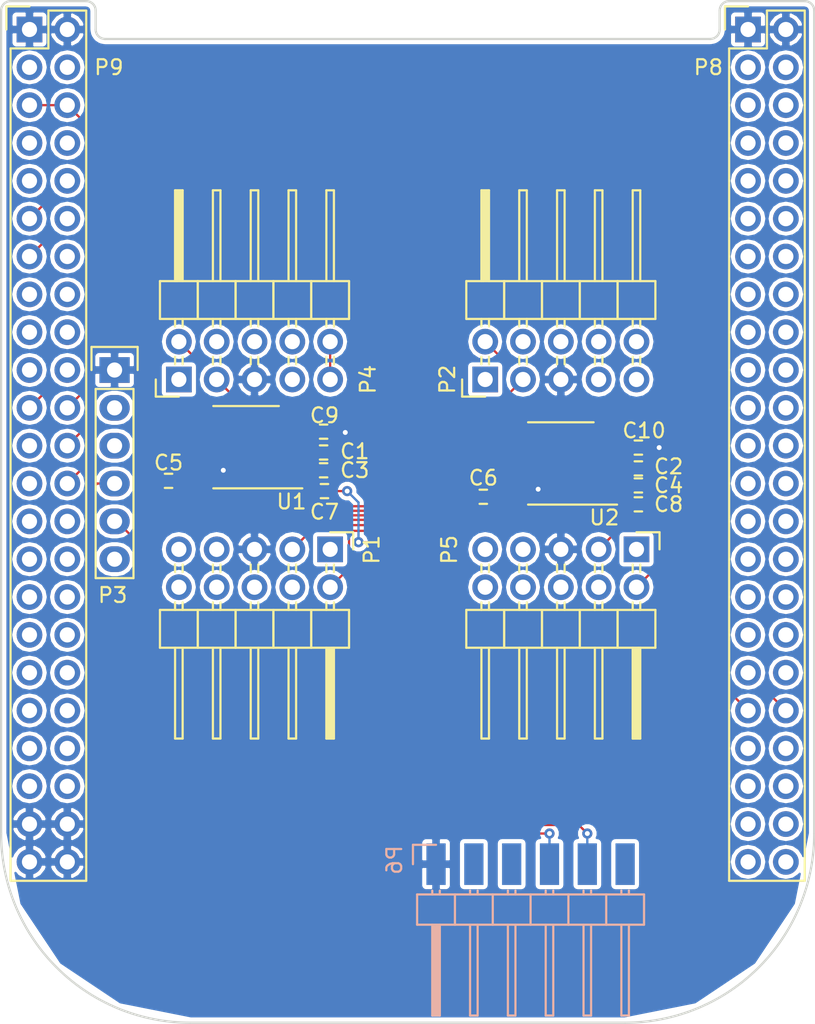
<source format=kicad_pcb>
(kicad_pcb (version 4) (host pcbnew 4.0.3-stable)

  (general
    (links 56)
    (no_connects 0)
    (area 73.119267 91.8576 131.350734 162.744801)
    (thickness 1.6002)
    (drawings 17)
    (tracks 238)
    (zones 0)
    (modules 20)
    (nets 141)
  )

  (page USLetter)
  (title_block
    (title "BeagleBone RS-232 Cape")
    (date 2016-11-16)
    (rev 1C)
    (company BulbTack)
  )

  (layers
    (0 F.Cu signal)
    (31 B.Cu signal)
    (32 B.Adhes user)
    (33 F.Adhes user)
    (34 B.Paste user)
    (35 F.Paste user)
    (36 B.SilkS user)
    (37 F.SilkS user)
    (38 B.Mask user)
    (39 F.Mask user)
    (40 Dwgs.User user)
    (41 Cmts.User user)
    (42 Eco1.User user)
    (43 Eco2.User user)
    (44 Edge.Cuts user)
    (45 Margin user)
    (46 B.CrtYd user)
    (47 F.CrtYd user)
    (48 B.Fab user)
    (49 F.Fab user hide)
  )

  (setup
    (last_trace_width 0.1524)
    (trace_clearance 0.1524)
    (zone_clearance 0.2794)
    (zone_45_only no)
    (trace_min 0.1524)
    (segment_width 0.2)
    (edge_width 0.15)
    (via_size 0.6858)
    (via_drill 0.3302)
    (via_min_size 0.6858)
    (via_min_drill 0.3302)
    (uvia_size 0.762)
    (uvia_drill 0.508)
    (uvias_allowed no)
    (uvia_min_size 0)
    (uvia_min_drill 0)
    (pcb_text_width 0.3)
    (pcb_text_size 1.5 1.5)
    (mod_edge_width 0.15)
    (mod_text_size 1 1)
    (mod_text_width 0.15)
    (pad_size 4.191 4.191)
    (pad_drill 3.175)
    (pad_to_mask_clearance 0.2)
    (aux_axis_origin 76.2 76.2)
    (grid_origin 76.2 76.2)
    (visible_elements 7FFFFFFF)
    (pcbplotparams
      (layerselection 0x010f0_80000001)
      (usegerberextensions true)
      (excludeedgelayer true)
      (linewidth 0.100000)
      (plotframeref false)
      (viasonmask false)
      (mode 1)
      (useauxorigin false)
      (hpglpennumber 1)
      (hpglpenspeed 20)
      (hpglpendiameter 15)
      (hpglpenoverlay 2)
      (psnegative false)
      (psa4output false)
      (plotreference true)
      (plotvalue true)
      (plotinvisibletext false)
      (padsonsilk false)
      (subtractmaskfromsilk true)
      (outputformat 1)
      (mirror false)
      (drillshape 0)
      (scaleselection 1)
      (outputdirectory export/gerber/))
  )

  (net 0 "")
  (net 1 GNDD)
  (net 2 UART1_TXD)
  (net 3 UART4_TXD)
  (net 4 UART1_RXD)
  (net 5 UART4_RXD)
  (net 6 UART2_TXD)
  (net 7 UART5_TXD)
  (net 8 UART2_RXD)
  (net 9 UART5_RXD)
  (net 10 SER1_RX)
  (net 11 SER1_TX)
  (net 12 SER2_RX)
  (net 13 SER2_TX)
  (net 14 SER4_RX)
  (net 15 SER4_TX)
  (net 16 SER5_RX)
  (net 17 SER5_TX)
  (net 18 +5VD)
  (net 19 /C2_PLUS_1)
  (net 20 /C2_MINUS_1)
  (net 21 /C2_PLUS_2)
  (net 22 /C2_MINUS_2)
  (net 23 /C1_PLUS_1)
  (net 24 /C1_MINUS_1)
  (net 25 /C1_PLUS_2)
  (net 26 /C1_MINUS_2)
  (net 27 /V_PLUS_1)
  (net 28 /V_PLUS_2)
  (net 29 /V_MINUS_1)
  (net 30 /V_MINUS_2)
  (net 31 /UART0_RXD)
  (net 32 /UART0_TXD)
  (net 33 "Net-(P1-Pad1)")
  (net 34 "Net-(P1-Pad4)")
  (net 35 "Net-(P1-Pad6)")
  (net 36 "Net-(P1-Pad7)")
  (net 37 "Net-(P1-Pad8)")
  (net 38 "Net-(P1-Pad9)")
  (net 39 "Net-(P1-Pad10)")
  (net 40 "Net-(P2-Pad1)")
  (net 41 "Net-(P2-Pad4)")
  (net 42 "Net-(P2-Pad6)")
  (net 43 "Net-(P2-Pad7)")
  (net 44 "Net-(P2-Pad8)")
  (net 45 "Net-(P2-Pad9)")
  (net 46 "Net-(P2-Pad10)")
  (net 47 "Net-(P3-Pad2)")
  (net 48 "Net-(P3-Pad3)")
  (net 49 "Net-(P3-Pad6)")
  (net 50 "Net-(P4-Pad1)")
  (net 51 "Net-(P4-Pad4)")
  (net 52 "Net-(P4-Pad6)")
  (net 53 "Net-(P4-Pad7)")
  (net 54 "Net-(P4-Pad8)")
  (net 55 "Net-(P4-Pad9)")
  (net 56 "Net-(P4-Pad10)")
  (net 57 "Net-(P5-Pad1)")
  (net 58 "Net-(P5-Pad4)")
  (net 59 "Net-(P5-Pad6)")
  (net 60 "Net-(P5-Pad7)")
  (net 61 "Net-(P5-Pad8)")
  (net 62 "Net-(P5-Pad9)")
  (net 63 "Net-(P5-Pad10)")
  (net 64 "Net-(P8-Pad3)")
  (net 65 "Net-(P8-Pad4)")
  (net 66 "Net-(P8-Pad5)")
  (net 67 "Net-(P8-Pad6)")
  (net 68 "Net-(P8-Pad7)")
  (net 69 "Net-(P8-Pad8)")
  (net 70 "Net-(P8-Pad9)")
  (net 71 "Net-(P8-Pad10)")
  (net 72 "Net-(P8-Pad11)")
  (net 73 "Net-(P8-Pad12)")
  (net 74 "Net-(P8-Pad13)")
  (net 75 "Net-(P8-Pad14)")
  (net 76 "Net-(P8-Pad15)")
  (net 77 "Net-(P8-Pad16)")
  (net 78 "Net-(P8-Pad17)")
  (net 79 "Net-(P8-Pad18)")
  (net 80 "Net-(P8-Pad19)")
  (net 81 "Net-(P8-Pad20)")
  (net 82 "Net-(P8-Pad21)")
  (net 83 "Net-(P8-Pad22)")
  (net 84 "Net-(P8-Pad23)")
  (net 85 "Net-(P8-Pad24)")
  (net 86 "Net-(P8-Pad25)")
  (net 87 "Net-(P8-Pad26)")
  (net 88 "Net-(P8-Pad27)")
  (net 89 "Net-(P8-Pad28)")
  (net 90 "Net-(P8-Pad29)")
  (net 91 "Net-(P8-Pad30)")
  (net 92 "Net-(P8-Pad31)")
  (net 93 "Net-(P8-Pad32)")
  (net 94 "Net-(P8-Pad33)")
  (net 95 "Net-(P8-Pad34)")
  (net 96 "Net-(P8-Pad35)")
  (net 97 "Net-(P8-Pad36)")
  (net 98 "Net-(P8-Pad39)")
  (net 99 "Net-(P8-Pad40)")
  (net 100 "Net-(P8-Pad41)")
  (net 101 "Net-(P8-Pad42)")
  (net 102 "Net-(P8-Pad43)")
  (net 103 "Net-(P8-Pad44)")
  (net 104 "Net-(P8-Pad45)")
  (net 105 "Net-(P8-Pad46)")
  (net 106 "Net-(P9-Pad3)")
  (net 107 "Net-(P9-Pad4)")
  (net 108 "Net-(P9-Pad7)")
  (net 109 "Net-(P9-Pad8)")
  (net 110 "Net-(P9-Pad9)")
  (net 111 "Net-(P9-Pad10)")
  (net 112 "Net-(P9-Pad12)")
  (net 113 "Net-(P9-Pad14)")
  (net 114 "Net-(P9-Pad15)")
  (net 115 "Net-(P9-Pad16)")
  (net 116 "Net-(P9-Pad17)")
  (net 117 "Net-(P9-Pad18)")
  (net 118 "Net-(P9-Pad19)")
  (net 119 "Net-(P9-Pad20)")
  (net 120 "Net-(P9-Pad23)")
  (net 121 "Net-(P9-Pad25)")
  (net 122 "Net-(P9-Pad27)")
  (net 123 "Net-(P9-Pad28)")
  (net 124 "Net-(P9-Pad29)")
  (net 125 "Net-(P9-Pad30)")
  (net 126 "Net-(P9-Pad31)")
  (net 127 "Net-(P9-Pad32)")
  (net 128 "Net-(P9-Pad33)")
  (net 129 "Net-(P9-Pad34)")
  (net 130 "Net-(P9-Pad35)")
  (net 131 "Net-(P9-Pad36)")
  (net 132 "Net-(P9-Pad37)")
  (net 133 "Net-(P9-Pad38)")
  (net 134 "Net-(P9-Pad39)")
  (net 135 "Net-(P9-Pad40)")
  (net 136 "Net-(P9-Pad41)")
  (net 137 "Net-(P9-Pad42)")
  (net 138 "Net-(P6-Pad2)")
  (net 139 "Net-(P6-Pad3)")
  (net 140 "Net-(P6-Pad6)")

  (net_class Default "This is the default net class."
    (clearance 0.1524)
    (trace_width 0.1524)
    (via_dia 0.6858)
    (via_drill 0.3302)
    (uvia_dia 0.762)
    (uvia_drill 0.508)
    (add_net +5VD)
    (add_net /C1_MINUS_1)
    (add_net /C1_MINUS_2)
    (add_net /C1_PLUS_1)
    (add_net /C1_PLUS_2)
    (add_net /C2_MINUS_1)
    (add_net /C2_MINUS_2)
    (add_net /C2_PLUS_1)
    (add_net /C2_PLUS_2)
    (add_net /UART0_RXD)
    (add_net /UART0_TXD)
    (add_net /V_MINUS_1)
    (add_net /V_MINUS_2)
    (add_net /V_PLUS_1)
    (add_net /V_PLUS_2)
    (add_net GNDD)
    (add_net "Net-(P1-Pad1)")
    (add_net "Net-(P1-Pad10)")
    (add_net "Net-(P1-Pad4)")
    (add_net "Net-(P1-Pad6)")
    (add_net "Net-(P1-Pad7)")
    (add_net "Net-(P1-Pad8)")
    (add_net "Net-(P1-Pad9)")
    (add_net "Net-(P2-Pad1)")
    (add_net "Net-(P2-Pad10)")
    (add_net "Net-(P2-Pad4)")
    (add_net "Net-(P2-Pad6)")
    (add_net "Net-(P2-Pad7)")
    (add_net "Net-(P2-Pad8)")
    (add_net "Net-(P2-Pad9)")
    (add_net "Net-(P3-Pad2)")
    (add_net "Net-(P3-Pad3)")
    (add_net "Net-(P3-Pad6)")
    (add_net "Net-(P4-Pad1)")
    (add_net "Net-(P4-Pad10)")
    (add_net "Net-(P4-Pad4)")
    (add_net "Net-(P4-Pad6)")
    (add_net "Net-(P4-Pad7)")
    (add_net "Net-(P4-Pad8)")
    (add_net "Net-(P4-Pad9)")
    (add_net "Net-(P5-Pad1)")
    (add_net "Net-(P5-Pad10)")
    (add_net "Net-(P5-Pad4)")
    (add_net "Net-(P5-Pad6)")
    (add_net "Net-(P5-Pad7)")
    (add_net "Net-(P5-Pad8)")
    (add_net "Net-(P5-Pad9)")
    (add_net "Net-(P6-Pad2)")
    (add_net "Net-(P6-Pad3)")
    (add_net "Net-(P6-Pad6)")
    (add_net "Net-(P8-Pad10)")
    (add_net "Net-(P8-Pad11)")
    (add_net "Net-(P8-Pad12)")
    (add_net "Net-(P8-Pad13)")
    (add_net "Net-(P8-Pad14)")
    (add_net "Net-(P8-Pad15)")
    (add_net "Net-(P8-Pad16)")
    (add_net "Net-(P8-Pad17)")
    (add_net "Net-(P8-Pad18)")
    (add_net "Net-(P8-Pad19)")
    (add_net "Net-(P8-Pad20)")
    (add_net "Net-(P8-Pad21)")
    (add_net "Net-(P8-Pad22)")
    (add_net "Net-(P8-Pad23)")
    (add_net "Net-(P8-Pad24)")
    (add_net "Net-(P8-Pad25)")
    (add_net "Net-(P8-Pad26)")
    (add_net "Net-(P8-Pad27)")
    (add_net "Net-(P8-Pad28)")
    (add_net "Net-(P8-Pad29)")
    (add_net "Net-(P8-Pad3)")
    (add_net "Net-(P8-Pad30)")
    (add_net "Net-(P8-Pad31)")
    (add_net "Net-(P8-Pad32)")
    (add_net "Net-(P8-Pad33)")
    (add_net "Net-(P8-Pad34)")
    (add_net "Net-(P8-Pad35)")
    (add_net "Net-(P8-Pad36)")
    (add_net "Net-(P8-Pad39)")
    (add_net "Net-(P8-Pad4)")
    (add_net "Net-(P8-Pad40)")
    (add_net "Net-(P8-Pad41)")
    (add_net "Net-(P8-Pad42)")
    (add_net "Net-(P8-Pad43)")
    (add_net "Net-(P8-Pad44)")
    (add_net "Net-(P8-Pad45)")
    (add_net "Net-(P8-Pad46)")
    (add_net "Net-(P8-Pad5)")
    (add_net "Net-(P8-Pad6)")
    (add_net "Net-(P8-Pad7)")
    (add_net "Net-(P8-Pad8)")
    (add_net "Net-(P8-Pad9)")
    (add_net "Net-(P9-Pad10)")
    (add_net "Net-(P9-Pad12)")
    (add_net "Net-(P9-Pad14)")
    (add_net "Net-(P9-Pad15)")
    (add_net "Net-(P9-Pad16)")
    (add_net "Net-(P9-Pad17)")
    (add_net "Net-(P9-Pad18)")
    (add_net "Net-(P9-Pad19)")
    (add_net "Net-(P9-Pad20)")
    (add_net "Net-(P9-Pad23)")
    (add_net "Net-(P9-Pad25)")
    (add_net "Net-(P9-Pad27)")
    (add_net "Net-(P9-Pad28)")
    (add_net "Net-(P9-Pad29)")
    (add_net "Net-(P9-Pad3)")
    (add_net "Net-(P9-Pad30)")
    (add_net "Net-(P9-Pad31)")
    (add_net "Net-(P9-Pad32)")
    (add_net "Net-(P9-Pad33)")
    (add_net "Net-(P9-Pad34)")
    (add_net "Net-(P9-Pad35)")
    (add_net "Net-(P9-Pad36)")
    (add_net "Net-(P9-Pad37)")
    (add_net "Net-(P9-Pad38)")
    (add_net "Net-(P9-Pad39)")
    (add_net "Net-(P9-Pad4)")
    (add_net "Net-(P9-Pad40)")
    (add_net "Net-(P9-Pad41)")
    (add_net "Net-(P9-Pad42)")
    (add_net "Net-(P9-Pad7)")
    (add_net "Net-(P9-Pad8)")
    (add_net "Net-(P9-Pad9)")
    (add_net SER1_RX)
    (add_net SER1_TX)
    (add_net SER2_RX)
    (add_net SER2_TX)
    (add_net SER4_RX)
    (add_net SER4_TX)
    (add_net SER5_RX)
    (add_net SER5_TX)
    (add_net UART1_RXD)
    (add_net UART1_TXD)
    (add_net UART2_RXD)
    (add_net UART2_TXD)
    (add_net UART4_RXD)
    (add_net UART4_TXD)
    (add_net UART5_RXD)
    (add_net UART5_TXD)
  )

  (module Capacitors_SMD:C_0402 (layer F.Cu) (tedit 5829602B) (tstamp 58281FF2)
    (at 97.859488 124.279438)
    (descr "Capacitor SMD 0402, reflow soldering, AVX (see smccp.pdf)")
    (tags "capacitor 0402")
    (path /5827ECED)
    (attr smd)
    (fp_text reference C1 (at 2.089512 -0.073438) (layer F.SilkS)
      (effects (font (size 1 1) (thickness 0.15)))
    )
    (fp_text value .1uF (at 0 1.7) (layer F.Fab) hide
      (effects (font (size 1 1) (thickness 0.15)))
    )
    (fp_line (start -0.5 0.25) (end -0.5 -0.25) (layer F.Fab) (width 0.15))
    (fp_line (start 0.5 0.25) (end -0.5 0.25) (layer F.Fab) (width 0.15))
    (fp_line (start 0.5 -0.25) (end 0.5 0.25) (layer F.Fab) (width 0.15))
    (fp_line (start -0.5 -0.25) (end 0.5 -0.25) (layer F.Fab) (width 0.15))
    (fp_line (start -1.15 -0.6) (end 1.15 -0.6) (layer F.CrtYd) (width 0.05))
    (fp_line (start -1.15 0.6) (end 1.15 0.6) (layer F.CrtYd) (width 0.05))
    (fp_line (start -1.15 -0.6) (end -1.15 0.6) (layer F.CrtYd) (width 0.05))
    (fp_line (start 1.15 -0.6) (end 1.15 0.6) (layer F.CrtYd) (width 0.05))
    (fp_line (start 0.25 -0.475) (end -0.25 -0.475) (layer F.SilkS) (width 0.15))
    (fp_line (start -0.25 0.475) (end 0.25 0.475) (layer F.SilkS) (width 0.15))
    (pad 1 smd rect (at -0.55 0) (size 0.6 0.5) (layers F.Cu F.Paste F.Mask)
      (net 19 /C2_PLUS_1))
    (pad 2 smd rect (at 0.55 0) (size 0.6 0.5) (layers F.Cu F.Paste F.Mask)
      (net 20 /C2_MINUS_1))
    (model Capacitors_SMD.3dshapes/C_0402.wrl
      (at (xyz 0 0 0))
      (scale (xyz 1 1 1))
      (rotate (xyz 0 0 0))
    )
  )

  (module Capacitors_SMD:C_0402 (layer F.Cu) (tedit 582AD3A0) (tstamp 58281FF8)
    (at 118.999 125.349)
    (descr "Capacitor SMD 0402, reflow soldering, AVX (see smccp.pdf)")
    (tags "capacitor 0402")
    (path /5827F8B3)
    (attr smd)
    (fp_text reference C2 (at 2.032 -0.127) (layer F.SilkS)
      (effects (font (size 1 1) (thickness 0.15)))
    )
    (fp_text value .1uF (at 0 1.7) (layer F.Fab) hide
      (effects (font (size 1 1) (thickness 0.15)))
    )
    (fp_line (start -0.5 0.25) (end -0.5 -0.25) (layer F.Fab) (width 0.15))
    (fp_line (start 0.5 0.25) (end -0.5 0.25) (layer F.Fab) (width 0.15))
    (fp_line (start 0.5 -0.25) (end 0.5 0.25) (layer F.Fab) (width 0.15))
    (fp_line (start -0.5 -0.25) (end 0.5 -0.25) (layer F.Fab) (width 0.15))
    (fp_line (start -1.15 -0.6) (end 1.15 -0.6) (layer F.CrtYd) (width 0.05))
    (fp_line (start -1.15 0.6) (end 1.15 0.6) (layer F.CrtYd) (width 0.05))
    (fp_line (start -1.15 -0.6) (end -1.15 0.6) (layer F.CrtYd) (width 0.05))
    (fp_line (start 1.15 -0.6) (end 1.15 0.6) (layer F.CrtYd) (width 0.05))
    (fp_line (start 0.25 -0.475) (end -0.25 -0.475) (layer F.SilkS) (width 0.15))
    (fp_line (start -0.25 0.475) (end 0.25 0.475) (layer F.SilkS) (width 0.15))
    (pad 1 smd rect (at -0.55 0) (size 0.6 0.5) (layers F.Cu F.Paste F.Mask)
      (net 21 /C2_PLUS_2))
    (pad 2 smd rect (at 0.55 0) (size 0.6 0.5) (layers F.Cu F.Paste F.Mask)
      (net 22 /C2_MINUS_2))
    (model Capacitors_SMD.3dshapes/C_0402.wrl
      (at (xyz 0 0 0))
      (scale (xyz 1 1 1))
      (rotate (xyz 0 0 0))
    )
  )

  (module Capacitors_SMD:C_0402 (layer F.Cu) (tedit 58296030) (tstamp 58281FFE)
    (at 97.859488 125.476 180)
    (descr "Capacitor SMD 0402, reflow soldering, AVX (see smccp.pdf)")
    (tags "capacitor 0402")
    (path /5827EB9C)
    (attr smd)
    (fp_text reference C3 (at -2.089512 0 180) (layer F.SilkS)
      (effects (font (size 1 1) (thickness 0.15)))
    )
    (fp_text value .1uF (at 0 1.7 180) (layer F.Fab) hide
      (effects (font (size 1 1) (thickness 0.15)))
    )
    (fp_line (start -0.5 0.25) (end -0.5 -0.25) (layer F.Fab) (width 0.15))
    (fp_line (start 0.5 0.25) (end -0.5 0.25) (layer F.Fab) (width 0.15))
    (fp_line (start 0.5 -0.25) (end 0.5 0.25) (layer F.Fab) (width 0.15))
    (fp_line (start -0.5 -0.25) (end 0.5 -0.25) (layer F.Fab) (width 0.15))
    (fp_line (start -1.15 -0.6) (end 1.15 -0.6) (layer F.CrtYd) (width 0.05))
    (fp_line (start -1.15 0.6) (end 1.15 0.6) (layer F.CrtYd) (width 0.05))
    (fp_line (start -1.15 -0.6) (end -1.15 0.6) (layer F.CrtYd) (width 0.05))
    (fp_line (start 1.15 -0.6) (end 1.15 0.6) (layer F.CrtYd) (width 0.05))
    (fp_line (start 0.25 -0.475) (end -0.25 -0.475) (layer F.SilkS) (width 0.15))
    (fp_line (start -0.25 0.475) (end 0.25 0.475) (layer F.SilkS) (width 0.15))
    (pad 1 smd rect (at -0.55 0 180) (size 0.6 0.5) (layers F.Cu F.Paste F.Mask)
      (net 23 /C1_PLUS_1))
    (pad 2 smd rect (at 0.55 0 180) (size 0.6 0.5) (layers F.Cu F.Paste F.Mask)
      (net 24 /C1_MINUS_1))
    (model Capacitors_SMD.3dshapes/C_0402.wrl
      (at (xyz 0 0 0))
      (scale (xyz 1 1 1))
      (rotate (xyz 0 0 0))
    )
  )

  (module Capacitors_SMD:C_0402 (layer F.Cu) (tedit 58295F6C) (tstamp 58282004)
    (at 118.999 126.492 180)
    (descr "Capacitor SMD 0402, reflow soldering, AVX (see smccp.pdf)")
    (tags "capacitor 0402")
    (path /5827F89B)
    (attr smd)
    (fp_text reference C4 (at -2.032 0 180) (layer F.SilkS)
      (effects (font (size 1 1) (thickness 0.15)))
    )
    (fp_text value .1uF (at 0 1.7 180) (layer F.Fab) hide
      (effects (font (size 1 1) (thickness 0.15)))
    )
    (fp_line (start -0.5 0.25) (end -0.5 -0.25) (layer F.Fab) (width 0.15))
    (fp_line (start 0.5 0.25) (end -0.5 0.25) (layer F.Fab) (width 0.15))
    (fp_line (start 0.5 -0.25) (end 0.5 0.25) (layer F.Fab) (width 0.15))
    (fp_line (start -0.5 -0.25) (end 0.5 -0.25) (layer F.Fab) (width 0.15))
    (fp_line (start -1.15 -0.6) (end 1.15 -0.6) (layer F.CrtYd) (width 0.05))
    (fp_line (start -1.15 0.6) (end 1.15 0.6) (layer F.CrtYd) (width 0.05))
    (fp_line (start -1.15 -0.6) (end -1.15 0.6) (layer F.CrtYd) (width 0.05))
    (fp_line (start 1.15 -0.6) (end 1.15 0.6) (layer F.CrtYd) (width 0.05))
    (fp_line (start 0.25 -0.475) (end -0.25 -0.475) (layer F.SilkS) (width 0.15))
    (fp_line (start -0.25 0.475) (end 0.25 0.475) (layer F.SilkS) (width 0.15))
    (pad 1 smd rect (at -0.55 0 180) (size 0.6 0.5) (layers F.Cu F.Paste F.Mask)
      (net 25 /C1_PLUS_2))
    (pad 2 smd rect (at 0.55 0 180) (size 0.6 0.5) (layers F.Cu F.Paste F.Mask)
      (net 26 /C1_MINUS_2))
    (model Capacitors_SMD.3dshapes/C_0402.wrl
      (at (xyz 0 0 0))
      (scale (xyz 1 1 1))
      (rotate (xyz 0 0 0))
    )
  )

  (module Capacitors_SMD:C_0402 (layer F.Cu) (tedit 5829604B) (tstamp 5828200A)
    (at 87.445488 126.184438 180)
    (descr "Capacitor SMD 0402, reflow soldering, AVX (see smccp.pdf)")
    (tags "capacitor 0402")
    (path /5827EEA9)
    (attr smd)
    (fp_text reference C5 (at 0 1.216438 180) (layer F.SilkS)
      (effects (font (size 1 1) (thickness 0.15)))
    )
    (fp_text value .1uF (at 0 1.7 180) (layer F.Fab) hide
      (effects (font (size 1 1) (thickness 0.15)))
    )
    (fp_line (start -0.5 0.25) (end -0.5 -0.25) (layer F.Fab) (width 0.15))
    (fp_line (start 0.5 0.25) (end -0.5 0.25) (layer F.Fab) (width 0.15))
    (fp_line (start 0.5 -0.25) (end 0.5 0.25) (layer F.Fab) (width 0.15))
    (fp_line (start -0.5 -0.25) (end 0.5 -0.25) (layer F.Fab) (width 0.15))
    (fp_line (start -1.15 -0.6) (end 1.15 -0.6) (layer F.CrtYd) (width 0.05))
    (fp_line (start -1.15 0.6) (end 1.15 0.6) (layer F.CrtYd) (width 0.05))
    (fp_line (start -1.15 -0.6) (end -1.15 0.6) (layer F.CrtYd) (width 0.05))
    (fp_line (start 1.15 -0.6) (end 1.15 0.6) (layer F.CrtYd) (width 0.05))
    (fp_line (start 0.25 -0.475) (end -0.25 -0.475) (layer F.SilkS) (width 0.15))
    (fp_line (start -0.25 0.475) (end 0.25 0.475) (layer F.SilkS) (width 0.15))
    (pad 1 smd rect (at -0.55 0 180) (size 0.6 0.5) (layers F.Cu F.Paste F.Mask)
      (net 18 +5VD))
    (pad 2 smd rect (at 0.55 0 180) (size 0.6 0.5) (layers F.Cu F.Paste F.Mask)
      (net 1 GNDD))
    (model Capacitors_SMD.3dshapes/C_0402.wrl
      (at (xyz 0 0 0))
      (scale (xyz 1 1 1))
      (rotate (xyz 0 0 0))
    )
  )

  (module Capacitors_SMD:C_0402 (layer F.Cu) (tedit 58295F7A) (tstamp 58282010)
    (at 108.585 127.254 180)
    (descr "Capacitor SMD 0402, reflow soldering, AVX (see smccp.pdf)")
    (tags "capacitor 0402")
    (path /5827F8CE)
    (attr smd)
    (fp_text reference C6 (at 0 1.27 180) (layer F.SilkS)
      (effects (font (size 1 1) (thickness 0.15)))
    )
    (fp_text value .1uF (at 0 1.7 180) (layer F.Fab) hide
      (effects (font (size 1 1) (thickness 0.15)))
    )
    (fp_line (start -0.5 0.25) (end -0.5 -0.25) (layer F.Fab) (width 0.15))
    (fp_line (start 0.5 0.25) (end -0.5 0.25) (layer F.Fab) (width 0.15))
    (fp_line (start 0.5 -0.25) (end 0.5 0.25) (layer F.Fab) (width 0.15))
    (fp_line (start -0.5 -0.25) (end 0.5 -0.25) (layer F.Fab) (width 0.15))
    (fp_line (start -1.15 -0.6) (end 1.15 -0.6) (layer F.CrtYd) (width 0.05))
    (fp_line (start -1.15 0.6) (end 1.15 0.6) (layer F.CrtYd) (width 0.05))
    (fp_line (start -1.15 -0.6) (end -1.15 0.6) (layer F.CrtYd) (width 0.05))
    (fp_line (start 1.15 -0.6) (end 1.15 0.6) (layer F.CrtYd) (width 0.05))
    (fp_line (start 0.25 -0.475) (end -0.25 -0.475) (layer F.SilkS) (width 0.15))
    (fp_line (start -0.25 0.475) (end 0.25 0.475) (layer F.SilkS) (width 0.15))
    (pad 1 smd rect (at -0.55 0 180) (size 0.6 0.5) (layers F.Cu F.Paste F.Mask)
      (net 18 +5VD))
    (pad 2 smd rect (at 0.55 0 180) (size 0.6 0.5) (layers F.Cu F.Paste F.Mask)
      (net 1 GNDD))
    (model Capacitors_SMD.3dshapes/C_0402.wrl
      (at (xyz 0 0 0))
      (scale (xyz 1 1 1))
      (rotate (xyz 0 0 0))
    )
  )

  (module Capacitors_SMD:C_0402 (layer F.Cu) (tedit 58296059) (tstamp 58282016)
    (at 97.917 126.873 180)
    (descr "Capacitor SMD 0402, reflow soldering, AVX (see smccp.pdf)")
    (tags "capacitor 0402")
    (path /5827EE50)
    (attr smd)
    (fp_text reference C7 (at 0 -1.397 180) (layer F.SilkS)
      (effects (font (size 1 1) (thickness 0.15)))
    )
    (fp_text value .1uF (at 0 1.7 180) (layer F.Fab) hide
      (effects (font (size 1 1) (thickness 0.15)))
    )
    (fp_line (start -0.5 0.25) (end -0.5 -0.25) (layer F.Fab) (width 0.15))
    (fp_line (start 0.5 0.25) (end -0.5 0.25) (layer F.Fab) (width 0.15))
    (fp_line (start 0.5 -0.25) (end 0.5 0.25) (layer F.Fab) (width 0.15))
    (fp_line (start -0.5 -0.25) (end 0.5 -0.25) (layer F.Fab) (width 0.15))
    (fp_line (start -1.15 -0.6) (end 1.15 -0.6) (layer F.CrtYd) (width 0.05))
    (fp_line (start -1.15 0.6) (end 1.15 0.6) (layer F.CrtYd) (width 0.05))
    (fp_line (start -1.15 -0.6) (end -1.15 0.6) (layer F.CrtYd) (width 0.05))
    (fp_line (start 1.15 -0.6) (end 1.15 0.6) (layer F.CrtYd) (width 0.05))
    (fp_line (start 0.25 -0.475) (end -0.25 -0.475) (layer F.SilkS) (width 0.15))
    (fp_line (start -0.25 0.475) (end 0.25 0.475) (layer F.SilkS) (width 0.15))
    (pad 1 smd rect (at -0.55 0 180) (size 0.6 0.5) (layers F.Cu F.Paste F.Mask)
      (net 18 +5VD))
    (pad 2 smd rect (at 0.55 0 180) (size 0.6 0.5) (layers F.Cu F.Paste F.Mask)
      (net 27 /V_PLUS_1))
    (model Capacitors_SMD.3dshapes/C_0402.wrl
      (at (xyz 0 0 0))
      (scale (xyz 1 1 1))
      (rotate (xyz 0 0 0))
    )
  )

  (module Capacitors_SMD:C_0402 (layer F.Cu) (tedit 58295F75) (tstamp 5828201C)
    (at 118.999 127.762 180)
    (descr "Capacitor SMD 0402, reflow soldering, AVX (see smccp.pdf)")
    (tags "capacitor 0402")
    (path /5827F8C8)
    (attr smd)
    (fp_text reference C8 (at -2.032 0 180) (layer F.SilkS)
      (effects (font (size 1 1) (thickness 0.15)))
    )
    (fp_text value .1uF (at 0 1.7 180) (layer F.Fab) hide
      (effects (font (size 1 1) (thickness 0.15)))
    )
    (fp_line (start -0.5 0.25) (end -0.5 -0.25) (layer F.Fab) (width 0.15))
    (fp_line (start 0.5 0.25) (end -0.5 0.25) (layer F.Fab) (width 0.15))
    (fp_line (start 0.5 -0.25) (end 0.5 0.25) (layer F.Fab) (width 0.15))
    (fp_line (start -0.5 -0.25) (end 0.5 -0.25) (layer F.Fab) (width 0.15))
    (fp_line (start -1.15 -0.6) (end 1.15 -0.6) (layer F.CrtYd) (width 0.05))
    (fp_line (start -1.15 0.6) (end 1.15 0.6) (layer F.CrtYd) (width 0.05))
    (fp_line (start -1.15 -0.6) (end -1.15 0.6) (layer F.CrtYd) (width 0.05))
    (fp_line (start 1.15 -0.6) (end 1.15 0.6) (layer F.CrtYd) (width 0.05))
    (fp_line (start 0.25 -0.475) (end -0.25 -0.475) (layer F.SilkS) (width 0.15))
    (fp_line (start -0.25 0.475) (end 0.25 0.475) (layer F.SilkS) (width 0.15))
    (pad 1 smd rect (at -0.55 0 180) (size 0.6 0.5) (layers F.Cu F.Paste F.Mask)
      (net 18 +5VD))
    (pad 2 smd rect (at 0.55 0 180) (size 0.6 0.5) (layers F.Cu F.Paste F.Mask)
      (net 28 /V_PLUS_2))
    (model Capacitors_SMD.3dshapes/C_0402.wrl
      (at (xyz 0 0 0))
      (scale (xyz 1 1 1))
      (rotate (xyz 0 0 0))
    )
  )

  (module Capacitors_SMD:C_0402 (layer F.Cu) (tedit 58296047) (tstamp 58282022)
    (at 97.859488 122.882438 180)
    (descr "Capacitor SMD 0402, reflow soldering, AVX (see smccp.pdf)")
    (tags "capacitor 0402")
    (path /5827EE13)
    (attr smd)
    (fp_text reference C9 (at -0.057512 1.089438 180) (layer F.SilkS)
      (effects (font (size 1 1) (thickness 0.15)))
    )
    (fp_text value .1uF (at 0 1.7 180) (layer F.Fab) hide
      (effects (font (size 1 1) (thickness 0.15)))
    )
    (fp_line (start -0.5 0.25) (end -0.5 -0.25) (layer F.Fab) (width 0.15))
    (fp_line (start 0.5 0.25) (end -0.5 0.25) (layer F.Fab) (width 0.15))
    (fp_line (start 0.5 -0.25) (end 0.5 0.25) (layer F.Fab) (width 0.15))
    (fp_line (start -0.5 -0.25) (end 0.5 -0.25) (layer F.Fab) (width 0.15))
    (fp_line (start -1.15 -0.6) (end 1.15 -0.6) (layer F.CrtYd) (width 0.05))
    (fp_line (start -1.15 0.6) (end 1.15 0.6) (layer F.CrtYd) (width 0.05))
    (fp_line (start -1.15 -0.6) (end -1.15 0.6) (layer F.CrtYd) (width 0.05))
    (fp_line (start 1.15 -0.6) (end 1.15 0.6) (layer F.CrtYd) (width 0.05))
    (fp_line (start 0.25 -0.475) (end -0.25 -0.475) (layer F.SilkS) (width 0.15))
    (fp_line (start -0.25 0.475) (end 0.25 0.475) (layer F.SilkS) (width 0.15))
    (pad 1 smd rect (at -0.55 0 180) (size 0.6 0.5) (layers F.Cu F.Paste F.Mask)
      (net 1 GNDD))
    (pad 2 smd rect (at 0.55 0 180) (size 0.6 0.5) (layers F.Cu F.Paste F.Mask)
      (net 29 /V_MINUS_1))
    (model Capacitors_SMD.3dshapes/C_0402.wrl
      (at (xyz 0 0 0))
      (scale (xyz 1 1 1))
      (rotate (xyz 0 0 0))
    )
  )

  (module Capacitors_SMD:C_0402 (layer F.Cu) (tedit 58295F70) (tstamp 58282028)
    (at 118.999 123.952 180)
    (descr "Capacitor SMD 0402, reflow soldering, AVX (see smccp.pdf)")
    (tags "capacitor 0402")
    (path /5827F8C2)
    (attr smd)
    (fp_text reference C10 (at -0.381 1.143 180) (layer F.SilkS)
      (effects (font (size 1 1) (thickness 0.15)))
    )
    (fp_text value .1uF (at 0 1.7 180) (layer F.Fab) hide
      (effects (font (size 1 1) (thickness 0.15)))
    )
    (fp_line (start -0.5 0.25) (end -0.5 -0.25) (layer F.Fab) (width 0.15))
    (fp_line (start 0.5 0.25) (end -0.5 0.25) (layer F.Fab) (width 0.15))
    (fp_line (start 0.5 -0.25) (end 0.5 0.25) (layer F.Fab) (width 0.15))
    (fp_line (start -0.5 -0.25) (end 0.5 -0.25) (layer F.Fab) (width 0.15))
    (fp_line (start -1.15 -0.6) (end 1.15 -0.6) (layer F.CrtYd) (width 0.05))
    (fp_line (start -1.15 0.6) (end 1.15 0.6) (layer F.CrtYd) (width 0.05))
    (fp_line (start -1.15 -0.6) (end -1.15 0.6) (layer F.CrtYd) (width 0.05))
    (fp_line (start 1.15 -0.6) (end 1.15 0.6) (layer F.CrtYd) (width 0.05))
    (fp_line (start 0.25 -0.475) (end -0.25 -0.475) (layer F.SilkS) (width 0.15))
    (fp_line (start -0.25 0.475) (end 0.25 0.475) (layer F.SilkS) (width 0.15))
    (pad 1 smd rect (at -0.55 0 180) (size 0.6 0.5) (layers F.Cu F.Paste F.Mask)
      (net 1 GNDD))
    (pad 2 smd rect (at 0.55 0 180) (size 0.6 0.5) (layers F.Cu F.Paste F.Mask)
      (net 30 /V_MINUS_2))
    (model Capacitors_SMD.3dshapes/C_0402.wrl
      (at (xyz 0 0 0))
      (scale (xyz 1 1 1))
      (rotate (xyz 0 0 0))
    )
  )

  (module Pin_Headers:Pin_Header_Straight_2x23 (layer F.Cu) (tedit 58296559) (tstamp 5828211A)
    (at 126.365 95.885)
    (descr "Through hole pin header")
    (tags "pin header")
    (path /5827D2E0)
    (fp_text reference P8 (at -2.667 2.54) (layer F.SilkS)
      (effects (font (size 1 1) (thickness 0.15)))
    )
    (fp_text value CONN_02X23 (at 0 -3.1) (layer F.Fab) hide
      (effects (font (size 1 1) (thickness 0.15)))
    )
    (fp_line (start -1.75 -1.75) (end -1.75 57.65) (layer F.CrtYd) (width 0.05))
    (fp_line (start 4.3 -1.75) (end 4.3 57.65) (layer F.CrtYd) (width 0.05))
    (fp_line (start -1.75 -1.75) (end 4.3 -1.75) (layer F.CrtYd) (width 0.05))
    (fp_line (start -1.75 57.65) (end 4.3 57.65) (layer F.CrtYd) (width 0.05))
    (fp_line (start 3.81 57.15) (end 3.81 -1.27) (layer F.SilkS) (width 0.15))
    (fp_line (start -1.27 57.15) (end -1.27 1.27) (layer F.SilkS) (width 0.15))
    (fp_line (start 3.81 57.15) (end -1.27 57.15) (layer F.SilkS) (width 0.15))
    (fp_line (start 3.81 -1.27) (end 1.27 -1.27) (layer F.SilkS) (width 0.15))
    (fp_line (start 0 -1.55) (end -1.55 -1.55) (layer F.SilkS) (width 0.15))
    (fp_line (start 1.27 -1.27) (end 1.27 1.27) (layer F.SilkS) (width 0.15))
    (fp_line (start 1.27 1.27) (end -1.27 1.27) (layer F.SilkS) (width 0.15))
    (fp_line (start -1.55 -1.55) (end -1.55 0) (layer F.SilkS) (width 0.15))
    (pad 1 thru_hole rect (at 0 0) (size 1.7272 1.7272) (drill 1.016) (layers *.Cu *.Mask)
      (net 1 GNDD))
    (pad 2 thru_hole oval (at 2.54 0) (size 1.7272 1.7272) (drill 1.016) (layers *.Cu *.Mask)
      (net 1 GNDD))
    (pad 3 thru_hole oval (at 0 2.54) (size 1.7272 1.7272) (drill 1.016) (layers *.Cu *.Mask)
      (net 64 "Net-(P8-Pad3)"))
    (pad 4 thru_hole oval (at 2.54 2.54) (size 1.7272 1.7272) (drill 1.016) (layers *.Cu *.Mask)
      (net 65 "Net-(P8-Pad4)"))
    (pad 5 thru_hole oval (at 0 5.08) (size 1.7272 1.7272) (drill 1.016) (layers *.Cu *.Mask)
      (net 66 "Net-(P8-Pad5)"))
    (pad 6 thru_hole oval (at 2.54 5.08) (size 1.7272 1.7272) (drill 1.016) (layers *.Cu *.Mask)
      (net 67 "Net-(P8-Pad6)"))
    (pad 7 thru_hole oval (at 0 7.62) (size 1.7272 1.7272) (drill 1.016) (layers *.Cu *.Mask)
      (net 68 "Net-(P8-Pad7)"))
    (pad 8 thru_hole oval (at 2.54 7.62) (size 1.7272 1.7272) (drill 1.016) (layers *.Cu *.Mask)
      (net 69 "Net-(P8-Pad8)"))
    (pad 9 thru_hole oval (at 0 10.16) (size 1.7272 1.7272) (drill 1.016) (layers *.Cu *.Mask)
      (net 70 "Net-(P8-Pad9)"))
    (pad 10 thru_hole oval (at 2.54 10.16) (size 1.7272 1.7272) (drill 1.016) (layers *.Cu *.Mask)
      (net 71 "Net-(P8-Pad10)"))
    (pad 11 thru_hole oval (at 0 12.7) (size 1.7272 1.7272) (drill 1.016) (layers *.Cu *.Mask)
      (net 72 "Net-(P8-Pad11)"))
    (pad 12 thru_hole oval (at 2.54 12.7) (size 1.7272 1.7272) (drill 1.016) (layers *.Cu *.Mask)
      (net 73 "Net-(P8-Pad12)"))
    (pad 13 thru_hole oval (at 0 15.24) (size 1.7272 1.7272) (drill 1.016) (layers *.Cu *.Mask)
      (net 74 "Net-(P8-Pad13)"))
    (pad 14 thru_hole oval (at 2.54 15.24) (size 1.7272 1.7272) (drill 1.016) (layers *.Cu *.Mask)
      (net 75 "Net-(P8-Pad14)"))
    (pad 15 thru_hole oval (at 0 17.78) (size 1.7272 1.7272) (drill 1.016) (layers *.Cu *.Mask)
      (net 76 "Net-(P8-Pad15)"))
    (pad 16 thru_hole oval (at 2.54 17.78) (size 1.7272 1.7272) (drill 1.016) (layers *.Cu *.Mask)
      (net 77 "Net-(P8-Pad16)"))
    (pad 17 thru_hole oval (at 0 20.32) (size 1.7272 1.7272) (drill 1.016) (layers *.Cu *.Mask)
      (net 78 "Net-(P8-Pad17)"))
    (pad 18 thru_hole oval (at 2.54 20.32) (size 1.7272 1.7272) (drill 1.016) (layers *.Cu *.Mask)
      (net 79 "Net-(P8-Pad18)"))
    (pad 19 thru_hole oval (at 0 22.86) (size 1.7272 1.7272) (drill 1.016) (layers *.Cu *.Mask)
      (net 80 "Net-(P8-Pad19)"))
    (pad 20 thru_hole oval (at 2.54 22.86) (size 1.7272 1.7272) (drill 1.016) (layers *.Cu *.Mask)
      (net 81 "Net-(P8-Pad20)"))
    (pad 21 thru_hole oval (at 0 25.4) (size 1.7272 1.7272) (drill 1.016) (layers *.Cu *.Mask)
      (net 82 "Net-(P8-Pad21)"))
    (pad 22 thru_hole oval (at 2.54 25.4) (size 1.7272 1.7272) (drill 1.016) (layers *.Cu *.Mask)
      (net 83 "Net-(P8-Pad22)"))
    (pad 23 thru_hole oval (at 0 27.94) (size 1.7272 1.7272) (drill 1.016) (layers *.Cu *.Mask)
      (net 84 "Net-(P8-Pad23)"))
    (pad 24 thru_hole oval (at 2.54 27.94) (size 1.7272 1.7272) (drill 1.016) (layers *.Cu *.Mask)
      (net 85 "Net-(P8-Pad24)"))
    (pad 25 thru_hole oval (at 0 30.48) (size 1.7272 1.7272) (drill 1.016) (layers *.Cu *.Mask)
      (net 86 "Net-(P8-Pad25)"))
    (pad 26 thru_hole oval (at 2.54 30.48) (size 1.7272 1.7272) (drill 1.016) (layers *.Cu *.Mask)
      (net 87 "Net-(P8-Pad26)"))
    (pad 27 thru_hole oval (at 0 33.02) (size 1.7272 1.7272) (drill 1.016) (layers *.Cu *.Mask)
      (net 88 "Net-(P8-Pad27)"))
    (pad 28 thru_hole oval (at 2.54 33.02) (size 1.7272 1.7272) (drill 1.016) (layers *.Cu *.Mask)
      (net 89 "Net-(P8-Pad28)"))
    (pad 29 thru_hole oval (at 0 35.56) (size 1.7272 1.7272) (drill 1.016) (layers *.Cu *.Mask)
      (net 90 "Net-(P8-Pad29)"))
    (pad 30 thru_hole oval (at 2.54 35.56) (size 1.7272 1.7272) (drill 1.016) (layers *.Cu *.Mask)
      (net 91 "Net-(P8-Pad30)"))
    (pad 31 thru_hole oval (at 0 38.1) (size 1.7272 1.7272) (drill 1.016) (layers *.Cu *.Mask)
      (net 92 "Net-(P8-Pad31)"))
    (pad 32 thru_hole oval (at 2.54 38.1) (size 1.7272 1.7272) (drill 1.016) (layers *.Cu *.Mask)
      (net 93 "Net-(P8-Pad32)"))
    (pad 33 thru_hole oval (at 0 40.64) (size 1.7272 1.7272) (drill 1.016) (layers *.Cu *.Mask)
      (net 94 "Net-(P8-Pad33)"))
    (pad 34 thru_hole oval (at 2.54 40.64) (size 1.7272 1.7272) (drill 1.016) (layers *.Cu *.Mask)
      (net 95 "Net-(P8-Pad34)"))
    (pad 35 thru_hole oval (at 0 43.18) (size 1.7272 1.7272) (drill 1.016) (layers *.Cu *.Mask)
      (net 96 "Net-(P8-Pad35)"))
    (pad 36 thru_hole oval (at 2.54 43.18) (size 1.7272 1.7272) (drill 1.016) (layers *.Cu *.Mask)
      (net 97 "Net-(P8-Pad36)"))
    (pad 37 thru_hole oval (at 0 45.72) (size 1.7272 1.7272) (drill 1.016) (layers *.Cu *.Mask)
      (net 7 UART5_TXD))
    (pad 38 thru_hole oval (at 2.54 45.72) (size 1.7272 1.7272) (drill 1.016) (layers *.Cu *.Mask)
      (net 9 UART5_RXD))
    (pad 39 thru_hole oval (at 0 48.26) (size 1.7272 1.7272) (drill 1.016) (layers *.Cu *.Mask)
      (net 98 "Net-(P8-Pad39)"))
    (pad 40 thru_hole oval (at 2.54 48.26) (size 1.7272 1.7272) (drill 1.016) (layers *.Cu *.Mask)
      (net 99 "Net-(P8-Pad40)"))
    (pad 41 thru_hole oval (at 0 50.8) (size 1.7272 1.7272) (drill 1.016) (layers *.Cu *.Mask)
      (net 100 "Net-(P8-Pad41)"))
    (pad 42 thru_hole oval (at 2.54 50.8) (size 1.7272 1.7272) (drill 1.016) (layers *.Cu *.Mask)
      (net 101 "Net-(P8-Pad42)"))
    (pad 43 thru_hole oval (at 0 53.34) (size 1.7272 1.7272) (drill 1.016) (layers *.Cu *.Mask)
      (net 102 "Net-(P8-Pad43)"))
    (pad 44 thru_hole oval (at 2.54 53.34) (size 1.7272 1.7272) (drill 1.016) (layers *.Cu *.Mask)
      (net 103 "Net-(P8-Pad44)"))
    (pad 45 thru_hole oval (at 0 55.88) (size 1.7272 1.7272) (drill 1.016) (layers *.Cu *.Mask)
      (net 104 "Net-(P8-Pad45)"))
    (pad 46 thru_hole oval (at 2.54 55.88) (size 1.7272 1.7272) (drill 1.016) (layers *.Cu *.Mask)
      (net 105 "Net-(P8-Pad46)"))
    (model Pin_Headers.3dshapes/Pin_Header_Straight_2x23.wrl
      (at (xyz 0.05 -1.1 0))
      (scale (xyz 1 1 1))
      (rotate (xyz 0 0 90))
    )
  )

  (module Pin_Headers:Pin_Header_Straight_2x23 (layer F.Cu) (tedit 5829655F) (tstamp 5828214C)
    (at 78.105 95.885)
    (descr "Through hole pin header")
    (tags "pin header")
    (path /5827D283)
    (fp_text reference P9 (at 5.334 2.54) (layer F.SilkS)
      (effects (font (size 1 1) (thickness 0.15)))
    )
    (fp_text value CONN_02X23 (at 0 -3.1) (layer F.Fab) hide
      (effects (font (size 1 1) (thickness 0.15)))
    )
    (fp_line (start -1.75 -1.75) (end -1.75 57.65) (layer F.CrtYd) (width 0.05))
    (fp_line (start 4.3 -1.75) (end 4.3 57.65) (layer F.CrtYd) (width 0.05))
    (fp_line (start -1.75 -1.75) (end 4.3 -1.75) (layer F.CrtYd) (width 0.05))
    (fp_line (start -1.75 57.65) (end 4.3 57.65) (layer F.CrtYd) (width 0.05))
    (fp_line (start 3.81 57.15) (end 3.81 -1.27) (layer F.SilkS) (width 0.15))
    (fp_line (start -1.27 57.15) (end -1.27 1.27) (layer F.SilkS) (width 0.15))
    (fp_line (start 3.81 57.15) (end -1.27 57.15) (layer F.SilkS) (width 0.15))
    (fp_line (start 3.81 -1.27) (end 1.27 -1.27) (layer F.SilkS) (width 0.15))
    (fp_line (start 0 -1.55) (end -1.55 -1.55) (layer F.SilkS) (width 0.15))
    (fp_line (start 1.27 -1.27) (end 1.27 1.27) (layer F.SilkS) (width 0.15))
    (fp_line (start 1.27 1.27) (end -1.27 1.27) (layer F.SilkS) (width 0.15))
    (fp_line (start -1.55 -1.55) (end -1.55 0) (layer F.SilkS) (width 0.15))
    (pad 1 thru_hole rect (at 0 0) (size 1.7272 1.7272) (drill 1.016) (layers *.Cu *.Mask)
      (net 1 GNDD))
    (pad 2 thru_hole oval (at 2.54 0) (size 1.7272 1.7272) (drill 1.016) (layers *.Cu *.Mask)
      (net 1 GNDD))
    (pad 3 thru_hole oval (at 0 2.54) (size 1.7272 1.7272) (drill 1.016) (layers *.Cu *.Mask)
      (net 106 "Net-(P9-Pad3)"))
    (pad 4 thru_hole oval (at 2.54 2.54) (size 1.7272 1.7272) (drill 1.016) (layers *.Cu *.Mask)
      (net 107 "Net-(P9-Pad4)"))
    (pad 5 thru_hole oval (at 0 5.08) (size 1.7272 1.7272) (drill 1.016) (layers *.Cu *.Mask)
      (net 18 +5VD))
    (pad 6 thru_hole oval (at 2.54 5.08) (size 1.7272 1.7272) (drill 1.016) (layers *.Cu *.Mask)
      (net 18 +5VD))
    (pad 7 thru_hole oval (at 0 7.62) (size 1.7272 1.7272) (drill 1.016) (layers *.Cu *.Mask)
      (net 108 "Net-(P9-Pad7)"))
    (pad 8 thru_hole oval (at 2.54 7.62) (size 1.7272 1.7272) (drill 1.016) (layers *.Cu *.Mask)
      (net 109 "Net-(P9-Pad8)"))
    (pad 9 thru_hole oval (at 0 10.16) (size 1.7272 1.7272) (drill 1.016) (layers *.Cu *.Mask)
      (net 110 "Net-(P9-Pad9)"))
    (pad 10 thru_hole oval (at 2.54 10.16) (size 1.7272 1.7272) (drill 1.016) (layers *.Cu *.Mask)
      (net 111 "Net-(P9-Pad10)"))
    (pad 11 thru_hole oval (at 0 12.7) (size 1.7272 1.7272) (drill 1.016) (layers *.Cu *.Mask)
      (net 5 UART4_RXD))
    (pad 12 thru_hole oval (at 2.54 12.7) (size 1.7272 1.7272) (drill 1.016) (layers *.Cu *.Mask)
      (net 112 "Net-(P9-Pad12)"))
    (pad 13 thru_hole oval (at 0 15.24) (size 1.7272 1.7272) (drill 1.016) (layers *.Cu *.Mask)
      (net 3 UART4_TXD))
    (pad 14 thru_hole oval (at 2.54 15.24) (size 1.7272 1.7272) (drill 1.016) (layers *.Cu *.Mask)
      (net 113 "Net-(P9-Pad14)"))
    (pad 15 thru_hole oval (at 0 17.78) (size 1.7272 1.7272) (drill 1.016) (layers *.Cu *.Mask)
      (net 114 "Net-(P9-Pad15)"))
    (pad 16 thru_hole oval (at 2.54 17.78) (size 1.7272 1.7272) (drill 1.016) (layers *.Cu *.Mask)
      (net 115 "Net-(P9-Pad16)"))
    (pad 17 thru_hole oval (at 0 20.32) (size 1.7272 1.7272) (drill 1.016) (layers *.Cu *.Mask)
      (net 116 "Net-(P9-Pad17)"))
    (pad 18 thru_hole oval (at 2.54 20.32) (size 1.7272 1.7272) (drill 1.016) (layers *.Cu *.Mask)
      (net 117 "Net-(P9-Pad18)"))
    (pad 19 thru_hole oval (at 0 22.86) (size 1.7272 1.7272) (drill 1.016) (layers *.Cu *.Mask)
      (net 118 "Net-(P9-Pad19)"))
    (pad 20 thru_hole oval (at 2.54 22.86) (size 1.7272 1.7272) (drill 1.016) (layers *.Cu *.Mask)
      (net 119 "Net-(P9-Pad20)"))
    (pad 21 thru_hole oval (at 0 25.4) (size 1.7272 1.7272) (drill 1.016) (layers *.Cu *.Mask)
      (net 6 UART2_TXD))
    (pad 22 thru_hole oval (at 2.54 25.4) (size 1.7272 1.7272) (drill 1.016) (layers *.Cu *.Mask)
      (net 8 UART2_RXD))
    (pad 23 thru_hole oval (at 0 27.94) (size 1.7272 1.7272) (drill 1.016) (layers *.Cu *.Mask)
      (net 120 "Net-(P9-Pad23)"))
    (pad 24 thru_hole oval (at 2.54 27.94) (size 1.7272 1.7272) (drill 1.016) (layers *.Cu *.Mask)
      (net 2 UART1_TXD))
    (pad 25 thru_hole oval (at 0 30.48) (size 1.7272 1.7272) (drill 1.016) (layers *.Cu *.Mask)
      (net 121 "Net-(P9-Pad25)"))
    (pad 26 thru_hole oval (at 2.54 30.48) (size 1.7272 1.7272) (drill 1.016) (layers *.Cu *.Mask)
      (net 4 UART1_RXD))
    (pad 27 thru_hole oval (at 0 33.02) (size 1.7272 1.7272) (drill 1.016) (layers *.Cu *.Mask)
      (net 122 "Net-(P9-Pad27)"))
    (pad 28 thru_hole oval (at 2.54 33.02) (size 1.7272 1.7272) (drill 1.016) (layers *.Cu *.Mask)
      (net 123 "Net-(P9-Pad28)"))
    (pad 29 thru_hole oval (at 0 35.56) (size 1.7272 1.7272) (drill 1.016) (layers *.Cu *.Mask)
      (net 124 "Net-(P9-Pad29)"))
    (pad 30 thru_hole oval (at 2.54 35.56) (size 1.7272 1.7272) (drill 1.016) (layers *.Cu *.Mask)
      (net 125 "Net-(P9-Pad30)"))
    (pad 31 thru_hole oval (at 0 38.1) (size 1.7272 1.7272) (drill 1.016) (layers *.Cu *.Mask)
      (net 126 "Net-(P9-Pad31)"))
    (pad 32 thru_hole oval (at 2.54 38.1) (size 1.7272 1.7272) (drill 1.016) (layers *.Cu *.Mask)
      (net 127 "Net-(P9-Pad32)"))
    (pad 33 thru_hole oval (at 0 40.64) (size 1.7272 1.7272) (drill 1.016) (layers *.Cu *.Mask)
      (net 128 "Net-(P9-Pad33)"))
    (pad 34 thru_hole oval (at 2.54 40.64) (size 1.7272 1.7272) (drill 1.016) (layers *.Cu *.Mask)
      (net 129 "Net-(P9-Pad34)"))
    (pad 35 thru_hole oval (at 0 43.18) (size 1.7272 1.7272) (drill 1.016) (layers *.Cu *.Mask)
      (net 130 "Net-(P9-Pad35)"))
    (pad 36 thru_hole oval (at 2.54 43.18) (size 1.7272 1.7272) (drill 1.016) (layers *.Cu *.Mask)
      (net 131 "Net-(P9-Pad36)"))
    (pad 37 thru_hole oval (at 0 45.72) (size 1.7272 1.7272) (drill 1.016) (layers *.Cu *.Mask)
      (net 132 "Net-(P9-Pad37)"))
    (pad 38 thru_hole oval (at 2.54 45.72) (size 1.7272 1.7272) (drill 1.016) (layers *.Cu *.Mask)
      (net 133 "Net-(P9-Pad38)"))
    (pad 39 thru_hole oval (at 0 48.26) (size 1.7272 1.7272) (drill 1.016) (layers *.Cu *.Mask)
      (net 134 "Net-(P9-Pad39)"))
    (pad 40 thru_hole oval (at 2.54 48.26) (size 1.7272 1.7272) (drill 1.016) (layers *.Cu *.Mask)
      (net 135 "Net-(P9-Pad40)"))
    (pad 41 thru_hole oval (at 0 50.8) (size 1.7272 1.7272) (drill 1.016) (layers *.Cu *.Mask)
      (net 136 "Net-(P9-Pad41)"))
    (pad 42 thru_hole oval (at 2.54 50.8) (size 1.7272 1.7272) (drill 1.016) (layers *.Cu *.Mask)
      (net 137 "Net-(P9-Pad42)"))
    (pad 43 thru_hole oval (at 0 53.34) (size 1.7272 1.7272) (drill 1.016) (layers *.Cu *.Mask)
      (net 1 GNDD))
    (pad 44 thru_hole oval (at 2.54 53.34) (size 1.7272 1.7272) (drill 1.016) (layers *.Cu *.Mask)
      (net 1 GNDD))
    (pad 45 thru_hole oval (at 0 55.88) (size 1.7272 1.7272) (drill 1.016) (layers *.Cu *.Mask)
      (net 1 GNDD))
    (pad 46 thru_hole oval (at 2.54 55.88) (size 1.7272 1.7272) (drill 1.016) (layers *.Cu *.Mask)
      (net 1 GNDD))
    (model Pin_Headers.3dshapes/Pin_Header_Straight_2x23.wrl
      (at (xyz 0.05 -1.1 0))
      (scale (xyz 1 1 1))
      (rotate (xyz 0 0 90))
    )
  )

  (module Housings_SSOP:TSSOP-16_4.4x5mm_Pitch0.65mm (layer F.Cu) (tedit 54130A77) (tstamp 58282160)
    (at 92.652488 123.887438 180)
    (descr "16-Lead Plastic Thin Shrink Small Outline (ST)-4.4 mm Body [TSSOP] (see Microchip Packaging Specification 00000049BS.pdf)")
    (tags "SSOP 0.65")
    (path /5827EAC4)
    (attr smd)
    (fp_text reference U1 (at -3.048 -3.694 180) (layer F.SilkS)
      (effects (font (size 1 1) (thickness 0.15)))
    )
    (fp_text value ST232C (at -0.098 0.011 450) (layer F.Fab)
      (effects (font (size 1 1) (thickness 0.15)))
    )
    (fp_line (start -1.2 -2.5) (end 2.2 -2.5) (layer F.Fab) (width 0.15))
    (fp_line (start 2.2 -2.5) (end 2.2 2.5) (layer F.Fab) (width 0.15))
    (fp_line (start 2.2 2.5) (end -2.2 2.5) (layer F.Fab) (width 0.15))
    (fp_line (start -2.2 2.5) (end -2.2 -1.5) (layer F.Fab) (width 0.15))
    (fp_line (start -2.2 -1.5) (end -1.2 -2.5) (layer F.Fab) (width 0.15))
    (fp_line (start -3.95 -2.9) (end -3.95 2.8) (layer F.CrtYd) (width 0.05))
    (fp_line (start 3.95 -2.9) (end 3.95 2.8) (layer F.CrtYd) (width 0.05))
    (fp_line (start -3.95 -2.9) (end 3.95 -2.9) (layer F.CrtYd) (width 0.05))
    (fp_line (start -3.95 2.8) (end 3.95 2.8) (layer F.CrtYd) (width 0.05))
    (fp_line (start -2.2 2.725) (end 2.2 2.725) (layer F.SilkS) (width 0.15))
    (fp_line (start -3.775 -2.8) (end 2.2 -2.8) (layer F.SilkS) (width 0.15))
    (pad 1 smd rect (at -2.95 -2.275 180) (size 1.5 0.45) (layers F.Cu F.Paste F.Mask)
      (net 23 /C1_PLUS_1))
    (pad 2 smd rect (at -2.95 -1.625 180) (size 1.5 0.45) (layers F.Cu F.Paste F.Mask)
      (net 27 /V_PLUS_1))
    (pad 3 smd rect (at -2.95 -0.975 180) (size 1.5 0.45) (layers F.Cu F.Paste F.Mask)
      (net 24 /C1_MINUS_1))
    (pad 4 smd rect (at -2.95 -0.325 180) (size 1.5 0.45) (layers F.Cu F.Paste F.Mask)
      (net 19 /C2_PLUS_1))
    (pad 5 smd rect (at -2.95 0.325 180) (size 1.5 0.45) (layers F.Cu F.Paste F.Mask)
      (net 20 /C2_MINUS_1))
    (pad 6 smd rect (at -2.95 0.975 180) (size 1.5 0.45) (layers F.Cu F.Paste F.Mask)
      (net 29 /V_MINUS_1))
    (pad 7 smd rect (at -2.95 1.625 180) (size 1.5 0.45) (layers F.Cu F.Paste F.Mask)
      (net 15 SER4_TX))
    (pad 8 smd rect (at -2.95 2.275 180) (size 1.5 0.45) (layers F.Cu F.Paste F.Mask)
      (net 14 SER4_RX))
    (pad 9 smd rect (at 2.95 2.275 180) (size 1.5 0.45) (layers F.Cu F.Paste F.Mask)
      (net 5 UART4_RXD))
    (pad 10 smd rect (at 2.95 1.625 180) (size 1.5 0.45) (layers F.Cu F.Paste F.Mask)
      (net 3 UART4_TXD))
    (pad 11 smd rect (at 2.95 0.975 180) (size 1.5 0.45) (layers F.Cu F.Paste F.Mask)
      (net 6 UART2_TXD))
    (pad 12 smd rect (at 2.95 0.325 180) (size 1.5 0.45) (layers F.Cu F.Paste F.Mask)
      (net 8 UART2_RXD))
    (pad 13 smd rect (at 2.95 -0.325 180) (size 1.5 0.45) (layers F.Cu F.Paste F.Mask)
      (net 12 SER2_RX))
    (pad 14 smd rect (at 2.95 -0.975 180) (size 1.5 0.45) (layers F.Cu F.Paste F.Mask)
      (net 13 SER2_TX))
    (pad 15 smd rect (at 2.95 -1.625 180) (size 1.5 0.45) (layers F.Cu F.Paste F.Mask)
      (net 1 GNDD))
    (pad 16 smd rect (at 2.95 -2.275 180) (size 1.5 0.45) (layers F.Cu F.Paste F.Mask)
      (net 18 +5VD))
    (model Housings_SSOP.3dshapes/TSSOP-16_4.4x5mm_Pitch0.65mm.wrl
      (at (xyz 0 0 0))
      (scale (xyz 1 1 1))
      (rotate (xyz 0 0 0))
    )
  )

  (module Housings_SSOP:TSSOP-16_4.4x5mm_Pitch0.65mm (layer F.Cu) (tedit 54130A77) (tstamp 58282174)
    (at 113.792 124.979 180)
    (descr "16-Lead Plastic Thin Shrink Small Outline (ST)-4.4 mm Body [TSSOP] (see Microchip Packaging Specification 00000049BS.pdf)")
    (tags "SSOP 0.65")
    (path /5827F895)
    (attr smd)
    (fp_text reference U2 (at -2.921 -3.672 180) (layer F.SilkS)
      (effects (font (size 1 1) (thickness 0.15)))
    )
    (fp_text value ST232C (at 0.254 0 270) (layer F.Fab)
      (effects (font (size 1 1) (thickness 0.15)))
    )
    (fp_line (start -1.2 -2.5) (end 2.2 -2.5) (layer F.Fab) (width 0.15))
    (fp_line (start 2.2 -2.5) (end 2.2 2.5) (layer F.Fab) (width 0.15))
    (fp_line (start 2.2 2.5) (end -2.2 2.5) (layer F.Fab) (width 0.15))
    (fp_line (start -2.2 2.5) (end -2.2 -1.5) (layer F.Fab) (width 0.15))
    (fp_line (start -2.2 -1.5) (end -1.2 -2.5) (layer F.Fab) (width 0.15))
    (fp_line (start -3.95 -2.9) (end -3.95 2.8) (layer F.CrtYd) (width 0.05))
    (fp_line (start 3.95 -2.9) (end 3.95 2.8) (layer F.CrtYd) (width 0.05))
    (fp_line (start -3.95 -2.9) (end 3.95 -2.9) (layer F.CrtYd) (width 0.05))
    (fp_line (start -3.95 2.8) (end 3.95 2.8) (layer F.CrtYd) (width 0.05))
    (fp_line (start -2.2 2.725) (end 2.2 2.725) (layer F.SilkS) (width 0.15))
    (fp_line (start -3.775 -2.8) (end 2.2 -2.8) (layer F.SilkS) (width 0.15))
    (pad 1 smd rect (at -2.95 -2.275 180) (size 1.5 0.45) (layers F.Cu F.Paste F.Mask)
      (net 25 /C1_PLUS_2))
    (pad 2 smd rect (at -2.95 -1.625 180) (size 1.5 0.45) (layers F.Cu F.Paste F.Mask)
      (net 28 /V_PLUS_2))
    (pad 3 smd rect (at -2.95 -0.975 180) (size 1.5 0.45) (layers F.Cu F.Paste F.Mask)
      (net 26 /C1_MINUS_2))
    (pad 4 smd rect (at -2.95 -0.325 180) (size 1.5 0.45) (layers F.Cu F.Paste F.Mask)
      (net 21 /C2_PLUS_2))
    (pad 5 smd rect (at -2.95 0.325 180) (size 1.5 0.45) (layers F.Cu F.Paste F.Mask)
      (net 22 /C2_MINUS_2))
    (pad 6 smd rect (at -2.95 0.975 180) (size 1.5 0.45) (layers F.Cu F.Paste F.Mask)
      (net 30 /V_MINUS_2))
    (pad 7 smd rect (at -2.95 1.625 180) (size 1.5 0.45) (layers F.Cu F.Paste F.Mask)
      (net 17 SER5_TX))
    (pad 8 smd rect (at -2.95 2.275 180) (size 1.5 0.45) (layers F.Cu F.Paste F.Mask)
      (net 16 SER5_RX))
    (pad 9 smd rect (at 2.95 2.275 180) (size 1.5 0.45) (layers F.Cu F.Paste F.Mask)
      (net 9 UART5_RXD))
    (pad 10 smd rect (at 2.95 1.625 180) (size 1.5 0.45) (layers F.Cu F.Paste F.Mask)
      (net 7 UART5_TXD))
    (pad 11 smd rect (at 2.95 0.975 180) (size 1.5 0.45) (layers F.Cu F.Paste F.Mask)
      (net 2 UART1_TXD))
    (pad 12 smd rect (at 2.95 0.325 180) (size 1.5 0.45) (layers F.Cu F.Paste F.Mask)
      (net 4 UART1_RXD))
    (pad 13 smd rect (at 2.95 -0.325 180) (size 1.5 0.45) (layers F.Cu F.Paste F.Mask)
      (net 11 SER1_TX))
    (pad 14 smd rect (at 2.95 -0.975 180) (size 1.5 0.45) (layers F.Cu F.Paste F.Mask)
      (net 10 SER1_RX))
    (pad 15 smd rect (at 2.95 -1.625 180) (size 1.5 0.45) (layers F.Cu F.Paste F.Mask)
      (net 1 GNDD))
    (pad 16 smd rect (at 2.95 -2.275 180) (size 1.5 0.45) (layers F.Cu F.Paste F.Mask)
      (net 18 +5VD))
    (model Housings_SSOP.3dshapes/TSSOP-16_4.4x5mm_Pitch0.65mm.wrl
      (at (xyz 0 0 0))
      (scale (xyz 1 1 1))
      (rotate (xyz 0 0 0))
    )
  )

  (module Pin_Headers:Pin_Header_Straight_1x06 (layer F.Cu) (tedit 582A98A4) (tstamp 582824AC)
    (at 83.82 118.745)
    (descr "Through hole pin header")
    (tags "pin header")
    (path /58287211)
    (fp_text reference P3 (at -0.127 15.113) (layer F.SilkS)
      (effects (font (size 1 1) (thickness 0.15)))
    )
    (fp_text value CONN_01X06 (at 0 -3.1) (layer F.Fab) hide
      (effects (font (size 1 1) (thickness 0.15)))
    )
    (fp_line (start -1.75 -1.75) (end -1.75 14.45) (layer F.CrtYd) (width 0.05))
    (fp_line (start 1.75 -1.75) (end 1.75 14.45) (layer F.CrtYd) (width 0.05))
    (fp_line (start -1.75 -1.75) (end 1.75 -1.75) (layer F.CrtYd) (width 0.05))
    (fp_line (start -1.75 14.45) (end 1.75 14.45) (layer F.CrtYd) (width 0.05))
    (fp_line (start 1.27 1.27) (end 1.27 13.97) (layer F.SilkS) (width 0.15))
    (fp_line (start 1.27 13.97) (end -1.27 13.97) (layer F.SilkS) (width 0.15))
    (fp_line (start -1.27 13.97) (end -1.27 1.27) (layer F.SilkS) (width 0.15))
    (fp_line (start 1.55 -1.55) (end 1.55 0) (layer F.SilkS) (width 0.15))
    (fp_line (start 1.27 1.27) (end -1.27 1.27) (layer F.SilkS) (width 0.15))
    (fp_line (start -1.55 0) (end -1.55 -1.55) (layer F.SilkS) (width 0.15))
    (fp_line (start -1.55 -1.55) (end 1.55 -1.55) (layer F.SilkS) (width 0.15))
    (pad 1 thru_hole rect (at 0 0) (size 2.032 1.7272) (drill 1.016) (layers *.Cu *.Mask)
      (net 1 GNDD))
    (pad 2 thru_hole oval (at 0 2.54) (size 2.032 1.7272) (drill 1.016) (layers *.Cu *.Mask)
      (net 47 "Net-(P3-Pad2)"))
    (pad 3 thru_hole oval (at 0 5.08) (size 2.032 1.7272) (drill 1.016) (layers *.Cu *.Mask)
      (net 48 "Net-(P3-Pad3)"))
    (pad 4 thru_hole oval (at 0 7.62) (size 2.032 1.7272) (drill 1.016) (layers *.Cu *.Mask)
      (net 31 /UART0_RXD))
    (pad 5 thru_hole oval (at 0 10.16) (size 2.032 1.7272) (drill 1.016) (layers *.Cu *.Mask)
      (net 32 /UART0_TXD))
    (pad 6 thru_hole oval (at 0 12.7) (size 2.032 1.7272) (drill 1.016) (layers *.Cu *.Mask)
      (net 49 "Net-(P3-Pad6)"))
    (model Pin_Headers.3dshapes/Pin_Header_Straight_1x06.wrl
      (at (xyz 0 -0.25 0))
      (scale (xyz 1 1 1))
      (rotate (xyz 0 0 90))
    )
  )

  (module Pin_Headers:Pin_Header_Angled_2x05 (layer F.Cu) (tedit 0) (tstamp 582BEB08)
    (at 98.298 130.7846 270)
    (descr "Through hole pin header")
    (tags "pin header")
    (path /582840E8)
    (fp_text reference P1 (at 0.0254 -2.794 270) (layer F.SilkS)
      (effects (font (size 1 1) (thickness 0.15)))
    )
    (fp_text value CONN_02X05 (at 0 -3.1 270) (layer F.Fab)
      (effects (font (size 1 1) (thickness 0.15)))
    )
    (fp_line (start -1.35 -1.75) (end -1.35 11.95) (layer F.CrtYd) (width 0.05))
    (fp_line (start 13.2 -1.75) (end 13.2 11.95) (layer F.CrtYd) (width 0.05))
    (fp_line (start -1.35 -1.75) (end 13.2 -1.75) (layer F.CrtYd) (width 0.05))
    (fp_line (start -1.35 11.95) (end 13.2 11.95) (layer F.CrtYd) (width 0.05))
    (fp_line (start 1.524 10.414) (end 1.016 10.414) (layer F.SilkS) (width 0.15))
    (fp_line (start 1.524 9.906) (end 1.016 9.906) (layer F.SilkS) (width 0.15))
    (fp_line (start 1.524 7.874) (end 1.016 7.874) (layer F.SilkS) (width 0.15))
    (fp_line (start 1.524 7.366) (end 1.016 7.366) (layer F.SilkS) (width 0.15))
    (fp_line (start 1.524 -0.254) (end 1.016 -0.254) (layer F.SilkS) (width 0.15))
    (fp_line (start 1.524 0.254) (end 1.016 0.254) (layer F.SilkS) (width 0.15))
    (fp_line (start 1.524 5.334) (end 1.016 5.334) (layer F.SilkS) (width 0.15))
    (fp_line (start 1.524 4.826) (end 1.016 4.826) (layer F.SilkS) (width 0.15))
    (fp_line (start 1.524 2.794) (end 1.016 2.794) (layer F.SilkS) (width 0.15))
    (fp_line (start 1.524 2.286) (end 1.016 2.286) (layer F.SilkS) (width 0.15))
    (fp_line (start 4.064 10.414) (end 3.556 10.414) (layer F.SilkS) (width 0.15))
    (fp_line (start 4.064 9.906) (end 3.556 9.906) (layer F.SilkS) (width 0.15))
    (fp_line (start 4.064 -0.254) (end 3.556 -0.254) (layer F.SilkS) (width 0.15))
    (fp_line (start 4.064 0.254) (end 3.556 0.254) (layer F.SilkS) (width 0.15))
    (fp_line (start 4.064 2.286) (end 3.556 2.286) (layer F.SilkS) (width 0.15))
    (fp_line (start 4.064 2.794) (end 3.556 2.794) (layer F.SilkS) (width 0.15))
    (fp_line (start 4.064 7.874) (end 3.556 7.874) (layer F.SilkS) (width 0.15))
    (fp_line (start 4.064 7.366) (end 3.556 7.366) (layer F.SilkS) (width 0.15))
    (fp_line (start 4.064 5.334) (end 3.556 5.334) (layer F.SilkS) (width 0.15))
    (fp_line (start 4.064 4.826) (end 3.556 4.826) (layer F.SilkS) (width 0.15))
    (fp_line (start 0 -1.55) (end -1.15 -1.55) (layer F.SilkS) (width 0.15))
    (fp_line (start -1.15 -1.55) (end -1.15 0) (layer F.SilkS) (width 0.15))
    (fp_line (start 6.604 -0.127) (end 12.573 -0.127) (layer F.SilkS) (width 0.15))
    (fp_line (start 12.573 -0.127) (end 12.573 0.127) (layer F.SilkS) (width 0.15))
    (fp_line (start 12.573 0.127) (end 6.731 0.127) (layer F.SilkS) (width 0.15))
    (fp_line (start 6.731 0.127) (end 6.731 0) (layer F.SilkS) (width 0.15))
    (fp_line (start 6.731 0) (end 12.573 0) (layer F.SilkS) (width 0.15))
    (fp_line (start 4.064 8.89) (end 6.604 8.89) (layer F.SilkS) (width 0.15))
    (fp_line (start 4.064 8.89) (end 4.064 11.43) (layer F.SilkS) (width 0.15))
    (fp_line (start 6.604 9.906) (end 12.7 9.906) (layer F.SilkS) (width 0.15))
    (fp_line (start 12.7 9.906) (end 12.7 10.414) (layer F.SilkS) (width 0.15))
    (fp_line (start 12.7 10.414) (end 6.604 10.414) (layer F.SilkS) (width 0.15))
    (fp_line (start 6.604 11.43) (end 6.604 8.89) (layer F.SilkS) (width 0.15))
    (fp_line (start 4.064 11.43) (end 6.604 11.43) (layer F.SilkS) (width 0.15))
    (fp_line (start 4.064 3.81) (end 6.604 3.81) (layer F.SilkS) (width 0.15))
    (fp_line (start 4.064 3.81) (end 4.064 6.35) (layer F.SilkS) (width 0.15))
    (fp_line (start 4.064 6.35) (end 6.604 6.35) (layer F.SilkS) (width 0.15))
    (fp_line (start 6.604 4.826) (end 12.7 4.826) (layer F.SilkS) (width 0.15))
    (fp_line (start 12.7 4.826) (end 12.7 5.334) (layer F.SilkS) (width 0.15))
    (fp_line (start 12.7 5.334) (end 6.604 5.334) (layer F.SilkS) (width 0.15))
    (fp_line (start 6.604 6.35) (end 6.604 3.81) (layer F.SilkS) (width 0.15))
    (fp_line (start 6.604 8.89) (end 6.604 6.35) (layer F.SilkS) (width 0.15))
    (fp_line (start 12.7 7.874) (end 6.604 7.874) (layer F.SilkS) (width 0.15))
    (fp_line (start 12.7 7.366) (end 12.7 7.874) (layer F.SilkS) (width 0.15))
    (fp_line (start 6.604 7.366) (end 12.7 7.366) (layer F.SilkS) (width 0.15))
    (fp_line (start 4.064 8.89) (end 6.604 8.89) (layer F.SilkS) (width 0.15))
    (fp_line (start 4.064 6.35) (end 4.064 8.89) (layer F.SilkS) (width 0.15))
    (fp_line (start 4.064 6.35) (end 6.604 6.35) (layer F.SilkS) (width 0.15))
    (fp_line (start 4.064 1.27) (end 6.604 1.27) (layer F.SilkS) (width 0.15))
    (fp_line (start 4.064 1.27) (end 4.064 3.81) (layer F.SilkS) (width 0.15))
    (fp_line (start 4.064 3.81) (end 6.604 3.81) (layer F.SilkS) (width 0.15))
    (fp_line (start 6.604 2.286) (end 12.7 2.286) (layer F.SilkS) (width 0.15))
    (fp_line (start 12.7 2.286) (end 12.7 2.794) (layer F.SilkS) (width 0.15))
    (fp_line (start 12.7 2.794) (end 6.604 2.794) (layer F.SilkS) (width 0.15))
    (fp_line (start 6.604 3.81) (end 6.604 1.27) (layer F.SilkS) (width 0.15))
    (fp_line (start 6.604 1.27) (end 6.604 -1.27) (layer F.SilkS) (width 0.15))
    (fp_line (start 12.7 0.254) (end 6.604 0.254) (layer F.SilkS) (width 0.15))
    (fp_line (start 12.7 -0.254) (end 12.7 0.254) (layer F.SilkS) (width 0.15))
    (fp_line (start 6.604 -0.254) (end 12.7 -0.254) (layer F.SilkS) (width 0.15))
    (fp_line (start 4.064 1.27) (end 6.604 1.27) (layer F.SilkS) (width 0.15))
    (fp_line (start 4.064 -1.27) (end 4.064 1.27) (layer F.SilkS) (width 0.15))
    (fp_line (start 4.064 -1.27) (end 6.604 -1.27) (layer F.SilkS) (width 0.15))
    (pad 1 thru_hole rect (at 0 0 270) (size 1.7272 1.7272) (drill 1.016) (layers *.Cu *.Mask)
      (net 33 "Net-(P1-Pad1)"))
    (pad 2 thru_hole oval (at 2.54 0 270) (size 1.7272 1.7272) (drill 1.016) (layers *.Cu *.Mask)
      (net 10 SER1_RX))
    (pad 3 thru_hole oval (at 0 2.54 270) (size 1.7272 1.7272) (drill 1.016) (layers *.Cu *.Mask)
      (net 11 SER1_TX))
    (pad 4 thru_hole oval (at 2.54 2.54 270) (size 1.7272 1.7272) (drill 1.016) (layers *.Cu *.Mask)
      (net 34 "Net-(P1-Pad4)"))
    (pad 5 thru_hole oval (at 0 5.08 270) (size 1.7272 1.7272) (drill 1.016) (layers *.Cu *.Mask)
      (net 1 GNDD))
    (pad 6 thru_hole oval (at 2.54 5.08 270) (size 1.7272 1.7272) (drill 1.016) (layers *.Cu *.Mask)
      (net 35 "Net-(P1-Pad6)"))
    (pad 7 thru_hole oval (at 0 7.62 270) (size 1.7272 1.7272) (drill 1.016) (layers *.Cu *.Mask)
      (net 36 "Net-(P1-Pad7)"))
    (pad 8 thru_hole oval (at 2.54 7.62 270) (size 1.7272 1.7272) (drill 1.016) (layers *.Cu *.Mask)
      (net 37 "Net-(P1-Pad8)"))
    (pad 9 thru_hole oval (at 0 10.16 270) (size 1.7272 1.7272) (drill 1.016) (layers *.Cu *.Mask)
      (net 38 "Net-(P1-Pad9)"))
    (pad 10 thru_hole oval (at 2.54 10.16 270) (size 1.7272 1.7272) (drill 1.016) (layers *.Cu *.Mask)
      (net 39 "Net-(P1-Pad10)"))
    (model Pin_Headers.3dshapes/Pin_Header_Angled_2x05.wrl
      (at (xyz 0.05 -0.2 0))
      (scale (xyz 1 1 1))
      (rotate (xyz 0 0 90))
    )
  )

  (module Pin_Headers:Pin_Header_Angled_2x05 (layer F.Cu) (tedit 0) (tstamp 582BEB57)
    (at 108.712 119.38 90)
    (descr "Through hole pin header")
    (tags "pin header")
    (path /582844D6)
    (fp_text reference P2 (at 0 -2.54 90) (layer F.SilkS)
      (effects (font (size 1 1) (thickness 0.15)))
    )
    (fp_text value CONN_02X05 (at 0 -3.1 90) (layer F.Fab)
      (effects (font (size 1 1) (thickness 0.15)))
    )
    (fp_line (start -1.35 -1.75) (end -1.35 11.95) (layer F.CrtYd) (width 0.05))
    (fp_line (start 13.2 -1.75) (end 13.2 11.95) (layer F.CrtYd) (width 0.05))
    (fp_line (start -1.35 -1.75) (end 13.2 -1.75) (layer F.CrtYd) (width 0.05))
    (fp_line (start -1.35 11.95) (end 13.2 11.95) (layer F.CrtYd) (width 0.05))
    (fp_line (start 1.524 10.414) (end 1.016 10.414) (layer F.SilkS) (width 0.15))
    (fp_line (start 1.524 9.906) (end 1.016 9.906) (layer F.SilkS) (width 0.15))
    (fp_line (start 1.524 7.874) (end 1.016 7.874) (layer F.SilkS) (width 0.15))
    (fp_line (start 1.524 7.366) (end 1.016 7.366) (layer F.SilkS) (width 0.15))
    (fp_line (start 1.524 -0.254) (end 1.016 -0.254) (layer F.SilkS) (width 0.15))
    (fp_line (start 1.524 0.254) (end 1.016 0.254) (layer F.SilkS) (width 0.15))
    (fp_line (start 1.524 5.334) (end 1.016 5.334) (layer F.SilkS) (width 0.15))
    (fp_line (start 1.524 4.826) (end 1.016 4.826) (layer F.SilkS) (width 0.15))
    (fp_line (start 1.524 2.794) (end 1.016 2.794) (layer F.SilkS) (width 0.15))
    (fp_line (start 1.524 2.286) (end 1.016 2.286) (layer F.SilkS) (width 0.15))
    (fp_line (start 4.064 10.414) (end 3.556 10.414) (layer F.SilkS) (width 0.15))
    (fp_line (start 4.064 9.906) (end 3.556 9.906) (layer F.SilkS) (width 0.15))
    (fp_line (start 4.064 -0.254) (end 3.556 -0.254) (layer F.SilkS) (width 0.15))
    (fp_line (start 4.064 0.254) (end 3.556 0.254) (layer F.SilkS) (width 0.15))
    (fp_line (start 4.064 2.286) (end 3.556 2.286) (layer F.SilkS) (width 0.15))
    (fp_line (start 4.064 2.794) (end 3.556 2.794) (layer F.SilkS) (width 0.15))
    (fp_line (start 4.064 7.874) (end 3.556 7.874) (layer F.SilkS) (width 0.15))
    (fp_line (start 4.064 7.366) (end 3.556 7.366) (layer F.SilkS) (width 0.15))
    (fp_line (start 4.064 5.334) (end 3.556 5.334) (layer F.SilkS) (width 0.15))
    (fp_line (start 4.064 4.826) (end 3.556 4.826) (layer F.SilkS) (width 0.15))
    (fp_line (start 0 -1.55) (end -1.15 -1.55) (layer F.SilkS) (width 0.15))
    (fp_line (start -1.15 -1.55) (end -1.15 0) (layer F.SilkS) (width 0.15))
    (fp_line (start 6.604 -0.127) (end 12.573 -0.127) (layer F.SilkS) (width 0.15))
    (fp_line (start 12.573 -0.127) (end 12.573 0.127) (layer F.SilkS) (width 0.15))
    (fp_line (start 12.573 0.127) (end 6.731 0.127) (layer F.SilkS) (width 0.15))
    (fp_line (start 6.731 0.127) (end 6.731 0) (layer F.SilkS) (width 0.15))
    (fp_line (start 6.731 0) (end 12.573 0) (layer F.SilkS) (width 0.15))
    (fp_line (start 4.064 8.89) (end 6.604 8.89) (layer F.SilkS) (width 0.15))
    (fp_line (start 4.064 8.89) (end 4.064 11.43) (layer F.SilkS) (width 0.15))
    (fp_line (start 6.604 9.906) (end 12.7 9.906) (layer F.SilkS) (width 0.15))
    (fp_line (start 12.7 9.906) (end 12.7 10.414) (layer F.SilkS) (width 0.15))
    (fp_line (start 12.7 10.414) (end 6.604 10.414) (layer F.SilkS) (width 0.15))
    (fp_line (start 6.604 11.43) (end 6.604 8.89) (layer F.SilkS) (width 0.15))
    (fp_line (start 4.064 11.43) (end 6.604 11.43) (layer F.SilkS) (width 0.15))
    (fp_line (start 4.064 3.81) (end 6.604 3.81) (layer F.SilkS) (width 0.15))
    (fp_line (start 4.064 3.81) (end 4.064 6.35) (layer F.SilkS) (width 0.15))
    (fp_line (start 4.064 6.35) (end 6.604 6.35) (layer F.SilkS) (width 0.15))
    (fp_line (start 6.604 4.826) (end 12.7 4.826) (layer F.SilkS) (width 0.15))
    (fp_line (start 12.7 4.826) (end 12.7 5.334) (layer F.SilkS) (width 0.15))
    (fp_line (start 12.7 5.334) (end 6.604 5.334) (layer F.SilkS) (width 0.15))
    (fp_line (start 6.604 6.35) (end 6.604 3.81) (layer F.SilkS) (width 0.15))
    (fp_line (start 6.604 8.89) (end 6.604 6.35) (layer F.SilkS) (width 0.15))
    (fp_line (start 12.7 7.874) (end 6.604 7.874) (layer F.SilkS) (width 0.15))
    (fp_line (start 12.7 7.366) (end 12.7 7.874) (layer F.SilkS) (width 0.15))
    (fp_line (start 6.604 7.366) (end 12.7 7.366) (layer F.SilkS) (width 0.15))
    (fp_line (start 4.064 8.89) (end 6.604 8.89) (layer F.SilkS) (width 0.15))
    (fp_line (start 4.064 6.35) (end 4.064 8.89) (layer F.SilkS) (width 0.15))
    (fp_line (start 4.064 6.35) (end 6.604 6.35) (layer F.SilkS) (width 0.15))
    (fp_line (start 4.064 1.27) (end 6.604 1.27) (layer F.SilkS) (width 0.15))
    (fp_line (start 4.064 1.27) (end 4.064 3.81) (layer F.SilkS) (width 0.15))
    (fp_line (start 4.064 3.81) (end 6.604 3.81) (layer F.SilkS) (width 0.15))
    (fp_line (start 6.604 2.286) (end 12.7 2.286) (layer F.SilkS) (width 0.15))
    (fp_line (start 12.7 2.286) (end 12.7 2.794) (layer F.SilkS) (width 0.15))
    (fp_line (start 12.7 2.794) (end 6.604 2.794) (layer F.SilkS) (width 0.15))
    (fp_line (start 6.604 3.81) (end 6.604 1.27) (layer F.SilkS) (width 0.15))
    (fp_line (start 6.604 1.27) (end 6.604 -1.27) (layer F.SilkS) (width 0.15))
    (fp_line (start 12.7 0.254) (end 6.604 0.254) (layer F.SilkS) (width 0.15))
    (fp_line (start 12.7 -0.254) (end 12.7 0.254) (layer F.SilkS) (width 0.15))
    (fp_line (start 6.604 -0.254) (end 12.7 -0.254) (layer F.SilkS) (width 0.15))
    (fp_line (start 4.064 1.27) (end 6.604 1.27) (layer F.SilkS) (width 0.15))
    (fp_line (start 4.064 -1.27) (end 4.064 1.27) (layer F.SilkS) (width 0.15))
    (fp_line (start 4.064 -1.27) (end 6.604 -1.27) (layer F.SilkS) (width 0.15))
    (pad 1 thru_hole rect (at 0 0 90) (size 1.7272 1.7272) (drill 1.016) (layers *.Cu *.Mask)
      (net 40 "Net-(P2-Pad1)"))
    (pad 2 thru_hole oval (at 2.54 0 90) (size 1.7272 1.7272) (drill 1.016) (layers *.Cu *.Mask)
      (net 12 SER2_RX))
    (pad 3 thru_hole oval (at 0 2.54 90) (size 1.7272 1.7272) (drill 1.016) (layers *.Cu *.Mask)
      (net 13 SER2_TX))
    (pad 4 thru_hole oval (at 2.54 2.54 90) (size 1.7272 1.7272) (drill 1.016) (layers *.Cu *.Mask)
      (net 41 "Net-(P2-Pad4)"))
    (pad 5 thru_hole oval (at 0 5.08 90) (size 1.7272 1.7272) (drill 1.016) (layers *.Cu *.Mask)
      (net 1 GNDD))
    (pad 6 thru_hole oval (at 2.54 5.08 90) (size 1.7272 1.7272) (drill 1.016) (layers *.Cu *.Mask)
      (net 42 "Net-(P2-Pad6)"))
    (pad 7 thru_hole oval (at 0 7.62 90) (size 1.7272 1.7272) (drill 1.016) (layers *.Cu *.Mask)
      (net 43 "Net-(P2-Pad7)"))
    (pad 8 thru_hole oval (at 2.54 7.62 90) (size 1.7272 1.7272) (drill 1.016) (layers *.Cu *.Mask)
      (net 44 "Net-(P2-Pad8)"))
    (pad 9 thru_hole oval (at 0 10.16 90) (size 1.7272 1.7272) (drill 1.016) (layers *.Cu *.Mask)
      (net 45 "Net-(P2-Pad9)"))
    (pad 10 thru_hole oval (at 2.54 10.16 90) (size 1.7272 1.7272) (drill 1.016) (layers *.Cu *.Mask)
      (net 46 "Net-(P2-Pad10)"))
    (model Pin_Headers.3dshapes/Pin_Header_Angled_2x05.wrl
      (at (xyz 0.05 -0.2 0))
      (scale (xyz 1 1 1))
      (rotate (xyz 0 0 90))
    )
  )

  (module Pin_Headers:Pin_Header_Angled_2x05 (layer F.Cu) (tedit 0) (tstamp 582BEBA6)
    (at 88.138 119.38 90)
    (descr "Through hole pin header")
    (tags "pin header")
    (path /582844EB)
    (fp_text reference P4 (at 0 12.7 90) (layer F.SilkS)
      (effects (font (size 1 1) (thickness 0.15)))
    )
    (fp_text value CONN_02X05 (at 0 -3.1 90) (layer F.Fab)
      (effects (font (size 1 1) (thickness 0.15)))
    )
    (fp_line (start -1.35 -1.75) (end -1.35 11.95) (layer F.CrtYd) (width 0.05))
    (fp_line (start 13.2 -1.75) (end 13.2 11.95) (layer F.CrtYd) (width 0.05))
    (fp_line (start -1.35 -1.75) (end 13.2 -1.75) (layer F.CrtYd) (width 0.05))
    (fp_line (start -1.35 11.95) (end 13.2 11.95) (layer F.CrtYd) (width 0.05))
    (fp_line (start 1.524 10.414) (end 1.016 10.414) (layer F.SilkS) (width 0.15))
    (fp_line (start 1.524 9.906) (end 1.016 9.906) (layer F.SilkS) (width 0.15))
    (fp_line (start 1.524 7.874) (end 1.016 7.874) (layer F.SilkS) (width 0.15))
    (fp_line (start 1.524 7.366) (end 1.016 7.366) (layer F.SilkS) (width 0.15))
    (fp_line (start 1.524 -0.254) (end 1.016 -0.254) (layer F.SilkS) (width 0.15))
    (fp_line (start 1.524 0.254) (end 1.016 0.254) (layer F.SilkS) (width 0.15))
    (fp_line (start 1.524 5.334) (end 1.016 5.334) (layer F.SilkS) (width 0.15))
    (fp_line (start 1.524 4.826) (end 1.016 4.826) (layer F.SilkS) (width 0.15))
    (fp_line (start 1.524 2.794) (end 1.016 2.794) (layer F.SilkS) (width 0.15))
    (fp_line (start 1.524 2.286) (end 1.016 2.286) (layer F.SilkS) (width 0.15))
    (fp_line (start 4.064 10.414) (end 3.556 10.414) (layer F.SilkS) (width 0.15))
    (fp_line (start 4.064 9.906) (end 3.556 9.906) (layer F.SilkS) (width 0.15))
    (fp_line (start 4.064 -0.254) (end 3.556 -0.254) (layer F.SilkS) (width 0.15))
    (fp_line (start 4.064 0.254) (end 3.556 0.254) (layer F.SilkS) (width 0.15))
    (fp_line (start 4.064 2.286) (end 3.556 2.286) (layer F.SilkS) (width 0.15))
    (fp_line (start 4.064 2.794) (end 3.556 2.794) (layer F.SilkS) (width 0.15))
    (fp_line (start 4.064 7.874) (end 3.556 7.874) (layer F.SilkS) (width 0.15))
    (fp_line (start 4.064 7.366) (end 3.556 7.366) (layer F.SilkS) (width 0.15))
    (fp_line (start 4.064 5.334) (end 3.556 5.334) (layer F.SilkS) (width 0.15))
    (fp_line (start 4.064 4.826) (end 3.556 4.826) (layer F.SilkS) (width 0.15))
    (fp_line (start 0 -1.55) (end -1.15 -1.55) (layer F.SilkS) (width 0.15))
    (fp_line (start -1.15 -1.55) (end -1.15 0) (layer F.SilkS) (width 0.15))
    (fp_line (start 6.604 -0.127) (end 12.573 -0.127) (layer F.SilkS) (width 0.15))
    (fp_line (start 12.573 -0.127) (end 12.573 0.127) (layer F.SilkS) (width 0.15))
    (fp_line (start 12.573 0.127) (end 6.731 0.127) (layer F.SilkS) (width 0.15))
    (fp_line (start 6.731 0.127) (end 6.731 0) (layer F.SilkS) (width 0.15))
    (fp_line (start 6.731 0) (end 12.573 0) (layer F.SilkS) (width 0.15))
    (fp_line (start 4.064 8.89) (end 6.604 8.89) (layer F.SilkS) (width 0.15))
    (fp_line (start 4.064 8.89) (end 4.064 11.43) (layer F.SilkS) (width 0.15))
    (fp_line (start 6.604 9.906) (end 12.7 9.906) (layer F.SilkS) (width 0.15))
    (fp_line (start 12.7 9.906) (end 12.7 10.414) (layer F.SilkS) (width 0.15))
    (fp_line (start 12.7 10.414) (end 6.604 10.414) (layer F.SilkS) (width 0.15))
    (fp_line (start 6.604 11.43) (end 6.604 8.89) (layer F.SilkS) (width 0.15))
    (fp_line (start 4.064 11.43) (end 6.604 11.43) (layer F.SilkS) (width 0.15))
    (fp_line (start 4.064 3.81) (end 6.604 3.81) (layer F.SilkS) (width 0.15))
    (fp_line (start 4.064 3.81) (end 4.064 6.35) (layer F.SilkS) (width 0.15))
    (fp_line (start 4.064 6.35) (end 6.604 6.35) (layer F.SilkS) (width 0.15))
    (fp_line (start 6.604 4.826) (end 12.7 4.826) (layer F.SilkS) (width 0.15))
    (fp_line (start 12.7 4.826) (end 12.7 5.334) (layer F.SilkS) (width 0.15))
    (fp_line (start 12.7 5.334) (end 6.604 5.334) (layer F.SilkS) (width 0.15))
    (fp_line (start 6.604 6.35) (end 6.604 3.81) (layer F.SilkS) (width 0.15))
    (fp_line (start 6.604 8.89) (end 6.604 6.35) (layer F.SilkS) (width 0.15))
    (fp_line (start 12.7 7.874) (end 6.604 7.874) (layer F.SilkS) (width 0.15))
    (fp_line (start 12.7 7.366) (end 12.7 7.874) (layer F.SilkS) (width 0.15))
    (fp_line (start 6.604 7.366) (end 12.7 7.366) (layer F.SilkS) (width 0.15))
    (fp_line (start 4.064 8.89) (end 6.604 8.89) (layer F.SilkS) (width 0.15))
    (fp_line (start 4.064 6.35) (end 4.064 8.89) (layer F.SilkS) (width 0.15))
    (fp_line (start 4.064 6.35) (end 6.604 6.35) (layer F.SilkS) (width 0.15))
    (fp_line (start 4.064 1.27) (end 6.604 1.27) (layer F.SilkS) (width 0.15))
    (fp_line (start 4.064 1.27) (end 4.064 3.81) (layer F.SilkS) (width 0.15))
    (fp_line (start 4.064 3.81) (end 6.604 3.81) (layer F.SilkS) (width 0.15))
    (fp_line (start 6.604 2.286) (end 12.7 2.286) (layer F.SilkS) (width 0.15))
    (fp_line (start 12.7 2.286) (end 12.7 2.794) (layer F.SilkS) (width 0.15))
    (fp_line (start 12.7 2.794) (end 6.604 2.794) (layer F.SilkS) (width 0.15))
    (fp_line (start 6.604 3.81) (end 6.604 1.27) (layer F.SilkS) (width 0.15))
    (fp_line (start 6.604 1.27) (end 6.604 -1.27) (layer F.SilkS) (width 0.15))
    (fp_line (start 12.7 0.254) (end 6.604 0.254) (layer F.SilkS) (width 0.15))
    (fp_line (start 12.7 -0.254) (end 12.7 0.254) (layer F.SilkS) (width 0.15))
    (fp_line (start 6.604 -0.254) (end 12.7 -0.254) (layer F.SilkS) (width 0.15))
    (fp_line (start 4.064 1.27) (end 6.604 1.27) (layer F.SilkS) (width 0.15))
    (fp_line (start 4.064 -1.27) (end 4.064 1.27) (layer F.SilkS) (width 0.15))
    (fp_line (start 4.064 -1.27) (end 6.604 -1.27) (layer F.SilkS) (width 0.15))
    (pad 1 thru_hole rect (at 0 0 90) (size 1.7272 1.7272) (drill 1.016) (layers *.Cu *.Mask)
      (net 50 "Net-(P4-Pad1)"))
    (pad 2 thru_hole oval (at 2.54 0 90) (size 1.7272 1.7272) (drill 1.016) (layers *.Cu *.Mask)
      (net 14 SER4_RX))
    (pad 3 thru_hole oval (at 0 2.54 90) (size 1.7272 1.7272) (drill 1.016) (layers *.Cu *.Mask)
      (net 15 SER4_TX))
    (pad 4 thru_hole oval (at 2.54 2.54 90) (size 1.7272 1.7272) (drill 1.016) (layers *.Cu *.Mask)
      (net 51 "Net-(P4-Pad4)"))
    (pad 5 thru_hole oval (at 0 5.08 90) (size 1.7272 1.7272) (drill 1.016) (layers *.Cu *.Mask)
      (net 1 GNDD))
    (pad 6 thru_hole oval (at 2.54 5.08 90) (size 1.7272 1.7272) (drill 1.016) (layers *.Cu *.Mask)
      (net 52 "Net-(P4-Pad6)"))
    (pad 7 thru_hole oval (at 0 7.62 90) (size 1.7272 1.7272) (drill 1.016) (layers *.Cu *.Mask)
      (net 53 "Net-(P4-Pad7)"))
    (pad 8 thru_hole oval (at 2.54 7.62 90) (size 1.7272 1.7272) (drill 1.016) (layers *.Cu *.Mask)
      (net 54 "Net-(P4-Pad8)"))
    (pad 9 thru_hole oval (at 0 10.16 90) (size 1.7272 1.7272) (drill 1.016) (layers *.Cu *.Mask)
      (net 55 "Net-(P4-Pad9)"))
    (pad 10 thru_hole oval (at 2.54 10.16 90) (size 1.7272 1.7272) (drill 1.016) (layers *.Cu *.Mask)
      (net 56 "Net-(P4-Pad10)"))
    (model Pin_Headers.3dshapes/Pin_Header_Angled_2x05.wrl
      (at (xyz 0.05 -0.2 0))
      (scale (xyz 1 1 1))
      (rotate (xyz 0 0 90))
    )
  )

  (module Pin_Headers:Pin_Header_Angled_2x05 (layer F.Cu) (tedit 0) (tstamp 582BEBF5)
    (at 118.872 130.7846 270)
    (descr "Through hole pin header")
    (tags "pin header")
    (path /58283230)
    (fp_text reference P5 (at 0.0254 12.573 270) (layer F.SilkS)
      (effects (font (size 1 1) (thickness 0.15)))
    )
    (fp_text value CONN_02X05 (at 0 -3.1 270) (layer F.Fab)
      (effects (font (size 1 1) (thickness 0.15)))
    )
    (fp_line (start -1.35 -1.75) (end -1.35 11.95) (layer F.CrtYd) (width 0.05))
    (fp_line (start 13.2 -1.75) (end 13.2 11.95) (layer F.CrtYd) (width 0.05))
    (fp_line (start -1.35 -1.75) (end 13.2 -1.75) (layer F.CrtYd) (width 0.05))
    (fp_line (start -1.35 11.95) (end 13.2 11.95) (layer F.CrtYd) (width 0.05))
    (fp_line (start 1.524 10.414) (end 1.016 10.414) (layer F.SilkS) (width 0.15))
    (fp_line (start 1.524 9.906) (end 1.016 9.906) (layer F.SilkS) (width 0.15))
    (fp_line (start 1.524 7.874) (end 1.016 7.874) (layer F.SilkS) (width 0.15))
    (fp_line (start 1.524 7.366) (end 1.016 7.366) (layer F.SilkS) (width 0.15))
    (fp_line (start 1.524 -0.254) (end 1.016 -0.254) (layer F.SilkS) (width 0.15))
    (fp_line (start 1.524 0.254) (end 1.016 0.254) (layer F.SilkS) (width 0.15))
    (fp_line (start 1.524 5.334) (end 1.016 5.334) (layer F.SilkS) (width 0.15))
    (fp_line (start 1.524 4.826) (end 1.016 4.826) (layer F.SilkS) (width 0.15))
    (fp_line (start 1.524 2.794) (end 1.016 2.794) (layer F.SilkS) (width 0.15))
    (fp_line (start 1.524 2.286) (end 1.016 2.286) (layer F.SilkS) (width 0.15))
    (fp_line (start 4.064 10.414) (end 3.556 10.414) (layer F.SilkS) (width 0.15))
    (fp_line (start 4.064 9.906) (end 3.556 9.906) (layer F.SilkS) (width 0.15))
    (fp_line (start 4.064 -0.254) (end 3.556 -0.254) (layer F.SilkS) (width 0.15))
    (fp_line (start 4.064 0.254) (end 3.556 0.254) (layer F.SilkS) (width 0.15))
    (fp_line (start 4.064 2.286) (end 3.556 2.286) (layer F.SilkS) (width 0.15))
    (fp_line (start 4.064 2.794) (end 3.556 2.794) (layer F.SilkS) (width 0.15))
    (fp_line (start 4.064 7.874) (end 3.556 7.874) (layer F.SilkS) (width 0.15))
    (fp_line (start 4.064 7.366) (end 3.556 7.366) (layer F.SilkS) (width 0.15))
    (fp_line (start 4.064 5.334) (end 3.556 5.334) (layer F.SilkS) (width 0.15))
    (fp_line (start 4.064 4.826) (end 3.556 4.826) (layer F.SilkS) (width 0.15))
    (fp_line (start 0 -1.55) (end -1.15 -1.55) (layer F.SilkS) (width 0.15))
    (fp_line (start -1.15 -1.55) (end -1.15 0) (layer F.SilkS) (width 0.15))
    (fp_line (start 6.604 -0.127) (end 12.573 -0.127) (layer F.SilkS) (width 0.15))
    (fp_line (start 12.573 -0.127) (end 12.573 0.127) (layer F.SilkS) (width 0.15))
    (fp_line (start 12.573 0.127) (end 6.731 0.127) (layer F.SilkS) (width 0.15))
    (fp_line (start 6.731 0.127) (end 6.731 0) (layer F.SilkS) (width 0.15))
    (fp_line (start 6.731 0) (end 12.573 0) (layer F.SilkS) (width 0.15))
    (fp_line (start 4.064 8.89) (end 6.604 8.89) (layer F.SilkS) (width 0.15))
    (fp_line (start 4.064 8.89) (end 4.064 11.43) (layer F.SilkS) (width 0.15))
    (fp_line (start 6.604 9.906) (end 12.7 9.906) (layer F.SilkS) (width 0.15))
    (fp_line (start 12.7 9.906) (end 12.7 10.414) (layer F.SilkS) (width 0.15))
    (fp_line (start 12.7 10.414) (end 6.604 10.414) (layer F.SilkS) (width 0.15))
    (fp_line (start 6.604 11.43) (end 6.604 8.89) (layer F.SilkS) (width 0.15))
    (fp_line (start 4.064 11.43) (end 6.604 11.43) (layer F.SilkS) (width 0.15))
    (fp_line (start 4.064 3.81) (end 6.604 3.81) (layer F.SilkS) (width 0.15))
    (fp_line (start 4.064 3.81) (end 4.064 6.35) (layer F.SilkS) (width 0.15))
    (fp_line (start 4.064 6.35) (end 6.604 6.35) (layer F.SilkS) (width 0.15))
    (fp_line (start 6.604 4.826) (end 12.7 4.826) (layer F.SilkS) (width 0.15))
    (fp_line (start 12.7 4.826) (end 12.7 5.334) (layer F.SilkS) (width 0.15))
    (fp_line (start 12.7 5.334) (end 6.604 5.334) (layer F.SilkS) (width 0.15))
    (fp_line (start 6.604 6.35) (end 6.604 3.81) (layer F.SilkS) (width 0.15))
    (fp_line (start 6.604 8.89) (end 6.604 6.35) (layer F.SilkS) (width 0.15))
    (fp_line (start 12.7 7.874) (end 6.604 7.874) (layer F.SilkS) (width 0.15))
    (fp_line (start 12.7 7.366) (end 12.7 7.874) (layer F.SilkS) (width 0.15))
    (fp_line (start 6.604 7.366) (end 12.7 7.366) (layer F.SilkS) (width 0.15))
    (fp_line (start 4.064 8.89) (end 6.604 8.89) (layer F.SilkS) (width 0.15))
    (fp_line (start 4.064 6.35) (end 4.064 8.89) (layer F.SilkS) (width 0.15))
    (fp_line (start 4.064 6.35) (end 6.604 6.35) (layer F.SilkS) (width 0.15))
    (fp_line (start 4.064 1.27) (end 6.604 1.27) (layer F.SilkS) (width 0.15))
    (fp_line (start 4.064 1.27) (end 4.064 3.81) (layer F.SilkS) (width 0.15))
    (fp_line (start 4.064 3.81) (end 6.604 3.81) (layer F.SilkS) (width 0.15))
    (fp_line (start 6.604 2.286) (end 12.7 2.286) (layer F.SilkS) (width 0.15))
    (fp_line (start 12.7 2.286) (end 12.7 2.794) (layer F.SilkS) (width 0.15))
    (fp_line (start 12.7 2.794) (end 6.604 2.794) (layer F.SilkS) (width 0.15))
    (fp_line (start 6.604 3.81) (end 6.604 1.27) (layer F.SilkS) (width 0.15))
    (fp_line (start 6.604 1.27) (end 6.604 -1.27) (layer F.SilkS) (width 0.15))
    (fp_line (start 12.7 0.254) (end 6.604 0.254) (layer F.SilkS) (width 0.15))
    (fp_line (start 12.7 -0.254) (end 12.7 0.254) (layer F.SilkS) (width 0.15))
    (fp_line (start 6.604 -0.254) (end 12.7 -0.254) (layer F.SilkS) (width 0.15))
    (fp_line (start 4.064 1.27) (end 6.604 1.27) (layer F.SilkS) (width 0.15))
    (fp_line (start 4.064 -1.27) (end 4.064 1.27) (layer F.SilkS) (width 0.15))
    (fp_line (start 4.064 -1.27) (end 6.604 -1.27) (layer F.SilkS) (width 0.15))
    (pad 1 thru_hole rect (at 0 0 270) (size 1.7272 1.7272) (drill 1.016) (layers *.Cu *.Mask)
      (net 57 "Net-(P5-Pad1)"))
    (pad 2 thru_hole oval (at 2.54 0 270) (size 1.7272 1.7272) (drill 1.016) (layers *.Cu *.Mask)
      (net 16 SER5_RX))
    (pad 3 thru_hole oval (at 0 2.54 270) (size 1.7272 1.7272) (drill 1.016) (layers *.Cu *.Mask)
      (net 17 SER5_TX))
    (pad 4 thru_hole oval (at 2.54 2.54 270) (size 1.7272 1.7272) (drill 1.016) (layers *.Cu *.Mask)
      (net 58 "Net-(P5-Pad4)"))
    (pad 5 thru_hole oval (at 0 5.08 270) (size 1.7272 1.7272) (drill 1.016) (layers *.Cu *.Mask)
      (net 1 GNDD))
    (pad 6 thru_hole oval (at 2.54 5.08 270) (size 1.7272 1.7272) (drill 1.016) (layers *.Cu *.Mask)
      (net 59 "Net-(P5-Pad6)"))
    (pad 7 thru_hole oval (at 0 7.62 270) (size 1.7272 1.7272) (drill 1.016) (layers *.Cu *.Mask)
      (net 60 "Net-(P5-Pad7)"))
    (pad 8 thru_hole oval (at 2.54 7.62 270) (size 1.7272 1.7272) (drill 1.016) (layers *.Cu *.Mask)
      (net 61 "Net-(P5-Pad8)"))
    (pad 9 thru_hole oval (at 0 10.16 270) (size 1.7272 1.7272) (drill 1.016) (layers *.Cu *.Mask)
      (net 62 "Net-(P5-Pad9)"))
    (pad 10 thru_hole oval (at 2.54 10.16 270) (size 1.7272 1.7272) (drill 1.016) (layers *.Cu *.Mask)
      (net 63 "Net-(P5-Pad10)"))
    (model Pin_Headers.3dshapes/Pin_Header_Angled_2x05.wrl
      (at (xyz 0.05 -0.2 0))
      (scale (xyz 1 1 1))
      (rotate (xyz 0 0 90))
    )
  )

  (module beaglebone-rs232:Pin_Header_Angled_1x06_SMT (layer B.Cu) (tedit 582D2841) (tstamp 582D37CB)
    (at 105.41 151.9174 270)
    (descr "SMT pin header")
    (tags "pin header")
    (path /582D28F4)
    (fp_text reference P6 (at -0.2794 2.794 270) (layer B.SilkS)
      (effects (font (size 1 1) (thickness 0.15)) (justify mirror))
    )
    (fp_text value CONN_01X06 (at 0 3.1 270) (layer B.Fab) hide
      (effects (font (size 1 1) (thickness 0.15)) (justify mirror))
    )
    (fp_line (start -1.5 1.75) (end -1.5 -14.45) (layer B.CrtYd) (width 0.05))
    (fp_line (start 10.65 1.75) (end 10.65 -14.45) (layer B.CrtYd) (width 0.05))
    (fp_line (start -1.5 1.75) (end 10.65 1.75) (layer B.CrtYd) (width 0.05))
    (fp_line (start -1.5 -14.45) (end 10.65 -14.45) (layer B.CrtYd) (width 0.05))
    (fp_line (start -1.3 1.55) (end -1.3 0) (layer B.SilkS) (width 0.15))
    (fp_line (start 0 1.55) (end -1.3 1.55) (layer B.SilkS) (width 0.15))
    (fp_line (start 4.191 0.127) (end 10.033 0.127) (layer B.SilkS) (width 0.15))
    (fp_line (start 10.033 0.127) (end 10.033 -0.127) (layer B.SilkS) (width 0.15))
    (fp_line (start 10.033 -0.127) (end 4.191 -0.127) (layer B.SilkS) (width 0.15))
    (fp_line (start 4.191 -0.127) (end 4.191 0) (layer B.SilkS) (width 0.15))
    (fp_line (start 4.191 0) (end 10.033 0) (layer B.SilkS) (width 0.15))
    (fp_line (start 2.032 0.254) (end 1.778 0.254) (layer B.SilkS) (width 0.15))
    (fp_line (start 2.032 -0.254) (end 1.778 -0.254) (layer B.SilkS) (width 0.15))
    (fp_line (start 2.032 -2.286) (end 1.778 -2.286) (layer B.SilkS) (width 0.15))
    (fp_line (start 2.032 -2.794) (end 1.778 -2.794) (layer B.SilkS) (width 0.15))
    (fp_line (start 2.032 -4.826) (end 1.778 -4.826) (layer B.SilkS) (width 0.15))
    (fp_line (start 2.032 -5.334) (end 1.778 -5.334) (layer B.SilkS) (width 0.15))
    (fp_line (start 2.032 -12.954) (end 1.778 -12.954) (layer B.SilkS) (width 0.15))
    (fp_line (start 2.032 -12.446) (end 1.778 -12.446) (layer B.SilkS) (width 0.15))
    (fp_line (start 2.032 -10.414) (end 1.778 -10.414) (layer B.SilkS) (width 0.15))
    (fp_line (start 2.032 -9.906) (end 1.778 -9.906) (layer B.SilkS) (width 0.15))
    (fp_line (start 2.032 -7.874) (end 1.778 -7.874) (layer B.SilkS) (width 0.15))
    (fp_line (start 2.032 -7.366) (end 1.778 -7.366) (layer B.SilkS) (width 0.15))
    (fp_line (start 2.032 1.27) (end 4.064 1.27) (layer B.SilkS) (width 0.15))
    (fp_line (start 2.032 -1.27) (end 2.032 -3.81) (layer B.SilkS) (width 0.15))
    (fp_line (start 4.064 -2.286) (end 10.16 -2.286) (layer B.SilkS) (width 0.15))
    (fp_line (start 10.16 -2.286) (end 10.16 -2.794) (layer B.SilkS) (width 0.15))
    (fp_line (start 10.16 -2.794) (end 4.064 -2.794) (layer B.SilkS) (width 0.15))
    (fp_line (start 4.064 -3.81) (end 4.064 -1.27) (layer B.SilkS) (width 0.15))
    (fp_line (start 4.064 -1.27) (end 4.064 1.27) (layer B.SilkS) (width 0.15))
    (fp_line (start 10.16 -0.254) (end 4.064 -0.254) (layer B.SilkS) (width 0.15))
    (fp_line (start 10.16 0.254) (end 10.16 -0.254) (layer B.SilkS) (width 0.15))
    (fp_line (start 4.064 0.254) (end 10.16 0.254) (layer B.SilkS) (width 0.15))
    (fp_line (start 2.032 -1.27) (end 4.064 -1.27) (layer B.SilkS) (width 0.15))
    (fp_line (start 2.032 1.27) (end 2.032 -1.27) (layer B.SilkS) (width 0.15))
    (fp_line (start 2.032 -8.89) (end 2.032 -11.43) (layer B.SilkS) (width 0.15))
    (fp_line (start 2.032 -11.43) (end 4.064 -11.43) (layer B.SilkS) (width 0.15))
    (fp_line (start 4.064 -9.906) (end 10.16 -9.906) (layer B.SilkS) (width 0.15))
    (fp_line (start 10.16 -9.906) (end 10.16 -10.414) (layer B.SilkS) (width 0.15))
    (fp_line (start 10.16 -10.414) (end 4.064 -10.414) (layer B.SilkS) (width 0.15))
    (fp_line (start 4.064 -11.43) (end 4.064 -8.89) (layer B.SilkS) (width 0.15))
    (fp_line (start 4.064 -13.97) (end 4.064 -11.43) (layer B.SilkS) (width 0.15))
    (fp_line (start 10.16 -12.954) (end 4.064 -12.954) (layer B.SilkS) (width 0.15))
    (fp_line (start 10.16 -12.446) (end 10.16 -12.954) (layer B.SilkS) (width 0.15))
    (fp_line (start 4.064 -12.446) (end 10.16 -12.446) (layer B.SilkS) (width 0.15))
    (fp_line (start 2.032 -13.97) (end 4.064 -13.97) (layer B.SilkS) (width 0.15))
    (fp_line (start 2.032 -11.43) (end 2.032 -13.97) (layer B.SilkS) (width 0.15))
    (fp_line (start 2.032 -6.35) (end 2.032 -8.89) (layer B.SilkS) (width 0.15))
    (fp_line (start 2.032 -8.89) (end 4.064 -8.89) (layer B.SilkS) (width 0.15))
    (fp_line (start 4.064 -7.366) (end 10.16 -7.366) (layer B.SilkS) (width 0.15))
    (fp_line (start 10.16 -7.366) (end 10.16 -7.874) (layer B.SilkS) (width 0.15))
    (fp_line (start 10.16 -7.874) (end 4.064 -7.874) (layer B.SilkS) (width 0.15))
    (fp_line (start 4.064 -8.89) (end 4.064 -6.35) (layer B.SilkS) (width 0.15))
    (fp_line (start 4.064 -6.35) (end 4.064 -3.81) (layer B.SilkS) (width 0.15))
    (fp_line (start 10.16 -5.334) (end 4.064 -5.334) (layer B.SilkS) (width 0.15))
    (fp_line (start 10.16 -4.826) (end 10.16 -5.334) (layer B.SilkS) (width 0.15))
    (fp_line (start 4.064 -4.826) (end 10.16 -4.826) (layer B.SilkS) (width 0.15))
    (fp_line (start 2.032 -6.35) (end 4.064 -6.35) (layer B.SilkS) (width 0.15))
    (fp_line (start 2.032 -3.81) (end 2.032 -6.35) (layer B.SilkS) (width 0.15))
    (fp_line (start 2.032 -3.81) (end 4.064 -3.81) (layer B.SilkS) (width 0.15))
    (pad 1 smd rect (at 0 0 270) (size 2.794 1.2954) (layers B.Cu B.Paste B.Mask)
      (net 1 GNDD))
    (pad 2 smd rect (at 0 -2.54 270) (size 2.794 1.2954) (layers B.Cu B.Paste B.Mask)
      (net 138 "Net-(P6-Pad2)"))
    (pad 3 smd rect (at 0 -5.08 270) (size 2.794 1.2954) (layers B.Cu B.Paste B.Mask)
      (net 139 "Net-(P6-Pad3)"))
    (pad 4 smd rect (at 0 -7.62 270) (size 2.794 1.2954) (layers B.Cu B.Paste B.Mask)
      (net 31 /UART0_RXD))
    (pad 5 smd rect (at 0 -10.16 270) (size 2.794 1.2954) (layers B.Cu B.Paste B.Mask)
      (net 32 /UART0_TXD))
    (pad 6 smd rect (at 0 -12.7 270) (size 2.794 1.2954) (layers B.Cu B.Paste B.Mask)
      (net 140 "Net-(P6-Pad6)"))
  )

  (gr_arc (start 118.11 149.86) (end 130.81 149.86) (angle 90) (layer Edge.Cuts) (width 0.15))
  (gr_arc (start 88.9 149.86) (end 88.9 162.56) (angle 90) (layer Edge.Cuts) (width 0.15))
  (gr_line (start 103.505 96.52) (end 103.505 162.56) (layer Dwgs.User) (width 0.2))
  (gr_arc (start 130.175 94.615) (end 130.175 93.98) (angle 90) (layer Edge.Cuts) (width 0.15))
  (gr_line (start 124.46 94.615) (end 124.46 95.885) (layer Edge.Cuts) (width 0.15))
  (gr_arc (start 123.825 95.885) (end 124.46 95.885) (angle 90) (layer Edge.Cuts) (width 0.15))
  (gr_arc (start 125.095 94.615) (end 124.46 94.615) (angle 90) (layer Edge.Cuts) (width 0.15))
  (gr_line (start 82.55 94.615) (end 82.55 95.885) (layer Edge.Cuts) (width 0.15))
  (gr_arc (start 83.185 95.885) (end 83.185 96.52) (angle 90) (layer Edge.Cuts) (width 0.15))
  (gr_arc (start 81.915 94.615) (end 81.915 93.98) (angle 90) (layer Edge.Cuts) (width 0.15))
  (gr_arc (start 76.835 94.615) (end 76.2 94.615) (angle 90) (layer Edge.Cuts) (width 0.15))
  (gr_line (start 130.175 93.98) (end 125.095 93.98) (layer Edge.Cuts) (width 0.15))
  (gr_line (start 76.835 93.98) (end 81.915 93.98) (layer Edge.Cuts) (width 0.15))
  (gr_line (start 83.185 96.52) (end 123.825 96.52) (layer Edge.Cuts) (width 0.15))
  (gr_line (start 118.11 162.56) (end 88.9 162.56) (layer Edge.Cuts) (width 0.15))
  (gr_line (start 130.81 94.615) (end 130.81 149.86) (layer Edge.Cuts) (width 0.15))
  (gr_line (start 76.2 94.615) (end 76.2 149.86) (layer Edge.Cuts) (width 0.15))

  (segment (start 119.549 123.952) (end 120.396 123.952) (width 0.1524) (layer F.Cu) (net 1))
  (via (at 120.396 123.952) (size 0.6858) (drill 0.3302) (layers F.Cu B.Cu) (net 1))
  (segment (start 110.842 126.604) (end 112.126 126.604) (width 0.1524) (layer F.Cu) (net 1))
  (segment (start 112.126 126.604) (end 112.268 126.746) (width 0.1524) (layer F.Cu) (net 1))
  (via (at 112.268 126.746) (size 0.6858) (drill 0.3302) (layers F.Cu B.Cu) (net 1))
  (segment (start 98.409488 122.882438) (end 99.260438 122.882438) (width 0.1524) (layer F.Cu) (net 1))
  (segment (start 99.260438 122.882438) (end 99.314 122.936) (width 0.1524) (layer F.Cu) (net 1))
  (via (at 99.314 122.936) (size 0.6858) (drill 0.3302) (layers F.Cu B.Cu) (net 1))
  (segment (start 89.702488 125.512438) (end 91.086062 125.512438) (width 0.1524) (layer F.Cu) (net 1))
  (segment (start 91.086062 125.512438) (end 91.1225 125.476) (width 0.1524) (layer F.Cu) (net 1))
  (via (at 91.1225 125.476) (size 0.6858) (drill 0.3302) (layers F.Cu B.Cu) (net 1))
  (segment (start 108.035 127.254) (end 108.035 126.8516) (width 0.1524) (layer F.Cu) (net 1) (status 10))
  (segment (start 108.035 126.8516) (end 108.2936 126.593) (width 0.1524) (layer F.Cu) (net 1))
  (segment (start 108.2936 126.593) (end 110.842 126.593) (width 0.1524) (layer F.Cu) (net 1) (status 20))
  (segment (start 86.895488 126.184438) (end 86.895488 125.782038) (width 0.1524) (layer F.Cu) (net 1) (status 10))
  (segment (start 86.895488 125.782038) (end 87.165088 125.512438) (width 0.1524) (layer F.Cu) (net 1))
  (segment (start 87.165088 125.512438) (end 89.702488 125.512438) (width 0.1524) (layer F.Cu) (net 1) (status 20))
  (segment (start 110.842 124.004) (end 106.220133 124.004) (width 0.1524) (layer F.Cu) (net 2))
  (segment (start 106.220133 124.004) (end 101.725512 128.498622) (width 0.1524) (layer F.Cu) (net 2))
  (segment (start 84.582 122.555) (end 81.915 122.555) (width 0.1524) (layer F.Cu) (net 2))
  (segment (start 101.725512 128.498622) (end 92.734688 128.498622) (width 0.1524) (layer F.Cu) (net 2))
  (segment (start 92.734688 128.498622) (end 91.947256 127.711189) (width 0.1524) (layer F.Cu) (net 2))
  (segment (start 91.947256 127.711189) (end 86.309188 127.711188) (width 0.1524) (layer F.Cu) (net 2))
  (segment (start 85.521811 123.494811) (end 84.582 122.555) (width 0.1524) (layer F.Cu) (net 2))
  (segment (start 86.309188 127.711188) (end 85.521811 126.923811) (width 0.1524) (layer F.Cu) (net 2))
  (segment (start 85.521811 126.923811) (end 85.521811 123.494811) (width 0.1524) (layer F.Cu) (net 2))
  (segment (start 81.915 122.555) (end 81.508599 122.961401) (width 0.1524) (layer F.Cu) (net 2))
  (segment (start 81.508599 122.961401) (end 80.645 123.825) (width 0.1524) (layer F.Cu) (net 2))
  (segment (start 89.702488 122.262438) (end 86.829438 122.262438) (width 0.1524) (layer F.Cu) (net 3))
  (segment (start 86.106 121.539) (end 86.106 114.427) (width 0.1524) (layer F.Cu) (net 3))
  (segment (start 81.534 109.855) (end 79.375 109.855) (width 0.1524) (layer F.Cu) (net 3))
  (segment (start 86.829438 122.262438) (end 86.106 121.539) (width 0.1524) (layer F.Cu) (net 3))
  (segment (start 86.106 114.427) (end 81.534 109.855) (width 0.1524) (layer F.Cu) (net 3))
  (segment (start 79.375 109.855) (end 78.968599 110.261401) (width 0.1524) (layer F.Cu) (net 3))
  (segment (start 78.968599 110.261401) (end 78.105 111.125) (width 0.1524) (layer F.Cu) (net 3))
  (segment (start 86.182932 128.015998) (end 85.217 127.050066) (width 0.1524) (layer F.Cu) (net 4))
  (segment (start 84.582 125.095) (end 81.915 125.095) (width 0.1524) (layer F.Cu) (net 4))
  (segment (start 86.995 128.016) (end 86.182932 128.015998) (width 0.1524) (layer F.Cu) (net 4))
  (segment (start 101.851768 128.803433) (end 92.608433 128.803433) (width 0.1524) (layer F.Cu) (net 4))
  (segment (start 110.842 124.654) (end 106.0012 124.654) (width 0.1524) (layer F.Cu) (net 4))
  (segment (start 106.0012 124.654) (end 101.851768 128.803433) (width 0.1524) (layer F.Cu) (net 4))
  (segment (start 92.608433 128.803433) (end 91.821 128.016) (width 0.1524) (layer F.Cu) (net 4))
  (segment (start 91.821 128.016) (end 86.995 128.016) (width 0.1524) (layer F.Cu) (net 4))
  (segment (start 85.217 127.050066) (end 85.217 125.73) (width 0.1524) (layer F.Cu) (net 4))
  (segment (start 85.217 125.73) (end 84.582 125.095) (width 0.1524) (layer F.Cu) (net 4))
  (segment (start 81.915 125.095) (end 81.508599 125.501401) (width 0.1524) (layer F.Cu) (net 4))
  (segment (start 81.508599 125.501401) (end 80.645 126.365) (width 0.1524) (layer F.Cu) (net 4))
  (segment (start 89.702488 121.612438) (end 86.941438 121.612438) (width 0.1524) (layer F.Cu) (net 5))
  (segment (start 86.941438 121.612438) (end 86.487 121.158) (width 0.1524) (layer F.Cu) (net 5))
  (segment (start 86.487 121.158) (end 86.487 112.395) (width 0.1524) (layer F.Cu) (net 5))
  (segment (start 86.487 112.395) (end 81.407 107.315) (width 0.1524) (layer F.Cu) (net 5))
  (segment (start 81.407 107.315) (end 79.375 107.315) (width 0.1524) (layer F.Cu) (net 5))
  (segment (start 79.375 107.315) (end 78.105 108.585) (width 0.1524) (layer F.Cu) (net 5))
  (segment (start 89.702488 122.912438) (end 86.844438 122.912438) (width 0.1524) (layer F.Cu) (net 6))
  (segment (start 82.042 116.84) (end 81.407 117.475) (width 0.1524) (layer F.Cu) (net 6))
  (segment (start 79.375 120.015) (end 78.968599 120.421401) (width 0.1524) (layer F.Cu) (net 6))
  (segment (start 86.844438 122.912438) (end 85.725 121.793) (width 0.1524) (layer F.Cu) (net 6))
  (segment (start 79.375 118.11) (end 79.375 120.015) (width 0.1524) (layer F.Cu) (net 6))
  (segment (start 85.725 121.793) (end 85.725 117.348) (width 0.1524) (layer F.Cu) (net 6))
  (segment (start 85.725 117.348) (end 85.217 116.84) (width 0.1524) (layer F.Cu) (net 6))
  (segment (start 85.217 116.84) (end 82.042 116.84) (width 0.1524) (layer F.Cu) (net 6))
  (segment (start 81.407 117.475) (end 80.01 117.475) (width 0.1524) (layer F.Cu) (net 6))
  (segment (start 80.01 117.475) (end 79.375 118.11) (width 0.1524) (layer F.Cu) (net 6))
  (segment (start 78.968599 120.421401) (end 78.105 121.285) (width 0.1524) (layer F.Cu) (net 6))
  (segment (start 120.597755 122.021622) (end 122.936 124.359867) (width 0.1524) (layer F.Cu) (net 7))
  (segment (start 122.936 124.359867) (end 122.936 138.176) (width 0.1524) (layer F.Cu) (net 7))
  (segment (start 122.936 138.176) (end 125.501401 140.741401) (width 0.1524) (layer F.Cu) (net 7))
  (segment (start 125.501401 140.741401) (end 126.365 141.605) (width 0.1524) (layer F.Cu) (net 7))
  (segment (start 110.842 123.354) (end 114.517 123.354) (width 0.1524) (layer F.Cu) (net 7) (status 10))
  (segment (start 114.517 123.354) (end 115.849378 122.021622) (width 0.1524) (layer F.Cu) (net 7))
  (segment (start 115.849378 122.021622) (end 120.597755 122.021622) (width 0.1524) (layer F.Cu) (net 7))
  (segment (start 89.702488 123.562438) (end 86.241562 123.562438) (width 0.1524) (layer F.Cu) (net 8))
  (segment (start 86.241562 123.562438) (end 85.42019 122.741066) (width 0.1524) (layer F.Cu) (net 8))
  (segment (start 85.42019 122.741066) (end 85.42019 117.67819) (width 0.1524) (layer F.Cu) (net 8))
  (segment (start 85.42019 117.67819) (end 85.09 117.348) (width 0.1524) (layer F.Cu) (net 8))
  (segment (start 85.09 117.348) (end 82.423 117.348) (width 0.1524) (layer F.Cu) (net 8))
  (segment (start 82.423 117.348) (end 81.915 117.856) (width 0.1524) (layer F.Cu) (net 8))
  (segment (start 81.915 117.856) (end 81.915 120.015) (width 0.1524) (layer F.Cu) (net 8))
  (segment (start 81.915 120.015) (end 81.508599 120.421401) (width 0.1524) (layer F.Cu) (net 8))
  (segment (start 81.508599 120.421401) (end 80.645 121.285) (width 0.1524) (layer F.Cu) (net 8))
  (segment (start 110.842 122.704) (end 114.735934 122.704) (width 0.1524) (layer F.Cu) (net 9))
  (segment (start 114.735934 122.704) (end 115.723123 121.716811) (width 0.1524) (layer F.Cu) (net 9))
  (segment (start 115.723123 121.716811) (end 120.954811 121.716811) (width 0.1524) (layer F.Cu) (net 9))
  (segment (start 120.954811 121.716811) (end 123.24081 124.00281) (width 0.1524) (layer F.Cu) (net 9))
  (segment (start 123.24081 124.00281) (end 123.24081 137.84581) (width 0.1524) (layer F.Cu) (net 9))
  (segment (start 123.24081 137.84581) (end 125.73 140.335) (width 0.1524) (layer F.Cu) (net 9))
  (segment (start 125.73 140.335) (end 127.635 140.335) (width 0.1524) (layer F.Cu) (net 9))
  (segment (start 127.635 140.335) (end 128.041401 140.741401) (width 0.1524) (layer F.Cu) (net 9))
  (segment (start 128.041401 140.741401) (end 128.905 141.605) (width 0.1524) (layer F.Cu) (net 9))
  (segment (start 99.568 129.794) (end 99.568 132.0546) (width 0.1524) (layer F.Cu) (net 10))
  (segment (start 101.977334 129.54) (end 99.822 129.54) (width 0.1524) (layer F.Cu) (net 10))
  (segment (start 110.842 125.954) (end 105.563334 125.954) (width 0.1524) (layer F.Cu) (net 10))
  (segment (start 99.161599 132.461001) (end 98.298 133.3246) (width 0.1524) (layer F.Cu) (net 10))
  (segment (start 99.568 132.0546) (end 99.161599 132.461001) (width 0.1524) (layer F.Cu) (net 10))
  (segment (start 105.563334 125.954) (end 101.977334 129.54) (width 0.1524) (layer F.Cu) (net 10))
  (segment (start 99.822 129.54) (end 99.568 129.794) (width 0.1524) (layer F.Cu) (net 10))
  (segment (start 97.3836 129.159) (end 96.621599 129.921001) (width 0.1524) (layer F.Cu) (net 11))
  (segment (start 101.927267 129.159) (end 97.3836 129.159) (width 0.1524) (layer F.Cu) (net 11))
  (segment (start 105.782267 125.304) (end 101.927267 129.159) (width 0.1524) (layer F.Cu) (net 11))
  (segment (start 110.842 125.304) (end 105.782267 125.304) (width 0.1524) (layer F.Cu) (net 11))
  (segment (start 96.621599 129.921001) (end 95.758 130.7846) (width 0.1524) (layer F.Cu) (net 11))
  (segment (start 111.954056 118.11) (end 109.982 118.11) (width 0.1524) (layer F.Cu) (net 12))
  (segment (start 109.575599 117.703599) (end 108.712 116.84) (width 0.1524) (layer F.Cu) (net 12))
  (segment (start 101.599256 128.193811) (end 108.762066 121.031) (width 0.1524) (layer F.Cu) (net 12))
  (segment (start 85.826622 126.643689) (end 86.589311 127.406378) (width 0.1524) (layer F.Cu) (net 12))
  (segment (start 109.982 118.11) (end 109.575599 117.703599) (width 0.1524) (layer F.Cu) (net 12))
  (segment (start 112.522 118.677944) (end 111.954056 118.11) (width 0.1524) (layer F.Cu) (net 12))
  (segment (start 112.522 120.015) (end 112.522 118.677944) (width 0.1524) (layer F.Cu) (net 12))
  (segment (start 111.506 121.031) (end 112.522 120.015) (width 0.1524) (layer F.Cu) (net 12))
  (segment (start 108.762066 121.031) (end 111.506 121.031) (width 0.1524) (layer F.Cu) (net 12))
  (segment (start 92.860944 128.193811) (end 101.599256 128.193811) (width 0.1524) (layer F.Cu) (net 12))
  (segment (start 85.826622 125.705311) (end 85.826622 126.643689) (width 0.1524) (layer F.Cu) (net 12))
  (segment (start 87.319495 124.212438) (end 85.826622 125.705311) (width 0.1524) (layer F.Cu) (net 12))
  (segment (start 86.589311 127.406378) (end 92.073513 127.406379) (width 0.1524) (layer F.Cu) (net 12))
  (segment (start 89.702488 124.212438) (end 87.319495 124.212438) (width 0.1524) (layer F.Cu) (net 12))
  (segment (start 92.073513 127.406379) (end 92.860944 128.193811) (width 0.1524) (layer F.Cu) (net 12))
  (segment (start 101.473 127.889) (end 108.712 120.65) (width 0.1524) (layer F.Cu) (net 13))
  (segment (start 92.9872 127.889) (end 101.473 127.889) (width 0.1524) (layer F.Cu) (net 13))
  (segment (start 86.715567 127.101567) (end 92.199768 127.101567) (width 0.1524) (layer F.Cu) (net 13))
  (segment (start 86.131433 126.517433) (end 86.715567 127.101567) (width 0.1524) (layer F.Cu) (net 13))
  (segment (start 86.131433 125.831567) (end 86.131433 126.517433) (width 0.1524) (layer F.Cu) (net 13))
  (segment (start 110.388401 120.243599) (end 111.252 119.38) (width 0.1524) (layer F.Cu) (net 13))
  (segment (start 109.982 120.65) (end 110.388401 120.243599) (width 0.1524) (layer F.Cu) (net 13))
  (segment (start 89.702488 124.862438) (end 87.100562 124.862438) (width 0.1524) (layer F.Cu) (net 13))
  (segment (start 87.100562 124.862438) (end 86.131433 125.831567) (width 0.1524) (layer F.Cu) (net 13))
  (segment (start 92.199768 127.101567) (end 92.9872 127.889) (width 0.1524) (layer F.Cu) (net 13))
  (segment (start 108.712 120.65) (end 109.982 120.65) (width 0.1524) (layer F.Cu) (net 13))
  (segment (start 95.602488 121.612438) (end 93.621639 121.612438) (width 0.1524) (layer F.Cu) (net 14))
  (segment (start 93.621639 121.612438) (end 91.948 119.938799) (width 0.1524) (layer F.Cu) (net 14))
  (segment (start 91.948 119.938799) (end 91.948 118.745) (width 0.1524) (layer F.Cu) (net 14))
  (segment (start 91.948 118.745) (end 91.313 118.11) (width 0.1524) (layer F.Cu) (net 14))
  (segment (start 91.313 118.11) (end 89.408 118.11) (width 0.1524) (layer F.Cu) (net 14))
  (segment (start 89.408 118.11) (end 89.001599 117.703599) (width 0.1524) (layer F.Cu) (net 14))
  (segment (start 89.001599 117.703599) (end 88.138 116.84) (width 0.1524) (layer F.Cu) (net 14))
  (segment (start 95.602488 122.262438) (end 93.560438 122.262438) (width 0.1524) (layer F.Cu) (net 15))
  (segment (start 93.560438 122.262438) (end 90.678 119.38) (width 0.1524) (layer F.Cu) (net 15))
  (segment (start 119.735599 132.461001) (end 118.872 133.3246) (width 0.1524) (layer F.Cu) (net 16))
  (segment (start 121.666 130.5306) (end 119.735599 132.461001) (width 0.1524) (layer F.Cu) (net 16))
  (segment (start 116.742 122.704) (end 120.722067 122.704) (width 0.1524) (layer F.Cu) (net 16))
  (segment (start 121.666 123.647933) (end 121.666 130.5306) (width 0.1524) (layer F.Cu) (net 16))
  (segment (start 120.722067 122.704) (end 121.666 123.647933) (width 0.1524) (layer F.Cu) (net 16))
  (segment (start 116.742 123.354) (end 120.941 123.354) (width 0.1524) (layer F.Cu) (net 17))
  (segment (start 119.126 129.54) (end 117.5766 129.54) (width 0.1524) (layer F.Cu) (net 17))
  (segment (start 117.195599 129.921001) (end 116.332 130.7846) (width 0.1524) (layer F.Cu) (net 17))
  (segment (start 120.941 123.354) (end 121.285 123.698) (width 0.1524) (layer F.Cu) (net 17))
  (segment (start 121.285 127.381) (end 119.126 129.54) (width 0.1524) (layer F.Cu) (net 17))
  (segment (start 117.5766 129.54) (end 117.195599 129.921001) (width 0.1524) (layer F.Cu) (net 17))
  (segment (start 121.285 123.698) (end 121.285 127.381) (width 0.1524) (layer F.Cu) (net 17))
  (segment (start 80.645 100.965) (end 86.868 107.188) (width 0.1524) (layer F.Cu) (net 18))
  (segment (start 86.868 107.188) (end 86.868 120.65) (width 0.1524) (layer F.Cu) (net 18))
  (segment (start 91.694 121.92) (end 91.694 125.984) (width 0.1524) (layer F.Cu) (net 18))
  (segment (start 86.868 120.65) (end 86.995 120.777) (width 0.1524) (layer F.Cu) (net 18))
  (segment (start 86.995 120.777) (end 90.551 120.777) (width 0.1524) (layer F.Cu) (net 18))
  (segment (start 90.551 120.777) (end 91.694 121.92) (width 0.1524) (layer F.Cu) (net 18))
  (segment (start 91.694 125.984) (end 91.515562 126.162438) (width 0.1524) (layer F.Cu) (net 18))
  (segment (start 91.515562 126.162438) (end 90.906504 126.162438) (width 0.1524) (layer F.Cu) (net 18))
  (segment (start 91.691705 126.162438) (end 90.906504 126.162438) (width 0.1524) (layer F.Cu) (net 18))
  (segment (start 92.986456 127.457189) (end 91.691705 126.162438) (width 0.1524) (layer F.Cu) (net 18))
  (segment (start 97.832811 127.457189) (end 92.986456 127.457189) (width 0.1524) (layer F.Cu) (net 18))
  (segment (start 98.417 126.873) (end 97.832811 127.457189) (width 0.1524) (layer F.Cu) (net 18))
  (segment (start 98.467 126.873) (end 98.417 126.873) (width 0.1524) (layer F.Cu) (net 18))
  (segment (start 109.135 127.254) (end 109.085 127.254) (width 0.1524) (layer F.Cu) (net 18) (status 30))
  (segment (start 119.549 127.762) (end 119.549 128.1644) (width 0.1524) (layer F.Cu) (net 18) (status 10))
  (segment (start 119.549 128.1644) (end 119.3164 128.397) (width 0.1524) (layer F.Cu) (net 18))
  (segment (start 111.7444 127.254) (end 110.842 127.254) (width 0.1524) (layer F.Cu) (net 18) (status 20))
  (segment (start 119.3164 128.397) (end 112.8874 128.397) (width 0.1524) (layer F.Cu) (net 18))
  (segment (start 112.8874 128.397) (end 111.7444 127.254) (width 0.1524) (layer F.Cu) (net 18))
  (segment (start 90.906504 126.162438) (end 89.702488 126.162438) (width 0.1524) (layer F.Cu) (net 18) (status 20))
  (segment (start 109.135 127.254) (end 110.831 127.254) (width 0.1524) (layer F.Cu) (net 18) (status 30))
  (segment (start 110.831 127.254) (end 110.842 127.243) (width 0.1524) (layer F.Cu) (net 18) (status 30))
  (segment (start 78.105 100.965) (end 80.645 100.965) (width 0.1524) (layer F.Cu) (net 18) (status 30))
  (segment (start 87.995488 126.184438) (end 89.680488 126.184438) (width 0.1524) (layer F.Cu) (net 18) (status 30))
  (segment (start 89.680488 126.184438) (end 89.702488 126.162438) (width 0.1524) (layer F.Cu) (net 18) (status 30))
  (segment (start 99.440996 126.873) (end 100.203 127.635004) (width 0.1524) (layer B.Cu) (net 18))
  (segment (start 98.467 126.873) (end 99.440996 126.873) (width 0.1524) (layer F.Cu) (net 18) (status 10))
  (via (at 99.440996 126.873) (size 0.6858) (drill 0.3302) (layers F.Cu B.Cu) (net 18))
  (segment (start 100.203 127.635004) (end 100.203 130.302) (width 0.1524) (layer B.Cu) (net 18))
  (segment (start 106.037 130.302) (end 100.203 130.302) (width 0.1524) (layer F.Cu) (net 18))
  (segment (start 109.085 127.254) (end 106.037 130.302) (width 0.1524) (layer F.Cu) (net 18) (status 10))
  (via (at 100.203 130.302) (size 0.6858) (drill 0.3302) (layers F.Cu B.Cu) (net 18))
  (segment (start 95.602488 124.212438) (end 97.242488 124.212438) (width 0.1524) (layer F.Cu) (net 19) (status 30))
  (segment (start 97.242488 124.212438) (end 97.309488 124.279438) (width 0.1524) (layer F.Cu) (net 19) (status 30))
  (segment (start 98.094888 123.562438) (end 95.602488 123.562438) (width 0.1524) (layer F.Cu) (net 20) (status 20))
  (segment (start 98.409488 124.279438) (end 98.409488 123.877038) (width 0.1524) (layer F.Cu) (net 20) (status 10))
  (segment (start 98.409488 123.877038) (end 98.094888 123.562438) (width 0.1524) (layer F.Cu) (net 20))
  (segment (start 98.359488 124.279438) (end 98.409488 124.279438) (width 0.1524) (layer F.Cu) (net 20) (status 30))
  (segment (start 116.742 125.293) (end 118.393 125.293) (width 0.1524) (layer F.Cu) (net 21) (status 30))
  (segment (start 118.393 125.293) (end 118.449 125.349) (width 0.1524) (layer F.Cu) (net 21) (status 30))
  (segment (start 119.549 125.349) (end 119.549 124.9466) (width 0.1524) (layer F.Cu) (net 22) (status 10))
  (segment (start 119.2454 124.643) (end 116.742 124.643) (width 0.1524) (layer F.Cu) (net 22) (status 20))
  (segment (start 119.549 124.9466) (end 119.2454 124.643) (width 0.1524) (layer F.Cu) (net 22))
  (segment (start 95.602488 126.162438) (end 95.653926 126.111) (width 0.1524) (layer F.Cu) (net 23) (status 30))
  (segment (start 95.653926 126.111) (end 98.176888 126.111) (width 0.1524) (layer F.Cu) (net 23) (status 10))
  (segment (start 98.409488 125.8784) (end 98.409488 125.476) (width 0.1524) (layer F.Cu) (net 23) (status 20))
  (segment (start 98.176888 126.111) (end 98.409488 125.8784) (width 0.1524) (layer F.Cu) (net 23))
  (segment (start 95.602488 124.862438) (end 97.098326 124.862438) (width 0.1524) (layer F.Cu) (net 24) (status 10))
  (segment (start 97.098326 124.862438) (end 97.309488 125.0736) (width 0.1524) (layer F.Cu) (net 24))
  (segment (start 97.309488 125.0736) (end 97.309488 125.476) (width 0.1524) (layer F.Cu) (net 24) (status 20))
  (segment (start 116.742 127.254) (end 116.869 127.127) (width 0.1524) (layer F.Cu) (net 25) (status 30))
  (segment (start 116.869 127.127) (end 119.3164 127.127) (width 0.1524) (layer F.Cu) (net 25) (status 10))
  (segment (start 119.3164 127.127) (end 119.549 126.8944) (width 0.1524) (layer F.Cu) (net 25))
  (segment (start 119.549 126.8944) (end 119.549 126.492) (width 0.1524) (layer F.Cu) (net 25) (status 20))
  (segment (start 118.449 126.492) (end 117.9966 126.492) (width 0.1524) (layer F.Cu) (net 26) (status 10))
  (segment (start 117.9966 126.492) (end 117.4586 125.954) (width 0.1524) (layer F.Cu) (net 26) (status 20))
  (segment (start 117.4586 125.954) (end 116.742 125.954) (width 0.1524) (layer F.Cu) (net 26) (status 30))
  (segment (start 97.367 126.873) (end 94.742 126.873) (width 0.1524) (layer F.Cu) (net 27) (status 10))
  (segment (start 94.742 126.873) (end 94.488 126.619) (width 0.1524) (layer F.Cu) (net 27))
  (segment (start 94.488 126.619) (end 94.488 125.724526) (width 0.1524) (layer F.Cu) (net 27))
  (segment (start 94.488 125.724526) (end 94.700088 125.512438) (width 0.1524) (layer F.Cu) (net 27))
  (segment (start 94.700088 125.512438) (end 95.602488 125.512438) (width 0.1524) (layer F.Cu) (net 27) (status 20))
  (segment (start 118.449 127.762) (end 118.322 127.889) (width 0.1524) (layer F.Cu) (net 28) (status 30))
  (segment (start 118.322 127.889) (end 115.824 127.889) (width 0.1524) (layer F.Cu) (net 28) (status 10))
  (segment (start 115.824 127.889) (end 115.57 127.635) (width 0.1524) (layer F.Cu) (net 28))
  (segment (start 115.57 127.635) (end 115.57 126.8736) (width 0.1524) (layer F.Cu) (net 28))
  (segment (start 115.57 126.8736) (end 115.8396 126.604) (width 0.1524) (layer F.Cu) (net 28))
  (segment (start 115.8396 126.604) (end 116.742 126.604) (width 0.1524) (layer F.Cu) (net 28) (status 20))
  (segment (start 95.602488 122.912438) (end 97.279488 122.912438) (width 0.1524) (layer F.Cu) (net 29) (status 30))
  (segment (start 97.279488 122.912438) (end 97.309488 122.882438) (width 0.1524) (layer F.Cu) (net 29) (status 30))
  (segment (start 116.742 123.993) (end 118.408 123.993) (width 0.1524) (layer F.Cu) (net 30) (status 30))
  (segment (start 118.408 123.993) (end 118.449 123.952) (width 0.1524) (layer F.Cu) (net 30) (status 30))
  (segment (start 83.82 126.365) (end 82.6516 126.365) (width 0.1524) (layer F.Cu) (net 31))
  (segment (start 82.6516 126.365) (end 82.296 126.7206) (width 0.1524) (layer F.Cu) (net 31))
  (segment (start 100.076 149.86) (end 113.03 149.86) (width 0.1524) (layer F.Cu) (net 31))
  (segment (start 82.296 126.7206) (end 82.296 132.08) (width 0.1524) (layer F.Cu) (net 31))
  (segment (start 82.296 132.08) (end 100.076 149.86) (width 0.1524) (layer F.Cu) (net 31))
  (segment (start 113.03 149.86) (end 113.03 150.344933) (width 0.1524) (layer B.Cu) (net 31))
  (segment (start 113.03 150.344933) (end 113.03 151.9174) (width 0.1524) (layer B.Cu) (net 31))
  (via (at 113.03 149.86) (size 0.6858) (drill 0.3302) (layers F.Cu B.Cu) (net 31))
  (segment (start 83.82 126.365) (end 83.9724 126.365) (width 0.1524) (layer F.Cu) (net 31))
  (segment (start 83.82 128.905) (end 83.9724 128.905) (width 0.1524) (layer F.Cu) (net 32))
  (segment (start 83.9724 128.905) (end 86.233 131.1656) (width 0.1524) (layer F.Cu) (net 32))
  (segment (start 86.233 131.1656) (end 86.233 133.731) (width 0.1524) (layer F.Cu) (net 32))
  (segment (start 86.233 133.731) (end 101.790499 149.288499) (width 0.1524) (layer F.Cu) (net 32))
  (segment (start 101.790499 149.288499) (end 114.998499 149.288499) (width 0.1524) (layer F.Cu) (net 32))
  (segment (start 114.998499 149.288499) (end 115.57 149.86) (width 0.1524) (layer F.Cu) (net 32))
  (segment (start 115.57 149.86) (end 115.57 151.9174) (width 0.1524) (layer B.Cu) (net 32))
  (via (at 115.57 149.86) (size 0.6858) (drill 0.3302) (layers F.Cu B.Cu) (net 32))
  (segment (start 98.298 119.819326) (end 98.298 116.586) (width 0.1524) (layer F.Cu) (net 56) (status 30))

  (zone (net 1) (net_name GNDD) (layer B.Cu) (tstamp 0) (hatch edge 0.508)
    (connect_pads (clearance 0.2794))
    (min_thickness 0.1524)
    (fill yes (arc_segments 16) (thermal_gap 0.2794) (thermal_bridge_width 0.508))
    (polygon
      (pts
        (xy 130.81 162.56) (xy 76.2 162.56) (xy 76.2 93.98) (xy 130.81 93.98)
      )
    )
    (filled_polygon
      (pts
        (xy 81.989991 94.433952) (xy 82.053567 94.476433) (xy 82.096048 94.540009) (xy 82.1194 94.657408) (xy 82.1194 95.885)
        (xy 82.127674 95.926597) (xy 82.127674 95.969005) (xy 82.17601 96.212009) (xy 82.17601 96.212011) (xy 82.205341 96.282823)
        (xy 82.240304 96.367232) (xy 82.240305 96.367233) (xy 82.377956 96.573242) (xy 82.496758 96.692044) (xy 82.702767 96.829695)
        (xy 82.857989 96.89399) (xy 82.857991 96.89399) (xy 83.100995 96.942326) (xy 83.143403 96.942326) (xy 83.185 96.9506)
        (xy 123.825 96.9506) (xy 123.866597 96.942326) (xy 123.909005 96.942326) (xy 124.152009 96.89399) (xy 124.152011 96.89399)
        (xy 124.242936 96.856327) (xy 124.307232 96.829696) (xy 124.307233 96.829695) (xy 124.513242 96.692044) (xy 124.632044 96.573242)
        (xy 124.769695 96.367233) (xy 124.83399 96.212011) (xy 124.83399 96.212009) (xy 124.845986 96.1517) (xy 125.1458 96.1517)
        (xy 125.1458 96.819333) (xy 125.199937 96.950031) (xy 125.299969 97.050063) (xy 125.430667 97.1042) (xy 126.0983 97.1042)
        (xy 126.1872 97.0153) (xy 126.1872 96.0628) (xy 126.5428 96.0628) (xy 126.5428 97.0153) (xy 126.6317 97.1042)
        (xy 127.299333 97.1042) (xy 127.430031 97.050063) (xy 127.530063 96.950031) (xy 127.5842 96.819333) (xy 127.5842 96.249297)
        (xy 127.741498 96.249297) (xy 127.824671 96.450133) (xy 128.123173 96.820539) (xy 128.540701 97.048518) (xy 128.7272 97.002282)
        (xy 128.7272 96.0628) (xy 129.0828 96.0628) (xy 129.0828 97.002282) (xy 129.269299 97.048518) (xy 129.686827 96.820539)
        (xy 129.985329 96.450133) (xy 130.068502 96.249297) (xy 130.021228 96.0628) (xy 129.0828 96.0628) (xy 128.7272 96.0628)
        (xy 127.788772 96.0628) (xy 127.741498 96.249297) (xy 127.5842 96.249297) (xy 127.5842 96.1517) (xy 127.4953 96.0628)
        (xy 126.5428 96.0628) (xy 126.1872 96.0628) (xy 125.2347 96.0628) (xy 125.1458 96.1517) (xy 124.845986 96.1517)
        (xy 124.882326 95.969005) (xy 124.882326 95.926597) (xy 124.8906 95.885) (xy 124.8906 94.950667) (xy 125.1458 94.950667)
        (xy 125.1458 95.6183) (xy 125.2347 95.7072) (xy 126.1872 95.7072) (xy 126.1872 94.7547) (xy 126.5428 94.7547)
        (xy 126.5428 95.7072) (xy 127.4953 95.7072) (xy 127.5842 95.6183) (xy 127.5842 95.520703) (xy 127.741498 95.520703)
        (xy 127.788772 95.7072) (xy 128.7272 95.7072) (xy 128.7272 94.767718) (xy 129.0828 94.767718) (xy 129.0828 95.7072)
        (xy 130.021228 95.7072) (xy 130.068502 95.520703) (xy 129.985329 95.319867) (xy 129.686827 94.949461) (xy 129.269299 94.721482)
        (xy 129.0828 94.767718) (xy 128.7272 94.767718) (xy 128.540701 94.721482) (xy 128.123173 94.949461) (xy 127.824671 95.319867)
        (xy 127.741498 95.520703) (xy 127.5842 95.520703) (xy 127.5842 94.950667) (xy 127.530063 94.819969) (xy 127.430031 94.719937)
        (xy 127.299333 94.6658) (xy 126.6317 94.6658) (xy 126.5428 94.7547) (xy 126.1872 94.7547) (xy 126.0983 94.6658)
        (xy 125.430667 94.6658) (xy 125.299969 94.719937) (xy 125.199937 94.819969) (xy 125.1458 94.950667) (xy 124.8906 94.950667)
        (xy 124.8906 94.657408) (xy 124.913952 94.540009) (xy 124.956433 94.476433) (xy 125.020009 94.433952) (xy 125.137408 94.4106)
        (xy 130.132592 94.4106) (xy 130.249991 94.433952) (xy 130.313567 94.476433) (xy 130.356048 94.540009) (xy 130.3794 94.657408)
        (xy 130.3794 149.81759) (xy 130.070061 151.372742) (xy 130.05528 151.298432) (xy 129.790991 150.902895) (xy 129.395454 150.638606)
        (xy 128.928886 150.5458) (xy 128.881114 150.5458) (xy 128.414546 150.638606) (xy 128.019009 150.902895) (xy 127.75472 151.298432)
        (xy 127.661914 151.765) (xy 127.75472 152.231568) (xy 128.019009 152.627105) (xy 128.414546 152.891394) (xy 128.881114 152.9842)
        (xy 128.928886 152.9842) (xy 129.395454 152.891394) (xy 129.790991 152.627105) (xy 129.833083 152.564109) (xy 129.437654 154.552067)
        (xy 126.77981 158.529812) (xy 122.802067 161.187654) (xy 118.06759 162.1294) (xy 88.94241 162.1294) (xy 84.207933 161.187654)
        (xy 80.230188 158.52981) (xy 77.572346 154.552067) (xy 77.165017 152.504286) (xy 77.323173 152.700539) (xy 77.740701 152.928518)
        (xy 77.9272 152.882282) (xy 77.9272 151.9428) (xy 78.2828 151.9428) (xy 78.2828 152.882282) (xy 78.469299 152.928518)
        (xy 78.886827 152.700539) (xy 79.185329 152.330133) (xy 79.268502 152.129297) (xy 79.481498 152.129297) (xy 79.564671 152.330133)
        (xy 79.863173 152.700539) (xy 80.280701 152.928518) (xy 80.4672 152.882282) (xy 80.4672 151.9428) (xy 80.8228 151.9428)
        (xy 80.8228 152.882282) (xy 81.009299 152.928518) (xy 81.426827 152.700539) (xy 81.725329 152.330133) (xy 81.785806 152.1841)
        (xy 104.4067 152.1841) (xy 104.4067 153.385133) (xy 104.460837 153.515831) (xy 104.560869 153.615863) (xy 104.691567 153.67)
        (xy 105.1433 153.67) (xy 105.2322 153.5811) (xy 105.2322 152.0952) (xy 105.5878 152.0952) (xy 105.5878 153.5811)
        (xy 105.6767 153.67) (xy 106.128433 153.67) (xy 106.259131 153.615863) (xy 106.359163 153.515831) (xy 106.4133 153.385133)
        (xy 106.4133 152.1841) (xy 106.3244 152.0952) (xy 105.5878 152.0952) (xy 105.2322 152.0952) (xy 104.4956 152.0952)
        (xy 104.4067 152.1841) (xy 81.785806 152.1841) (xy 81.808502 152.129297) (xy 81.761228 151.9428) (xy 80.8228 151.9428)
        (xy 80.4672 151.9428) (xy 79.528772 151.9428) (xy 79.481498 152.129297) (xy 79.268502 152.129297) (xy 79.221228 151.9428)
        (xy 78.2828 151.9428) (xy 77.9272 151.9428) (xy 77.9072 151.9428) (xy 77.9072 151.5872) (xy 77.9272 151.5872)
        (xy 77.9272 150.647718) (xy 78.2828 150.647718) (xy 78.2828 151.5872) (xy 79.221228 151.5872) (xy 79.268502 151.400703)
        (xy 79.481498 151.400703) (xy 79.528772 151.5872) (xy 80.4672 151.5872) (xy 80.4672 150.647718) (xy 80.8228 150.647718)
        (xy 80.8228 151.5872) (xy 81.761228 151.5872) (xy 81.808502 151.400703) (xy 81.725329 151.199867) (xy 81.426827 150.829461)
        (xy 81.009299 150.601482) (xy 80.8228 150.647718) (xy 80.4672 150.647718) (xy 80.280701 150.601482) (xy 79.863173 150.829461)
        (xy 79.564671 151.199867) (xy 79.481498 151.400703) (xy 79.268502 151.400703) (xy 79.185329 151.199867) (xy 78.886827 150.829461)
        (xy 78.469299 150.601482) (xy 78.2828 150.647718) (xy 77.9272 150.647718) (xy 77.740701 150.601482) (xy 77.323173 150.829461)
        (xy 77.024671 151.199867) (xy 76.944202 151.394174) (xy 76.756328 150.449667) (xy 104.4067 150.449667) (xy 104.4067 151.6507)
        (xy 104.4956 151.7396) (xy 105.2322 151.7396) (xy 105.2322 150.2537) (xy 105.5878 150.2537) (xy 105.5878 151.7396)
        (xy 106.3244 151.7396) (xy 106.4133 151.6507) (xy 106.4133 150.5204) (xy 106.939734 150.5204) (xy 106.939734 153.3144)
        (xy 106.96453 153.446177) (xy 107.04241 153.567207) (xy 107.161242 153.648401) (xy 107.3023 153.676966) (xy 108.5977 153.676966)
        (xy 108.729477 153.65217) (xy 108.850507 153.57429) (xy 108.931701 153.455458) (xy 108.960266 153.3144) (xy 108.960266 150.5204)
        (xy 109.479734 150.5204) (xy 109.479734 153.3144) (xy 109.50453 153.446177) (xy 109.58241 153.567207) (xy 109.701242 153.648401)
        (xy 109.8423 153.676966) (xy 111.1377 153.676966) (xy 111.269477 153.65217) (xy 111.390507 153.57429) (xy 111.471701 153.455458)
        (xy 111.500266 153.3144) (xy 111.500266 150.5204) (xy 112.019734 150.5204) (xy 112.019734 153.3144) (xy 112.04453 153.446177)
        (xy 112.12241 153.567207) (xy 112.241242 153.648401) (xy 112.3823 153.676966) (xy 113.6777 153.676966) (xy 113.809477 153.65217)
        (xy 113.930507 153.57429) (xy 114.011701 153.455458) (xy 114.040266 153.3144) (xy 114.040266 150.5204) (xy 114.559734 150.5204)
        (xy 114.559734 153.3144) (xy 114.58453 153.446177) (xy 114.66241 153.567207) (xy 114.781242 153.648401) (xy 114.9223 153.676966)
        (xy 116.2177 153.676966) (xy 116.349477 153.65217) (xy 116.470507 153.57429) (xy 116.551701 153.455458) (xy 116.580266 153.3144)
        (xy 116.580266 150.5204) (xy 117.099734 150.5204) (xy 117.099734 153.3144) (xy 117.12453 153.446177) (xy 117.20241 153.567207)
        (xy 117.321242 153.648401) (xy 117.4623 153.676966) (xy 118.7577 153.676966) (xy 118.889477 153.65217) (xy 119.010507 153.57429)
        (xy 119.091701 153.455458) (xy 119.120266 153.3144) (xy 119.120266 151.765) (xy 125.121914 151.765) (xy 125.21472 152.231568)
        (xy 125.479009 152.627105) (xy 125.874546 152.891394) (xy 126.341114 152.9842) (xy 126.388886 152.9842) (xy 126.855454 152.891394)
        (xy 127.250991 152.627105) (xy 127.51528 152.231568) (xy 127.608086 151.765) (xy 127.51528 151.298432) (xy 127.250991 150.902895)
        (xy 126.855454 150.638606) (xy 126.388886 150.5458) (xy 126.341114 150.5458) (xy 125.874546 150.638606) (xy 125.479009 150.902895)
        (xy 125.21472 151.298432) (xy 125.121914 151.765) (xy 119.120266 151.765) (xy 119.120266 150.5204) (xy 119.09547 150.388623)
        (xy 119.01759 150.267593) (xy 118.898758 150.186399) (xy 118.7577 150.157834) (xy 117.4623 150.157834) (xy 117.330523 150.18263)
        (xy 117.209493 150.26051) (xy 117.128299 150.379342) (xy 117.099734 150.5204) (xy 116.580266 150.5204) (xy 116.55547 150.388623)
        (xy 116.47759 150.267593) (xy 116.358758 150.186399) (xy 116.2177 150.157834) (xy 116.202653 150.157834) (xy 116.268378 149.99955)
        (xy 116.268621 149.721669) (xy 116.162504 149.464849) (xy 115.966185 149.268186) (xy 115.862182 149.225) (xy 125.121914 149.225)
        (xy 125.21472 149.691568) (xy 125.479009 150.087105) (xy 125.874546 150.351394) (xy 126.341114 150.4442) (xy 126.388886 150.4442)
        (xy 126.855454 150.351394) (xy 127.250991 150.087105) (xy 127.51528 149.691568) (xy 127.608086 149.225) (xy 127.661914 149.225)
        (xy 127.75472 149.691568) (xy 128.019009 150.087105) (xy 128.414546 150.351394) (xy 128.881114 150.4442) (xy 128.928886 150.4442)
        (xy 129.395454 150.351394) (xy 129.790991 150.087105) (xy 130.05528 149.691568) (xy 130.148086 149.225) (xy 130.05528 148.758432)
        (xy 129.790991 148.362895) (xy 129.395454 148.098606) (xy 128.928886 148.0058) (xy 128.881114 148.0058) (xy 128.414546 148.098606)
        (xy 128.019009 148.362895) (xy 127.75472 148.758432) (xy 127.661914 149.225) (xy 127.608086 149.225) (xy 127.51528 148.758432)
        (xy 127.250991 148.362895) (xy 126.855454 148.098606) (xy 126.388886 148.0058) (xy 126.341114 148.0058) (xy 125.874546 148.098606)
        (xy 125.479009 148.362895) (xy 125.21472 148.758432) (xy 125.121914 149.225) (xy 115.862182 149.225) (xy 115.70955 149.161622)
        (xy 115.431669 149.161379) (xy 115.174849 149.267496) (xy 114.978186 149.463815) (xy 114.871622 149.72045) (xy 114.871379 149.998331)
        (xy 114.937285 150.157834) (xy 114.9223 150.157834) (xy 114.790523 150.18263) (xy 114.669493 150.26051) (xy 114.588299 150.379342)
        (xy 114.559734 150.5204) (xy 114.040266 150.5204) (xy 114.01547 150.388623) (xy 113.93759 150.267593) (xy 113.818758 150.186399)
        (xy 113.6777 150.157834) (xy 113.662653 150.157834) (xy 113.728378 149.99955) (xy 113.728621 149.721669) (xy 113.622504 149.464849)
        (xy 113.426185 149.268186) (xy 113.16955 149.161622) (xy 112.891669 149.161379) (xy 112.634849 149.267496) (xy 112.438186 149.463815)
        (xy 112.331622 149.72045) (xy 112.331379 149.998331) (xy 112.397285 150.157834) (xy 112.3823 150.157834) (xy 112.250523 150.18263)
        (xy 112.129493 150.26051) (xy 112.048299 150.379342) (xy 112.019734 150.5204) (xy 111.500266 150.5204) (xy 111.47547 150.388623)
        (xy 111.39759 150.267593) (xy 111.278758 150.186399) (xy 111.1377 150.157834) (xy 109.8423 150.157834) (xy 109.710523 150.18263)
        (xy 109.589493 150.26051) (xy 109.508299 150.379342) (xy 109.479734 150.5204) (xy 108.960266 150.5204) (xy 108.93547 150.388623)
        (xy 108.85759 150.267593) (xy 108.738758 150.186399) (xy 108.5977 150.157834) (xy 107.3023 150.157834) (xy 107.170523 150.18263)
        (xy 107.049493 150.26051) (xy 106.968299 150.379342) (xy 106.939734 150.5204) (xy 106.4133 150.5204) (xy 106.4133 150.449667)
        (xy 106.359163 150.318969) (xy 106.259131 150.218937) (xy 106.128433 150.1648) (xy 105.6767 150.1648) (xy 105.5878 150.2537)
        (xy 105.2322 150.2537) (xy 105.1433 150.1648) (xy 104.691567 150.1648) (xy 104.560869 150.218937) (xy 104.460837 150.318969)
        (xy 104.4067 150.449667) (xy 76.756328 150.449667) (xy 76.6306 149.81759) (xy 76.6306 149.589297) (xy 76.941498 149.589297)
        (xy 77.024671 149.790133) (xy 77.323173 150.160539) (xy 77.740701 150.388518) (xy 77.9272 150.342282) (xy 77.9272 149.4028)
        (xy 78.2828 149.4028) (xy 78.2828 150.342282) (xy 78.469299 150.388518) (xy 78.886827 150.160539) (xy 79.185329 149.790133)
        (xy 79.268502 149.589297) (xy 79.481498 149.589297) (xy 79.564671 149.790133) (xy 79.863173 150.160539) (xy 80.280701 150.388518)
        (xy 80.4672 150.342282) (xy 80.4672 149.4028) (xy 80.8228 149.4028) (xy 80.8228 150.342282) (xy 81.009299 150.388518)
        (xy 81.426827 150.160539) (xy 81.725329 149.790133) (xy 81.808502 149.589297) (xy 81.761228 149.4028) (xy 80.8228 149.4028)
        (xy 80.4672 149.4028) (xy 79.528772 149.4028) (xy 79.481498 149.589297) (xy 79.268502 149.589297) (xy 79.221228 149.4028)
        (xy 78.2828 149.4028) (xy 77.9272 149.4028) (xy 76.988772 149.4028) (xy 76.941498 149.589297) (xy 76.6306 149.589297)
        (xy 76.6306 148.860703) (xy 76.941498 148.860703) (xy 76.988772 149.0472) (xy 77.9272 149.0472) (xy 77.9272 148.107718)
        (xy 78.2828 148.107718) (xy 78.2828 149.0472) (xy 79.221228 149.0472) (xy 79.268502 148.860703) (xy 79.481498 148.860703)
        (xy 79.528772 149.0472) (xy 80.4672 149.0472) (xy 80.4672 148.107718) (xy 80.8228 148.107718) (xy 80.8228 149.0472)
        (xy 81.761228 149.0472) (xy 81.808502 148.860703) (xy 81.725329 148.659867) (xy 81.426827 148.289461) (xy 81.009299 148.061482)
        (xy 80.8228 148.107718) (xy 80.4672 148.107718) (xy 80.280701 148.061482) (xy 79.863173 148.289461) (xy 79.564671 148.659867)
        (xy 79.481498 148.860703) (xy 79.268502 148.860703) (xy 79.185329 148.659867) (xy 78.886827 148.289461) (xy 78.469299 148.061482)
        (xy 78.2828 148.107718) (xy 77.9272 148.107718) (xy 77.740701 148.061482) (xy 77.323173 148.289461) (xy 77.024671 148.659867)
        (xy 76.941498 148.860703) (xy 76.6306 148.860703) (xy 76.6306 146.685) (xy 76.861914 146.685) (xy 76.95472 147.151568)
        (xy 77.219009 147.547105) (xy 77.614546 147.811394) (xy 78.081114 147.9042) (xy 78.128886 147.9042) (xy 78.595454 147.811394)
        (xy 78.990991 147.547105) (xy 79.25528 147.151568) (xy 79.348086 146.685) (xy 79.401914 146.685) (xy 79.49472 147.151568)
        (xy 79.759009 147.547105) (xy 80.154546 147.811394) (xy 80.621114 147.9042) (xy 80.668886 147.9042) (xy 81.135454 147.811394)
        (xy 81.530991 147.547105) (xy 81.79528 147.151568) (xy 81.888086 146.685) (xy 125.121914 146.685) (xy 125.21472 147.151568)
        (xy 125.479009 147.547105) (xy 125.874546 147.811394) (xy 126.341114 147.9042) (xy 126.388886 147.9042) (xy 126.855454 147.811394)
        (xy 127.250991 147.547105) (xy 127.51528 147.151568) (xy 127.608086 146.685) (xy 127.661914 146.685) (xy 127.75472 147.151568)
        (xy 128.019009 147.547105) (xy 128.414546 147.811394) (xy 128.881114 147.9042) (xy 128.928886 147.9042) (xy 129.395454 147.811394)
        (xy 129.790991 147.547105) (xy 130.05528 147.151568) (xy 130.148086 146.685) (xy 130.05528 146.218432) (xy 129.790991 145.822895)
        (xy 129.395454 145.558606) (xy 128.928886 145.4658) (xy 128.881114 145.4658) (xy 128.414546 145.558606) (xy 128.019009 145.822895)
        (xy 127.75472 146.218432) (xy 127.661914 146.685) (xy 127.608086 146.685) (xy 127.51528 146.218432) (xy 127.250991 145.822895)
        (xy 126.855454 145.558606) (xy 126.388886 145.4658) (xy 126.341114 145.4658) (xy 125.874546 145.558606) (xy 125.479009 145.822895)
        (xy 125.21472 146.218432) (xy 125.121914 146.685) (xy 81.888086 146.685) (xy 81.79528 146.218432) (xy 81.530991 145.822895)
        (xy 81.135454 145.558606) (xy 80.668886 145.4658) (xy 80.621114 145.4658) (xy 80.154546 145.558606) (xy 79.759009 145.822895)
        (xy 79.49472 146.218432) (xy 79.401914 146.685) (xy 79.348086 146.685) (xy 79.25528 146.218432) (xy 78.990991 145.822895)
        (xy 78.595454 145.558606) (xy 78.128886 145.4658) (xy 78.081114 145.4658) (xy 77.614546 145.558606) (xy 77.219009 145.822895)
        (xy 76.95472 146.218432) (xy 76.861914 146.685) (xy 76.6306 146.685) (xy 76.6306 144.145) (xy 76.861914 144.145)
        (xy 76.95472 144.611568) (xy 77.219009 145.007105) (xy 77.614546 145.271394) (xy 78.081114 145.3642) (xy 78.128886 145.3642)
        (xy 78.595454 145.271394) (xy 78.990991 145.007105) (xy 79.25528 144.611568) (xy 79.348086 144.145) (xy 79.401914 144.145)
        (xy 79.49472 144.611568) (xy 79.759009 145.007105) (xy 80.154546 145.271394) (xy 80.621114 145.3642) (xy 80.668886 145.3642)
        (xy 81.135454 145.271394) (xy 81.530991 145.007105) (xy 81.79528 144.611568) (xy 81.888086 144.145) (xy 125.121914 144.145)
        (xy 125.21472 144.611568) (xy 125.479009 145.007105) (xy 125.874546 145.271394) (xy 126.341114 145.3642) (xy 126.388886 145.3642)
        (xy 126.855454 145.271394) (xy 127.250991 145.007105) (xy 127.51528 144.611568) (xy 127.608086 144.145) (xy 127.661914 144.145)
        (xy 127.75472 144.611568) (xy 128.019009 145.007105) (xy 128.414546 145.271394) (xy 128.881114 145.3642) (xy 128.928886 145.3642)
        (xy 129.395454 145.271394) (xy 129.790991 145.007105) (xy 130.05528 144.611568) (xy 130.148086 144.145) (xy 130.05528 143.678432)
        (xy 129.790991 143.282895) (xy 129.395454 143.018606) (xy 128.928886 142.9258) (xy 128.881114 142.9258) (xy 128.414546 143.018606)
        (xy 128.019009 143.282895) (xy 127.75472 143.678432) (xy 127.661914 144.145) (xy 127.608086 144.145) (xy 127.51528 143.678432)
        (xy 127.250991 143.282895) (xy 126.855454 143.018606) (xy 126.388886 142.9258) (xy 126.341114 142.9258) (xy 125.874546 143.018606)
        (xy 125.479009 143.282895) (xy 125.21472 143.678432) (xy 125.121914 144.145) (xy 81.888086 144.145) (xy 81.79528 143.678432)
        (xy 81.530991 143.282895) (xy 81.135454 143.018606) (xy 80.668886 142.9258) (xy 80.621114 142.9258) (xy 80.154546 143.018606)
        (xy 79.759009 143.282895) (xy 79.49472 143.678432) (xy 79.401914 144.145) (xy 79.348086 144.145) (xy 79.25528 143.678432)
        (xy 78.990991 143.282895) (xy 78.595454 143.018606) (xy 78.128886 142.9258) (xy 78.081114 142.9258) (xy 77.614546 143.018606)
        (xy 77.219009 143.282895) (xy 76.95472 143.678432) (xy 76.861914 144.145) (xy 76.6306 144.145) (xy 76.6306 141.605)
        (xy 76.861914 141.605) (xy 76.95472 142.071568) (xy 77.219009 142.467105) (xy 77.614546 142.731394) (xy 78.081114 142.8242)
        (xy 78.128886 142.8242) (xy 78.595454 142.731394) (xy 78.990991 142.467105) (xy 79.25528 142.071568) (xy 79.348086 141.605)
        (xy 79.401914 141.605) (xy 79.49472 142.071568) (xy 79.759009 142.467105) (xy 80.154546 142.731394) (xy 80.621114 142.8242)
        (xy 80.668886 142.8242) (xy 81.135454 142.731394) (xy 81.530991 142.467105) (xy 81.79528 142.071568) (xy 81.888086 141.605)
        (xy 125.121914 141.605) (xy 125.21472 142.071568) (xy 125.479009 142.467105) (xy 125.874546 142.731394) (xy 126.341114 142.8242)
        (xy 126.388886 142.8242) (xy 126.855454 142.731394) (xy 127.250991 142.467105) (xy 127.51528 142.071568) (xy 127.608086 141.605)
        (xy 127.661914 141.605) (xy 127.75472 142.071568) (xy 128.019009 142.467105) (xy 128.414546 142.731394) (xy 128.881114 142.8242)
        (xy 128.928886 142.8242) (xy 129.395454 142.731394) (xy 129.790991 142.467105) (xy 130.05528 142.071568) (xy 130.148086 141.605)
        (xy 130.05528 141.138432) (xy 129.790991 140.742895) (xy 129.395454 140.478606) (xy 128.928886 140.3858) (xy 128.881114 140.3858)
        (xy 128.414546 140.478606) (xy 128.019009 140.742895) (xy 127.75472 141.138432) (xy 127.661914 141.605) (xy 127.608086 141.605)
        (xy 127.51528 141.138432) (xy 127.250991 140.742895) (xy 126.855454 140.478606) (xy 126.388886 140.3858) (xy 126.341114 140.3858)
        (xy 125.874546 140.478606) (xy 125.479009 140.742895) (xy 125.21472 141.138432) (xy 125.121914 141.605) (xy 81.888086 141.605)
        (xy 81.79528 141.138432) (xy 81.530991 140.742895) (xy 81.135454 140.478606) (xy 80.668886 140.3858) (xy 80.621114 140.3858)
        (xy 80.154546 140.478606) (xy 79.759009 140.742895) (xy 79.49472 141.138432) (xy 79.401914 141.605) (xy 79.348086 141.605)
        (xy 79.25528 141.138432) (xy 78.990991 140.742895) (xy 78.595454 140.478606) (xy 78.128886 140.3858) (xy 78.081114 140.3858)
        (xy 77.614546 140.478606) (xy 77.219009 140.742895) (xy 76.95472 141.138432) (xy 76.861914 141.605) (xy 76.6306 141.605)
        (xy 76.6306 139.065) (xy 76.861914 139.065) (xy 76.95472 139.531568) (xy 77.219009 139.927105) (xy 77.614546 140.191394)
        (xy 78.081114 140.2842) (xy 78.128886 140.2842) (xy 78.595454 140.191394) (xy 78.990991 139.927105) (xy 79.25528 139.531568)
        (xy 79.348086 139.065) (xy 79.401914 139.065) (xy 79.49472 139.531568) (xy 79.759009 139.927105) (xy 80.154546 140.191394)
        (xy 80.621114 140.2842) (xy 80.668886 140.2842) (xy 81.135454 140.191394) (xy 81.530991 139.927105) (xy 81.79528 139.531568)
        (xy 81.888086 139.065) (xy 125.121914 139.065) (xy 125.21472 139.531568) (xy 125.479009 139.927105) (xy 125.874546 140.191394)
        (xy 126.341114 140.2842) (xy 126.388886 140.2842) (xy 126.855454 140.191394) (xy 127.250991 139.927105) (xy 127.51528 139.531568)
        (xy 127.608086 139.065) (xy 127.661914 139.065) (xy 127.75472 139.531568) (xy 128.019009 139.927105) (xy 128.414546 140.191394)
        (xy 128.881114 140.2842) (xy 128.928886 140.2842) (xy 129.395454 140.191394) (xy 129.790991 139.927105) (xy 130.05528 139.531568)
        (xy 130.148086 139.065) (xy 130.05528 138.598432) (xy 129.790991 138.202895) (xy 129.395454 137.938606) (xy 128.928886 137.8458)
        (xy 128.881114 137.8458) (xy 128.414546 137.938606) (xy 128.019009 138.202895) (xy 127.75472 138.598432) (xy 127.661914 139.065)
        (xy 127.608086 139.065) (xy 127.51528 138.598432) (xy 127.250991 138.202895) (xy 126.855454 137.938606) (xy 126.388886 137.8458)
        (xy 126.341114 137.8458) (xy 125.874546 137.938606) (xy 125.479009 138.202895) (xy 125.21472 138.598432) (xy 125.121914 139.065)
        (xy 81.888086 139.065) (xy 81.79528 138.598432) (xy 81.530991 138.202895) (xy 81.135454 137.938606) (xy 80.668886 137.8458)
        (xy 80.621114 137.8458) (xy 80.154546 137.938606) (xy 79.759009 138.202895) (xy 79.49472 138.598432) (xy 79.401914 139.065)
        (xy 79.348086 139.065) (xy 79.25528 138.598432) (xy 78.990991 138.202895) (xy 78.595454 137.938606) (xy 78.128886 137.8458)
        (xy 78.081114 137.8458) (xy 77.614546 137.938606) (xy 77.219009 138.202895) (xy 76.95472 138.598432) (xy 76.861914 139.065)
        (xy 76.6306 139.065) (xy 76.6306 136.525) (xy 76.861914 136.525) (xy 76.95472 136.991568) (xy 77.219009 137.387105)
        (xy 77.614546 137.651394) (xy 78.081114 137.7442) (xy 78.128886 137.7442) (xy 78.595454 137.651394) (xy 78.990991 137.387105)
        (xy 79.25528 136.991568) (xy 79.348086 136.525) (xy 79.401914 136.525) (xy 79.49472 136.991568) (xy 79.759009 137.387105)
        (xy 80.154546 137.651394) (xy 80.621114 137.7442) (xy 80.668886 137.7442) (xy 81.135454 137.651394) (xy 81.530991 137.387105)
        (xy 81.79528 136.991568) (xy 81.888086 136.525) (xy 125.121914 136.525) (xy 125.21472 136.991568) (xy 125.479009 137.387105)
        (xy 125.874546 137.651394) (xy 126.341114 137.7442) (xy 126.388886 137.7442) (xy 126.855454 137.651394) (xy 127.250991 137.387105)
        (xy 127.51528 136.991568) (xy 127.608086 136.525) (xy 127.661914 136.525) (xy 127.75472 136.991568) (xy 128.019009 137.387105)
        (xy 128.414546 137.651394) (xy 128.881114 137.7442) (xy 128.928886 137.7442) (xy 129.395454 137.651394) (xy 129.790991 137.387105)
        (xy 130.05528 136.991568) (xy 130.148086 136.525) (xy 130.05528 136.058432) (xy 129.790991 135.662895) (xy 129.395454 135.398606)
        (xy 128.928886 135.3058) (xy 128.881114 135.3058) (xy 128.414546 135.398606) (xy 128.019009 135.662895) (xy 127.75472 136.058432)
        (xy 127.661914 136.525) (xy 127.608086 136.525) (xy 127.51528 136.058432) (xy 127.250991 135.662895) (xy 126.855454 135.398606)
        (xy 126.388886 135.3058) (xy 126.341114 135.3058) (xy 125.874546 135.398606) (xy 125.479009 135.662895) (xy 125.21472 136.058432)
        (xy 125.121914 136.525) (xy 81.888086 136.525) (xy 81.79528 136.058432) (xy 81.530991 135.662895) (xy 81.135454 135.398606)
        (xy 80.668886 135.3058) (xy 80.621114 135.3058) (xy 80.154546 135.398606) (xy 79.759009 135.662895) (xy 79.49472 136.058432)
        (xy 79.401914 136.525) (xy 79.348086 136.525) (xy 79.25528 136.058432) (xy 78.990991 135.662895) (xy 78.595454 135.398606)
        (xy 78.128886 135.3058) (xy 78.081114 135.3058) (xy 77.614546 135.398606) (xy 77.219009 135.662895) (xy 76.95472 136.058432)
        (xy 76.861914 136.525) (xy 76.6306 136.525) (xy 76.6306 133.985) (xy 76.861914 133.985) (xy 76.95472 134.451568)
        (xy 77.219009 134.847105) (xy 77.614546 135.111394) (xy 78.081114 135.2042) (xy 78.128886 135.2042) (xy 78.595454 135.111394)
        (xy 78.990991 134.847105) (xy 79.25528 134.451568) (xy 79.348086 133.985) (xy 79.401914 133.985) (xy 79.49472 134.451568)
        (xy 79.759009 134.847105) (xy 80.154546 135.111394) (xy 80.621114 135.2042) (xy 80.668886 135.2042) (xy 81.135454 135.111394)
        (xy 81.530991 134.847105) (xy 81.79528 134.451568) (xy 81.888086 133.985) (xy 81.79528 133.518432) (xy 81.649806 133.300714)
        (xy 86.9188 133.300714) (xy 86.9188 133.348486) (xy 87.011606 133.815054) (xy 87.275895 134.210591) (xy 87.671432 134.47488)
        (xy 88.138 134.567686) (xy 88.604568 134.47488) (xy 89.000105 134.210591) (xy 89.264394 133.815054) (xy 89.3572 133.348486)
        (xy 89.3572 133.300714) (xy 89.4588 133.300714) (xy 89.4588 133.348486) (xy 89.551606 133.815054) (xy 89.815895 134.210591)
        (xy 90.211432 134.47488) (xy 90.678 134.567686) (xy 91.144568 134.47488) (xy 91.540105 134.210591) (xy 91.804394 133.815054)
        (xy 91.8972 133.348486) (xy 91.8972 133.300714) (xy 91.9988 133.300714) (xy 91.9988 133.348486) (xy 92.091606 133.815054)
        (xy 92.355895 134.210591) (xy 92.751432 134.47488) (xy 93.218 134.567686) (xy 93.684568 134.47488) (xy 94.080105 134.210591)
        (xy 94.344394 133.815054) (xy 94.4372 133.348486) (xy 94.4372 133.300714) (xy 94.5388 133.300714) (xy 94.5388 133.348486)
        (xy 94.631606 133.815054) (xy 94.895895 134.210591) (xy 95.291432 134.47488) (xy 95.758 134.567686) (xy 96.224568 134.47488)
        (xy 96.620105 134.210591) (xy 96.884394 133.815054) (xy 96.9772 133.348486) (xy 96.9772 133.300714) (xy 97.0788 133.300714)
        (xy 97.0788 133.348486) (xy 97.171606 133.815054) (xy 97.435895 134.210591) (xy 97.831432 134.47488) (xy 98.298 134.567686)
        (xy 98.764568 134.47488) (xy 99.160105 134.210591) (xy 99.424394 133.815054) (xy 99.5172 133.348486) (xy 99.5172 133.300714)
        (xy 107.4928 133.300714) (xy 107.4928 133.348486) (xy 107.585606 133.815054) (xy 107.849895 134.210591) (xy 108.245432 134.47488)
        (xy 108.712 134.567686) (xy 109.178568 134.47488) (xy 109.574105 134.210591) (xy 109.838394 133.815054) (xy 109.9312 133.348486)
        (xy 109.9312 133.300714) (xy 110.0328 133.300714) (xy 110.0328 133.348486) (xy 110.125606 133.815054) (xy 110.389895 134.210591)
        (xy 110.785432 134.47488) (xy 111.252 134.567686) (xy 111.718568 134.47488) (xy 112.114105 134.210591) (xy 112.378394 133.815054)
        (xy 112.4712 133.348486) (xy 112.4712 133.300714) (xy 112.5728 133.300714) (xy 112.5728 133.348486) (xy 112.665606 133.815054)
        (xy 112.929895 134.210591) (xy 113.325432 134.47488) (xy 113.792 134.567686) (xy 114.258568 134.47488) (xy 114.654105 134.210591)
        (xy 114.918394 133.815054) (xy 115.0112 133.348486) (xy 115.0112 133.300714) (xy 115.1128 133.300714) (xy 115.1128 133.348486)
        (xy 115.205606 133.815054) (xy 115.469895 134.210591) (xy 115.865432 134.47488) (xy 116.332 134.567686) (xy 116.798568 134.47488)
        (xy 117.194105 134.210591) (xy 117.458394 133.815054) (xy 117.5512 133.348486) (xy 117.5512 133.300714) (xy 117.6528 133.300714)
        (xy 117.6528 133.348486) (xy 117.745606 133.815054) (xy 118.009895 134.210591) (xy 118.405432 134.47488) (xy 118.872 134.567686)
        (xy 119.338568 134.47488) (xy 119.734105 134.210591) (xy 119.884839 133.985) (xy 125.121914 133.985) (xy 125.21472 134.451568)
        (xy 125.479009 134.847105) (xy 125.874546 135.111394) (xy 126.341114 135.2042) (xy 126.388886 135.2042) (xy 126.855454 135.111394)
        (xy 127.250991 134.847105) (xy 127.51528 134.451568) (xy 127.608086 133.985) (xy 127.661914 133.985) (xy 127.75472 134.451568)
        (xy 128.019009 134.847105) (xy 128.414546 135.111394) (xy 128.881114 135.2042) (xy 128.928886 135.2042) (xy 129.395454 135.111394)
        (xy 129.790991 134.847105) (xy 130.05528 134.451568) (xy 130.148086 133.985) (xy 130.05528 133.518432) (xy 129.790991 133.122895)
        (xy 129.395454 132.858606) (xy 128.928886 132.7658) (xy 128.881114 132.7658) (xy 128.414546 132.858606) (xy 128.019009 133.122895)
        (xy 127.75472 133.518432) (xy 127.661914 133.985) (xy 127.608086 133.985) (xy 127.51528 133.518432) (xy 127.250991 133.122895)
        (xy 126.855454 132.858606) (xy 126.388886 132.7658) (xy 126.341114 132.7658) (xy 125.874546 132.858606) (xy 125.479009 133.122895)
        (xy 125.21472 133.518432) (xy 125.121914 133.985) (xy 119.884839 133.985) (xy 119.998394 133.815054) (xy 120.0912 133.348486)
        (xy 120.0912 133.300714) (xy 119.998394 132.834146) (xy 119.734105 132.438609) (xy 119.338568 132.17432) (xy 118.872 132.081514)
        (xy 118.405432 132.17432) (xy 118.009895 132.438609) (xy 117.745606 132.834146) (xy 117.6528 133.300714) (xy 117.5512 133.300714)
        (xy 117.458394 132.834146) (xy 117.194105 132.438609) (xy 116.798568 132.17432) (xy 116.332 132.081514) (xy 115.865432 132.17432)
        (xy 115.469895 132.438609) (xy 115.205606 132.834146) (xy 115.1128 133.300714) (xy 115.0112 133.300714) (xy 114.918394 132.834146)
        (xy 114.654105 132.438609) (xy 114.258568 132.17432) (xy 113.792 132.081514) (xy 113.325432 132.17432) (xy 112.929895 132.438609)
        (xy 112.665606 132.834146) (xy 112.5728 133.300714) (xy 112.4712 133.300714) (xy 112.378394 132.834146) (xy 112.114105 132.438609)
        (xy 111.718568 132.17432) (xy 111.252 132.081514) (xy 110.785432 132.17432) (xy 110.389895 132.438609) (xy 110.125606 132.834146)
        (xy 110.0328 133.300714) (xy 109.9312 133.300714) (xy 109.838394 132.834146) (xy 109.574105 132.438609) (xy 109.178568 132.17432)
        (xy 108.712 132.081514) (xy 108.245432 132.17432) (xy 107.849895 132.438609) (xy 107.585606 132.834146) (xy 107.4928 133.300714)
        (xy 99.5172 133.300714) (xy 99.424394 132.834146) (xy 99.160105 132.438609) (xy 98.764568 132.17432) (xy 98.298 132.081514)
        (xy 97.831432 132.17432) (xy 97.435895 132.438609) (xy 97.171606 132.834146) (xy 97.0788 133.300714) (xy 96.9772 133.300714)
        (xy 96.884394 132.834146) (xy 96.620105 132.438609) (xy 96.224568 132.17432) (xy 95.758 132.081514) (xy 95.291432 132.17432)
        (xy 94.895895 132.438609) (xy 94.631606 132.834146) (xy 94.5388 133.300714) (xy 94.4372 133.300714) (xy 94.344394 132.834146)
        (xy 94.080105 132.438609) (xy 93.684568 132.17432) (xy 93.218 132.081514) (xy 92.751432 132.17432) (xy 92.355895 132.438609)
        (xy 92.091606 132.834146) (xy 91.9988 133.300714) (xy 91.8972 133.300714) (xy 91.804394 132.834146) (xy 91.540105 132.438609)
        (xy 91.144568 132.17432) (xy 90.678 132.081514) (xy 90.211432 132.17432) (xy 89.815895 132.438609) (xy 89.551606 132.834146)
        (xy 89.4588 133.300714) (xy 89.3572 133.300714) (xy 89.264394 132.834146) (xy 89.000105 132.438609) (xy 88.604568 132.17432)
        (xy 88.138 132.081514) (xy 87.671432 132.17432) (xy 87.275895 132.438609) (xy 87.011606 132.834146) (xy 86.9188 133.300714)
        (xy 81.649806 133.300714) (xy 81.530991 133.122895) (xy 81.135454 132.858606) (xy 80.668886 132.7658) (xy 80.621114 132.7658)
        (xy 80.154546 132.858606) (xy 79.759009 133.122895) (xy 79.49472 133.518432) (xy 79.401914 133.985) (xy 79.348086 133.985)
        (xy 79.25528 133.518432) (xy 78.990991 133.122895) (xy 78.595454 132.858606) (xy 78.128886 132.7658) (xy 78.081114 132.7658)
        (xy 77.614546 132.858606) (xy 77.219009 133.122895) (xy 76.95472 133.518432) (xy 76.861914 133.985) (xy 76.6306 133.985)
        (xy 76.6306 131.445) (xy 76.861914 131.445) (xy 76.95472 131.911568) (xy 77.219009 132.307105) (xy 77.614546 132.571394)
        (xy 78.081114 132.6642) (xy 78.128886 132.6642) (xy 78.595454 132.571394) (xy 78.990991 132.307105) (xy 79.25528 131.911568)
        (xy 79.348086 131.445) (xy 79.401914 131.445) (xy 79.49472 131.911568) (xy 79.759009 132.307105) (xy 80.154546 132.571394)
        (xy 80.621114 132.6642) (xy 80.668886 132.6642) (xy 81.135454 132.571394) (xy 81.530991 132.307105) (xy 81.79528 131.911568)
        (xy 81.888086 131.445) (xy 82.421529 131.445) (xy 82.514335 131.911568) (xy 82.778624 132.307105) (xy 83.174161 132.571394)
        (xy 83.640729 132.6642) (xy 83.999271 132.6642) (xy 84.465839 132.571394) (xy 84.861376 132.307105) (xy 85.125665 131.911568)
        (xy 85.218471 131.445) (xy 85.125665 130.978432) (xy 84.980191 130.760714) (xy 86.9188 130.760714) (xy 86.9188 130.808486)
        (xy 87.011606 131.275054) (xy 87.275895 131.670591) (xy 87.671432 131.93488) (xy 88.138 132.027686) (xy 88.604568 131.93488)
        (xy 89.000105 131.670591) (xy 89.264394 131.275054) (xy 89.3572 130.808486) (xy 89.3572 130.760714) (xy 89.4588 130.760714)
        (xy 89.4588 130.808486) (xy 89.551606 131.275054) (xy 89.815895 131.670591) (xy 90.211432 131.93488) (xy 90.678 132.027686)
        (xy 91.144568 131.93488) (xy 91.540105 131.670591) (xy 91.804394 131.275054) (xy 91.829487 131.148899) (xy 92.054482 131.148899)
        (xy 92.282461 131.566427) (xy 92.652867 131.864929) (xy 92.853703 131.948102) (xy 93.0402 131.900828) (xy 93.0402 130.9624)
        (xy 93.3958 130.9624) (xy 93.3958 131.900828) (xy 93.582297 131.948102) (xy 93.783133 131.864929) (xy 94.153539 131.566427)
        (xy 94.381518 131.148899) (xy 94.335282 130.9624) (xy 93.3958 130.9624) (xy 93.0402 130.9624) (xy 92.100718 130.9624)
        (xy 92.054482 131.148899) (xy 91.829487 131.148899) (xy 91.8972 130.808486) (xy 91.8972 130.760714) (xy 94.5388 130.760714)
        (xy 94.5388 130.808486) (xy 94.631606 131.275054) (xy 94.895895 131.670591) (xy 95.291432 131.93488) (xy 95.758 132.027686)
        (xy 96.224568 131.93488) (xy 96.620105 131.670591) (xy 96.884394 131.275054) (xy 96.9772 130.808486) (xy 96.9772 130.760714)
        (xy 96.884394 130.294146) (xy 96.635067 129.921) (xy 97.071834 129.921) (xy 97.071834 131.6482) (xy 97.09663 131.779977)
        (xy 97.17451 131.901007) (xy 97.293342 131.982201) (xy 97.4344 132.010766) (xy 99.1616 132.010766) (xy 99.293377 131.98597)
        (xy 99.414407 131.90809) (xy 99.495601 131.789258) (xy 99.524166 131.6482) (xy 99.524166 130.488219) (xy 99.610496 130.697151)
        (xy 99.806815 130.893814) (xy 100.06345 131.000378) (xy 100.341331 131.000621) (xy 100.598151 130.894504) (xy 100.732175 130.760714)
        (xy 107.4928 130.760714) (xy 107.4928 130.808486) (xy 107.585606 131.275054) (xy 107.849895 131.670591) (xy 108.245432 131.93488)
        (xy 108.712 132.027686) (xy 109.178568 131.93488) (xy 109.574105 131.670591) (xy 109.838394 131.275054) (xy 109.9312 130.808486)
        (xy 109.9312 130.760714) (xy 110.0328 130.760714) (xy 110.0328 130.808486) (xy 110.125606 131.275054) (xy 110.389895 131.670591)
        (xy 110.785432 131.93488) (xy 111.252 132.027686) (xy 111.718568 131.93488) (xy 112.114105 131.670591) (xy 112.378394 131.275054)
        (xy 112.403487 131.148899) (xy 112.628482 131.148899) (xy 112.856461 131.566427) (xy 113.226867 131.864929) (xy 113.427703 131.948102)
        (xy 113.6142 131.900828) (xy 113.6142 130.9624) (xy 113.9698 130.9624) (xy 113.9698 131.900828) (xy 114.156297 131.948102)
        (xy 114.357133 131.864929) (xy 114.727539 131.566427) (xy 114.955518 131.148899) (xy 114.909282 130.9624) (xy 113.9698 130.9624)
        (xy 113.6142 130.9624) (xy 112.674718 130.9624) (xy 112.628482 131.148899) (xy 112.403487 131.148899) (xy 112.4712 130.808486)
        (xy 112.4712 130.760714) (xy 115.1128 130.760714) (xy 115.1128 130.808486) (xy 115.205606 131.275054) (xy 115.469895 131.670591)
        (xy 115.865432 131.93488) (xy 116.332 132.027686) (xy 116.798568 131.93488) (xy 117.194105 131.670591) (xy 117.458394 131.275054)
        (xy 117.5512 130.808486) (xy 117.5512 130.760714) (xy 117.458394 130.294146) (xy 117.209067 129.921) (xy 117.645834 129.921)
        (xy 117.645834 131.6482) (xy 117.67063 131.779977) (xy 117.74851 131.901007) (xy 117.867342 131.982201) (xy 118.0084 132.010766)
        (xy 119.7356 132.010766) (xy 119.867377 131.98597) (xy 119.988407 131.90809) (xy 120.069601 131.789258) (xy 120.098166 131.6482)
        (xy 120.098166 131.445) (xy 125.121914 131.445) (xy 125.21472 131.911568) (xy 125.479009 132.307105) (xy 125.874546 132.571394)
        (xy 126.341114 132.6642) (xy 126.388886 132.6642) (xy 126.855454 132.571394) (xy 127.250991 132.307105) (xy 127.51528 131.911568)
        (xy 127.608086 131.445) (xy 127.661914 131.445) (xy 127.75472 131.911568) (xy 128.019009 132.307105) (xy 128.414546 132.571394)
        (xy 128.881114 132.6642) (xy 128.928886 132.6642) (xy 129.395454 132.571394) (xy 129.790991 132.307105) (xy 130.05528 131.911568)
        (xy 130.148086 131.445) (xy 130.05528 130.978432) (xy 129.790991 130.582895) (xy 129.395454 130.318606) (xy 128.928886 130.2258)
        (xy 128.881114 130.2258) (xy 128.414546 130.318606) (xy 128.019009 130.582895) (xy 127.75472 130.978432) (xy 127.661914 131.445)
        (xy 127.608086 131.445) (xy 127.51528 130.978432) (xy 127.250991 130.582895) (xy 126.855454 130.318606) (xy 126.388886 130.2258)
        (xy 126.341114 130.2258) (xy 125.874546 130.318606) (xy 125.479009 130.582895) (xy 125.21472 130.978432) (xy 125.121914 131.445)
        (xy 120.098166 131.445) (xy 120.098166 129.921) (xy 120.07337 129.789223) (xy 119.99549 129.668193) (xy 119.876658 129.586999)
        (xy 119.7356 129.558434) (xy 118.0084 129.558434) (xy 117.876623 129.58323) (xy 117.755593 129.66111) (xy 117.674399 129.779942)
        (xy 117.645834 129.921) (xy 117.209067 129.921) (xy 117.194105 129.898609) (xy 116.798568 129.63432) (xy 116.332 129.541514)
        (xy 115.865432 129.63432) (xy 115.469895 129.898609) (xy 115.205606 130.294146) (xy 115.1128 130.760714) (xy 112.4712 130.760714)
        (xy 112.403488 130.420301) (xy 112.628482 130.420301) (xy 112.674718 130.6068) (xy 113.6142 130.6068) (xy 113.6142 129.668372)
        (xy 113.9698 129.668372) (xy 113.9698 130.6068) (xy 114.909282 130.6068) (xy 114.955518 130.420301) (xy 114.727539 130.002773)
        (xy 114.357133 129.704271) (xy 114.156297 129.621098) (xy 113.9698 129.668372) (xy 113.6142 129.668372) (xy 113.427703 129.621098)
        (xy 113.226867 129.704271) (xy 112.856461 130.002773) (xy 112.628482 130.420301) (xy 112.403488 130.420301) (xy 112.378394 130.294146)
        (xy 112.114105 129.898609) (xy 111.718568 129.63432) (xy 111.252 129.541514) (xy 110.785432 129.63432) (xy 110.389895 129.898609)
        (xy 110.125606 130.294146) (xy 110.0328 130.760714) (xy 109.9312 130.760714) (xy 109.838394 130.294146) (xy 109.574105 129.898609)
        (xy 109.178568 129.63432) (xy 108.712 129.541514) (xy 108.245432 129.63432) (xy 107.849895 129.898609) (xy 107.585606 130.294146)
        (xy 107.4928 130.760714) (xy 100.732175 130.760714) (xy 100.794814 130.698185) (xy 100.901378 130.44155) (xy 100.901621 130.163669)
        (xy 100.795504 129.906849) (xy 100.6348 129.745863) (xy 100.6348 128.905) (xy 125.121914 128.905) (xy 125.21472 129.371568)
        (xy 125.479009 129.767105) (xy 125.874546 130.031394) (xy 126.341114 130.1242) (xy 126.388886 130.1242) (xy 126.855454 130.031394)
        (xy 127.250991 129.767105) (xy 127.51528 129.371568) (xy 127.608086 128.905) (xy 127.661914 128.905) (xy 127.75472 129.371568)
        (xy 128.019009 129.767105) (xy 128.414546 130.031394) (xy 128.881114 130.1242) (xy 128.928886 130.1242) (xy 129.395454 130.031394)
        (xy 129.790991 129.767105) (xy 130.05528 129.371568) (xy 130.148086 128.905) (xy 130.05528 128.438432) (xy 129.790991 128.042895)
        (xy 129.395454 127.778606) (xy 128.928886 127.6858) (xy 128.881114 127.6858) (xy 128.414546 127.778606) (xy 128.019009 128.042895)
        (xy 127.75472 128.438432) (xy 127.661914 128.905) (xy 127.608086 128.905) (xy 127.51528 128.438432) (xy 127.250991 128.042895)
        (xy 126.855454 127.778606) (xy 126.388886 127.6858) (xy 126.341114 127.6858) (xy 125.874546 127.778606) (xy 125.479009 128.042895)
        (xy 125.21472 128.438432) (xy 125.121914 128.905) (xy 100.6348 128.905) (xy 100.6348 127.635004) (xy 100.601931 127.469761)
        (xy 100.508329 127.329675) (xy 100.508326 127.329673) (xy 100.139419 126.960766) (xy 100.139617 126.734669) (xy 100.0335 126.477849)
        (xy 99.920849 126.365) (xy 125.121914 126.365) (xy 125.21472 126.831568) (xy 125.479009 127.227105) (xy 125.874546 127.491394)
        (xy 126.341114 127.5842) (xy 126.388886 127.5842) (xy 126.855454 127.491394) (xy 127.250991 127.227105) (xy 127.51528 126.831568)
        (xy 127.608086 126.365) (xy 127.661914 126.365) (xy 127.75472 126.831568) (xy 128.019009 127.227105) (xy 128.414546 127.491394)
        (xy 128.881114 127.5842) (xy 128.928886 127.5842) (xy 129.395454 127.491394) (xy 129.790991 127.227105) (xy 130.05528 126.831568)
        (xy 130.148086 126.365) (xy 130.05528 125.898432) (xy 129.790991 125.502895) (xy 129.395454 125.238606) (xy 128.928886 125.1458)
        (xy 128.881114 125.1458) (xy 128.414546 125.238606) (xy 128.019009 125.502895) (xy 127.75472 125.898432) (xy 127.661914 126.365)
        (xy 127.608086 126.365) (xy 127.51528 125.898432) (xy 127.250991 125.502895) (xy 126.855454 125.238606) (xy 126.388886 125.1458)
        (xy 126.341114 125.1458) (xy 125.874546 125.238606) (xy 125.479009 125.502895) (xy 125.21472 125.898432) (xy 125.121914 126.365)
        (xy 99.920849 126.365) (xy 99.837181 126.281186) (xy 99.580546 126.174622) (xy 99.302665 126.174379) (xy 99.045845 126.280496)
        (xy 98.849182 126.476815) (xy 98.742618 126.73345) (xy 98.742375 127.011331) (xy 98.848492 127.268151) (xy 99.044811 127.464814)
        (xy 99.301446 127.571378) (xy 99.528915 127.571577) (xy 99.7712 127.813861) (xy 99.7712 129.746081) (xy 99.611186 129.905815)
        (xy 99.524166 130.115383) (xy 99.524166 129.921) (xy 99.49937 129.789223) (xy 99.42149 129.668193) (xy 99.302658 129.586999)
        (xy 99.1616 129.558434) (xy 97.4344 129.558434) (xy 97.302623 129.58323) (xy 97.181593 129.66111) (xy 97.100399 129.779942)
        (xy 97.071834 129.921) (xy 96.635067 129.921) (xy 96.620105 129.898609) (xy 96.224568 129.63432) (xy 95.758 129.541514)
        (xy 95.291432 129.63432) (xy 94.895895 129.898609) (xy 94.631606 130.294146) (xy 94.5388 130.760714) (xy 91.8972 130.760714)
        (xy 91.829488 130.420301) (xy 92.054482 130.420301) (xy 92.100718 130.6068) (xy 93.0402 130.6068) (xy 93.0402 129.668372)
        (xy 93.3958 129.668372) (xy 93.3958 130.6068) (xy 94.335282 130.6068) (xy 94.381518 130.420301) (xy 94.153539 130.002773)
        (xy 93.783133 129.704271) (xy 93.582297 129.621098) (xy 93.3958 129.668372) (xy 93.0402 129.668372) (xy 92.853703 129.621098)
        (xy 92.652867 129.704271) (xy 92.282461 130.002773) (xy 92.054482 130.420301) (xy 91.829488 130.420301) (xy 91.804394 130.294146)
        (xy 91.540105 129.898609) (xy 91.144568 129.63432) (xy 90.678 129.541514) (xy 90.211432 129.63432) (xy 89.815895 129.898609)
        (xy 89.551606 130.294146) (xy 89.4588 130.760714) (xy 89.3572 130.760714) (xy 89.264394 130.294146) (xy 89.000105 129.898609)
        (xy 88.604568 129.63432) (xy 88.138 129.541514) (xy 87.671432 129.63432) (xy 87.275895 129.898609) (xy 87.011606 130.294146)
        (xy 86.9188 130.760714) (xy 84.980191 130.760714) (xy 84.861376 130.582895) (xy 84.465839 130.318606) (xy 83.999271 130.2258)
        (xy 83.640729 130.2258) (xy 83.174161 130.318606) (xy 82.778624 130.582895) (xy 82.514335 130.978432) (xy 82.421529 131.445)
        (xy 81.888086 131.445) (xy 81.79528 130.978432) (xy 81.530991 130.582895) (xy 81.135454 130.318606) (xy 80.668886 130.2258)
        (xy 80.621114 130.2258) (xy 80.154546 130.318606) (xy 79.759009 130.582895) (xy 79.49472 130.978432) (xy 79.401914 131.445)
        (xy 79.348086 131.445) (xy 79.25528 130.978432) (xy 78.990991 130.582895) (xy 78.595454 130.318606) (xy 78.128886 130.2258)
        (xy 78.081114 130.2258) (xy 77.614546 130.318606) (xy 77.219009 130.582895) (xy 76.95472 130.978432) (xy 76.861914 131.445)
        (xy 76.6306 131.445) (xy 76.6306 128.905) (xy 76.861914 128.905) (xy 76.95472 129.371568) (xy 77.219009 129.767105)
        (xy 77.614546 130.031394) (xy 78.081114 130.1242) (xy 78.128886 130.1242) (xy 78.595454 130.031394) (xy 78.990991 129.767105)
        (xy 79.25528 129.371568) (xy 79.348086 128.905) (xy 79.401914 128.905) (xy 79.49472 129.371568) (xy 79.759009 129.767105)
        (xy 80.154546 130.031394) (xy 80.621114 130.1242) (xy 80.668886 130.1242) (xy 81.135454 130.031394) (xy 81.530991 129.767105)
        (xy 81.79528 129.371568) (xy 81.888086 128.905) (xy 82.421529 128.905) (xy 82.514335 129.371568) (xy 82.778624 129.767105)
        (xy 83.174161 130.031394) (xy 83.640729 130.1242) (xy 83.999271 130.1242) (xy 84.465839 130.031394) (xy 84.861376 129.767105)
        (xy 85.125665 129.371568) (xy 85.218471 128.905) (xy 85.125665 128.438432) (xy 84.861376 128.042895) (xy 84.465839 127.778606)
        (xy 83.999271 127.6858) (xy 83.640729 127.6858) (xy 83.174161 127.778606) (xy 82.778624 128.042895) (xy 82.514335 128.438432)
        (xy 82.421529 128.905) (xy 81.888086 128.905) (xy 81.79528 128.438432) (xy 81.530991 128.042895) (xy 81.135454 127.778606)
        (xy 80.668886 127.6858) (xy 80.621114 127.6858) (xy 80.154546 127.778606) (xy 79.759009 128.042895) (xy 79.49472 128.438432)
        (xy 79.401914 128.905) (xy 79.348086 128.905) (xy 79.25528 128.438432) (xy 78.990991 128.042895) (xy 78.595454 127.778606)
        (xy 78.128886 127.6858) (xy 78.081114 127.6858) (xy 77.614546 127.778606) (xy 77.219009 128.042895) (xy 76.95472 128.438432)
        (xy 76.861914 128.905) (xy 76.6306 128.905) (xy 76.6306 126.365) (xy 76.861914 126.365) (xy 76.95472 126.831568)
        (xy 77.219009 127.227105) (xy 77.614546 127.491394) (xy 78.081114 127.5842) (xy 78.128886 127.5842) (xy 78.595454 127.491394)
        (xy 78.990991 127.227105) (xy 79.25528 126.831568) (xy 79.348086 126.365) (xy 79.401914 126.365) (xy 79.49472 126.831568)
        (xy 79.759009 127.227105) (xy 80.154546 127.491394) (xy 80.621114 127.5842) (xy 80.668886 127.5842) (xy 81.135454 127.491394)
        (xy 81.530991 127.227105) (xy 81.79528 126.831568) (xy 81.888086 126.365) (xy 82.421529 126.365) (xy 82.514335 126.831568)
        (xy 82.778624 127.227105) (xy 83.174161 127.491394) (xy 83.640729 127.5842) (xy 83.999271 127.5842) (xy 84.465839 127.491394)
        (xy 84.861376 127.227105) (xy 85.125665 126.831568) (xy 85.218471 126.365) (xy 85.125665 125.898432) (xy 84.861376 125.502895)
        (xy 84.465839 125.238606) (xy 83.999271 125.1458) (xy 83.640729 125.1458) (xy 83.174161 125.238606) (xy 82.778624 125.502895)
        (xy 82.514335 125.898432) (xy 82.421529 126.365) (xy 81.888086 126.365) (xy 81.79528 125.898432) (xy 81.530991 125.502895)
        (xy 81.135454 125.238606) (xy 80.668886 125.1458) (xy 80.621114 125.1458) (xy 80.154546 125.238606) (xy 79.759009 125.502895)
        (xy 79.49472 125.898432) (xy 79.401914 126.365) (xy 79.348086 126.365) (xy 79.25528 125.898432) (xy 78.990991 125.502895)
        (xy 78.595454 125.238606) (xy 78.128886 125.1458) (xy 78.081114 125.1458) (xy 77.614546 125.238606) (xy 77.219009 125.502895)
        (xy 76.95472 125.898432) (xy 76.861914 126.365) (xy 76.6306 126.365) (xy 76.6306 123.825) (xy 76.861914 123.825)
        (xy 76.95472 124.291568) (xy 77.219009 124.687105) (xy 77.614546 124.951394) (xy 78.081114 125.0442) (xy 78.128886 125.0442)
        (xy 78.595454 124.951394) (xy 78.990991 124.687105) (xy 79.25528 124.291568) (xy 79.348086 123.825) (xy 79.401914 123.825)
        (xy 79.49472 124.291568) (xy 79.759009 124.687105) (xy 80.154546 124.951394) (xy 80.621114 125.0442) (xy 80.668886 125.0442)
        (xy 81.135454 124.951394) (xy 81.530991 124.687105) (xy 81.79528 124.291568) (xy 81.888086 123.825) (xy 82.421529 123.825)
        (xy 82.514335 124.291568) (xy 82.778624 124.687105) (xy 83.174161 124.951394) (xy 83.640729 125.0442) (xy 83.999271 125.0442)
        (xy 84.465839 124.951394) (xy 84.861376 124.687105) (xy 85.125665 124.291568) (xy 85.218471 123.825) (xy 125.121914 123.825)
        (xy 125.21472 124.291568) (xy 125.479009 124.687105) (xy 125.874546 124.951394) (xy 126.341114 125.0442) (xy 126.388886 125.0442)
        (xy 126.855454 124.951394) (xy 127.250991 124.687105) (xy 127.51528 124.291568) (xy 127.608086 123.825) (xy 127.661914 123.825)
        (xy 127.75472 124.291568) (xy 128.019009 124.687105) (xy 128.414546 124.951394) (xy 128.881114 125.0442) (xy 128.928886 125.0442)
        (xy 129.395454 124.951394) (xy 129.790991 124.687105) (xy 130.05528 124.291568) (xy 130.148086 123.825) (xy 130.05528 123.358432)
        (xy 129.790991 122.962895) (xy 129.395454 122.698606) (xy 128.928886 122.6058) (xy 128.881114 122.6058) (xy 128.414546 122.698606)
        (xy 128.019009 122.962895) (xy 127.75472 123.358432) (xy 127.661914 123.825) (xy 127.608086 123.825) (xy 127.51528 123.358432)
        (xy 127.250991 122.962895) (xy 126.855454 122.698606) (xy 126.388886 122.6058) (xy 126.341114 122.6058) (xy 125.874546 122.698606)
        (xy 125.479009 122.962895) (xy 125.21472 123.358432) (xy 125.121914 123.825) (xy 85.218471 123.825) (xy 85.125665 123.358432)
        (xy 84.861376 122.962895) (xy 84.465839 122.698606) (xy 83.999271 122.6058) (xy 83.640729 122.6058) (xy 83.174161 122.698606)
        (xy 82.778624 122.962895) (xy 82.514335 123.358432) (xy 82.421529 123.825) (xy 81.888086 123.825) (xy 81.79528 123.358432)
        (xy 81.530991 122.962895) (xy 81.135454 122.698606) (xy 80.668886 122.6058) (xy 80.621114 122.6058) (xy 80.154546 122.698606)
        (xy 79.759009 122.962895) (xy 79.49472 123.358432) (xy 79.401914 123.825) (xy 79.348086 123.825) (xy 79.25528 123.358432)
        (xy 78.990991 122.962895) (xy 78.595454 122.698606) (xy 78.128886 122.6058) (xy 78.081114 122.6058) (xy 77.614546 122.698606)
        (xy 77.219009 122.962895) (xy 76.95472 123.358432) (xy 76.861914 123.825) (xy 76.6306 123.825) (xy 76.6306 121.285)
        (xy 76.861914 121.285) (xy 76.95472 121.751568) (xy 77.219009 122.147105) (xy 77.614546 122.411394) (xy 78.081114 122.5042)
        (xy 78.128886 122.5042) (xy 78.595454 122.411394) (xy 78.990991 122.147105) (xy 79.25528 121.751568) (xy 79.348086 121.285)
        (xy 79.401914 121.285) (xy 79.49472 121.751568) (xy 79.759009 122.147105) (xy 80.154546 122.411394) (xy 80.621114 122.5042)
        (xy 80.668886 122.5042) (xy 81.135454 122.411394) (xy 81.530991 122.147105) (xy 81.79528 121.751568) (xy 81.888086 121.285)
        (xy 82.421529 121.285) (xy 82.514335 121.751568) (xy 82.778624 122.147105) (xy 83.174161 122.411394) (xy 83.640729 122.5042)
        (xy 83.999271 122.5042) (xy 84.465839 122.411394) (xy 84.861376 122.147105) (xy 85.125665 121.751568) (xy 85.218471 121.285)
        (xy 125.121914 121.285) (xy 125.21472 121.751568) (xy 125.479009 122.147105) (xy 125.874546 122.411394) (xy 126.341114 122.5042)
        (xy 126.388886 122.5042) (xy 126.855454 122.411394) (xy 127.250991 122.147105) (xy 127.51528 121.751568) (xy 127.608086 121.285)
        (xy 127.661914 121.285) (xy 127.75472 121.751568) (xy 128.019009 122.147105) (xy 128.414546 122.411394) (xy 128.881114 122.5042)
        (xy 128.928886 122.5042) (xy 129.395454 122.411394) (xy 129.790991 122.147105) (xy 130.05528 121.751568) (xy 130.148086 121.285)
        (xy 130.05528 120.818432) (xy 129.790991 120.422895) (xy 129.395454 120.158606) (xy 128.928886 120.0658) (xy 128.881114 120.0658)
        (xy 128.414546 120.158606) (xy 128.019009 120.422895) (xy 127.75472 120.818432) (xy 127.661914 121.285) (xy 127.608086 121.285)
        (xy 127.51528 120.818432) (xy 127.250991 120.422895) (xy 126.855454 120.158606) (xy 126.388886 120.0658) (xy 126.341114 120.0658)
        (xy 125.874546 120.158606) (xy 125.479009 120.422895) (xy 125.21472 120.818432) (xy 125.121914 121.285) (xy 85.218471 121.285)
        (xy 85.125665 120.818432) (xy 84.861376 120.422895) (xy 84.465839 120.158606) (xy 83.999271 120.0658) (xy 83.640729 120.0658)
        (xy 83.174161 120.158606) (xy 82.778624 120.422895) (xy 82.514335 120.818432) (xy 82.421529 121.285) (xy 81.888086 121.285)
        (xy 81.79528 120.818432) (xy 81.530991 120.422895) (xy 81.135454 120.158606) (xy 80.668886 120.0658) (xy 80.621114 120.0658)
        (xy 80.154546 120.158606) (xy 79.759009 120.422895) (xy 79.49472 120.818432) (xy 79.401914 121.285) (xy 79.348086 121.285)
        (xy 79.25528 120.818432) (xy 78.990991 120.422895) (xy 78.595454 120.158606) (xy 78.128886 120.0658) (xy 78.081114 120.0658)
        (xy 77.614546 120.158606) (xy 77.219009 120.422895) (xy 76.95472 120.818432) (xy 76.861914 121.285) (xy 76.6306 121.285)
        (xy 76.6306 118.745) (xy 76.861914 118.745) (xy 76.95472 119.211568) (xy 77.219009 119.607105) (xy 77.614546 119.871394)
        (xy 78.081114 119.9642) (xy 78.128886 119.9642) (xy 78.595454 119.871394) (xy 78.990991 119.607105) (xy 79.25528 119.211568)
        (xy 79.348086 118.745) (xy 79.401914 118.745) (xy 79.49472 119.211568) (xy 79.759009 119.607105) (xy 80.154546 119.871394)
        (xy 80.621114 119.9642) (xy 80.668886 119.9642) (xy 81.135454 119.871394) (xy 81.530991 119.607105) (xy 81.79528 119.211568)
        (xy 81.835036 119.0117) (xy 82.4484 119.0117) (xy 82.4484 119.679333) (xy 82.502537 119.810031) (xy 82.602569 119.910063)
        (xy 82.733267 119.9642) (xy 83.5533 119.9642) (xy 83.6422 119.8753) (xy 83.6422 118.9228) (xy 83.9978 118.9228)
        (xy 83.9978 119.8753) (xy 84.0867 119.9642) (xy 84.906733 119.9642) (xy 85.037431 119.910063) (xy 85.137463 119.810031)
        (xy 85.1916 119.679333) (xy 85.1916 119.0117) (xy 85.1027 118.9228) (xy 83.9978 118.9228) (xy 83.6422 118.9228)
        (xy 82.5373 118.9228) (xy 82.4484 119.0117) (xy 81.835036 119.0117) (xy 81.888086 118.745) (xy 81.79528 118.278432)
        (xy 81.530991 117.882895) (xy 81.422895 117.810667) (xy 82.4484 117.810667) (xy 82.4484 118.4783) (xy 82.5373 118.5672)
        (xy 83.6422 118.5672) (xy 83.6422 117.6147) (xy 83.9978 117.6147) (xy 83.9978 118.5672) (xy 85.1027 118.5672)
        (xy 85.1535 118.5164) (xy 86.911834 118.5164) (xy 86.911834 120.2436) (xy 86.93663 120.375377) (xy 87.01451 120.496407)
        (xy 87.133342 120.577601) (xy 87.2744 120.606166) (xy 89.0016 120.606166) (xy 89.133377 120.58137) (xy 89.254407 120.50349)
        (xy 89.335601 120.384658) (xy 89.364166 120.2436) (xy 89.364166 119.356114) (xy 89.4588 119.356114) (xy 89.4588 119.403886)
        (xy 89.551606 119.870454) (xy 89.815895 120.265991) (xy 90.211432 120.53028) (xy 90.678 120.623086) (xy 91.144568 120.53028)
        (xy 91.540105 120.265991) (xy 91.804394 119.870454) (xy 91.829487 119.744299) (xy 92.054482 119.744299) (xy 92.282461 120.161827)
        (xy 92.652867 120.460329) (xy 92.853703 120.543502) (xy 93.0402 120.496228) (xy 93.0402 119.5578) (xy 93.3958 119.5578)
        (xy 93.3958 120.496228) (xy 93.582297 120.543502) (xy 93.783133 120.460329) (xy 94.153539 120.161827) (xy 94.381518 119.744299)
        (xy 94.335282 119.5578) (xy 93.3958 119.5578) (xy 93.0402 119.5578) (xy 92.100718 119.5578) (xy 92.054482 119.744299)
        (xy 91.829487 119.744299) (xy 91.8972 119.403886) (xy 91.8972 119.356114) (xy 94.5388 119.356114) (xy 94.5388 119.403886)
        (xy 94.631606 119.870454) (xy 94.895895 120.265991) (xy 95.291432 120.53028) (xy 95.758 120.623086) (xy 96.224568 120.53028)
        (xy 96.620105 120.265991) (xy 96.884394 119.870454) (xy 96.9772 119.403886) (xy 96.9772 119.356114) (xy 97.0788 119.356114)
        (xy 97.0788 119.403886) (xy 97.171606 119.870454) (xy 97.435895 120.265991) (xy 97.831432 120.53028) (xy 98.298 120.623086)
        (xy 98.764568 120.53028) (xy 99.160105 120.265991) (xy 99.424394 119.870454) (xy 99.5172 119.403886) (xy 99.5172 119.356114)
        (xy 99.424394 118.889546) (xy 99.175067 118.5164) (xy 107.485834 118.5164) (xy 107.485834 120.2436) (xy 107.51063 120.375377)
        (xy 107.58851 120.496407) (xy 107.707342 120.577601) (xy 107.8484 120.606166) (xy 109.5756 120.606166) (xy 109.707377 120.58137)
        (xy 109.828407 120.50349) (xy 109.909601 120.384658) (xy 109.938166 120.2436) (xy 109.938166 119.356114) (xy 110.0328 119.356114)
        (xy 110.0328 119.403886) (xy 110.125606 119.870454) (xy 110.389895 120.265991) (xy 110.785432 120.53028) (xy 111.252 120.623086)
        (xy 111.718568 120.53028) (xy 112.114105 120.265991) (xy 112.378394 119.870454) (xy 112.403487 119.744299) (xy 112.628482 119.744299)
        (xy 112.856461 120.161827) (xy 113.226867 120.460329) (xy 113.427703 120.543502) (xy 113.6142 120.496228) (xy 113.6142 119.5578)
        (xy 113.9698 119.5578) (xy 113.9698 120.496228) (xy 114.156297 120.543502) (xy 114.357133 120.460329) (xy 114.727539 120.161827)
        (xy 114.955518 119.744299) (xy 114.909282 119.5578) (xy 113.9698 119.5578) (xy 113.6142 119.5578) (xy 112.674718 119.5578)
        (xy 112.628482 119.744299) (xy 112.403487 119.744299) (xy 112.4712 119.403886) (xy 112.4712 119.356114) (xy 115.1128 119.356114)
        (xy 115.1128 119.403886) (xy 115.205606 119.870454) (xy 115.469895 120.265991) (xy 115.865432 120.53028) (xy 116.332 120.623086)
        (xy 116.798568 120.53028) (xy 117.194105 120.265991) (xy 117.458394 119.870454) (xy 117.5512 119.403886) (xy 117.5512 119.356114)
        (xy 117.6528 119.356114) (xy 117.6528 119.403886) (xy 117.745606 119.870454) (xy 118.009895 120.265991) (xy 118.405432 120.53028)
        (xy 118.872 120.623086) (xy 119.338568 120.53028) (xy 119.734105 120.265991) (xy 119.998394 119.870454) (xy 120.0912 119.403886)
        (xy 120.0912 119.356114) (xy 119.998394 118.889546) (xy 119.901812 118.745) (xy 125.121914 118.745) (xy 125.21472 119.211568)
        (xy 125.479009 119.607105) (xy 125.874546 119.871394) (xy 126.341114 119.9642) (xy 126.388886 119.9642) (xy 126.855454 119.871394)
        (xy 127.250991 119.607105) (xy 127.51528 119.211568) (xy 127.608086 118.745) (xy 127.661914 118.745) (xy 127.75472 119.211568)
        (xy 128.019009 119.607105) (xy 128.414546 119.871394) (xy 128.881114 119.9642) (xy 128.928886 119.9642) (xy 129.395454 119.871394)
        (xy 129.790991 119.607105) (xy 130.05528 119.211568) (xy 130.148086 118.745) (xy 130.05528 118.278432) (xy 129.790991 117.882895)
        (xy 129.395454 117.618606) (xy 128.928886 117.5258) (xy 128.881114 117.5258) (xy 128.414546 117.618606) (xy 128.019009 117.882895)
        (xy 127.75472 118.278432) (xy 127.661914 118.745) (xy 127.608086 118.745) (xy 127.51528 118.278432) (xy 127.250991 117.882895)
        (xy 126.855454 117.618606) (xy 126.388886 117.5258) (xy 126.341114 117.5258) (xy 125.874546 117.618606) (xy 125.479009 117.882895)
        (xy 125.21472 118.278432) (xy 125.121914 118.745) (xy 119.901812 118.745) (xy 119.734105 118.494009) (xy 119.338568 118.22972)
        (xy 118.872 118.136914) (xy 118.405432 118.22972) (xy 118.009895 118.494009) (xy 117.745606 118.889546) (xy 117.6528 119.356114)
        (xy 117.5512 119.356114) (xy 117.458394 118.889546) (xy 117.194105 118.494009) (xy 116.798568 118.22972) (xy 116.332 118.136914)
        (xy 115.865432 118.22972) (xy 115.469895 118.494009) (xy 115.205606 118.889546) (xy 115.1128 119.356114) (xy 112.4712 119.356114)
        (xy 112.403488 119.015701) (xy 112.628482 119.015701) (xy 112.674718 119.2022) (xy 113.6142 119.2022) (xy 113.6142 118.263772)
        (xy 113.9698 118.263772) (xy 113.9698 119.2022) (xy 114.909282 119.2022) (xy 114.955518 119.015701) (xy 114.727539 118.598173)
        (xy 114.357133 118.299671) (xy 114.156297 118.216498) (xy 113.9698 118.263772) (xy 113.6142 118.263772) (xy 113.427703 118.216498)
        (xy 113.226867 118.299671) (xy 112.856461 118.598173) (xy 112.628482 119.015701) (xy 112.403488 119.015701) (xy 112.378394 118.889546)
        (xy 112.114105 118.494009) (xy 111.718568 118.22972) (xy 111.252 118.136914) (xy 110.785432 118.22972) (xy 110.389895 118.494009)
        (xy 110.125606 118.889546) (xy 110.0328 119.356114) (xy 109.938166 119.356114) (xy 109.938166 118.5164) (xy 109.91337 118.384623)
        (xy 109.83549 118.263593) (xy 109.716658 118.182399) (xy 109.5756 118.153834) (xy 107.8484 118.153834) (xy 107.716623 118.17863)
        (xy 107.595593 118.25651) (xy 107.514399 118.375342) (xy 107.485834 118.5164) (xy 99.175067 118.5164) (xy 99.160105 118.494009)
        (xy 98.764568 118.22972) (xy 98.298 118.136914) (xy 97.831432 118.22972) (xy 97.435895 118.494009) (xy 97.171606 118.889546)
        (xy 97.0788 119.356114) (xy 96.9772 119.356114) (xy 96.884394 118.889546) (xy 96.620105 118.494009) (xy 96.224568 118.22972)
        (xy 95.758 118.136914) (xy 95.291432 118.22972) (xy 94.895895 118.494009) (xy 94.631606 118.889546) (xy 94.5388 119.356114)
        (xy 91.8972 119.356114) (xy 91.829488 119.015701) (xy 92.054482 119.015701) (xy 92.100718 119.2022) (xy 93.0402 119.2022)
        (xy 93.0402 118.263772) (xy 93.3958 118.263772) (xy 93.3958 119.2022) (xy 94.335282 119.2022) (xy 94.381518 119.015701)
        (xy 94.153539 118.598173) (xy 93.783133 118.299671) (xy 93.582297 118.216498) (xy 93.3958 118.263772) (xy 93.0402 118.263772)
        (xy 92.853703 118.216498) (xy 92.652867 118.299671) (xy 92.282461 118.598173) (xy 92.054482 119.015701) (xy 91.829488 119.015701)
        (xy 91.804394 118.889546) (xy 91.540105 118.494009) (xy 91.144568 118.22972) (xy 90.678 118.136914) (xy 90.211432 118.22972)
        (xy 89.815895 118.494009) (xy 89.551606 118.889546) (xy 89.4588 119.356114) (xy 89.364166 119.356114) (xy 89.364166 118.5164)
        (xy 89.33937 118.384623) (xy 89.26149 118.263593) (xy 89.142658 118.182399) (xy 89.0016 118.153834) (xy 87.2744 118.153834)
        (xy 87.142623 118.17863) (xy 87.021593 118.25651) (xy 86.940399 118.375342) (xy 86.911834 118.5164) (xy 85.1535 118.5164)
        (xy 85.1916 118.4783) (xy 85.1916 117.810667) (xy 85.137463 117.679969) (xy 85.037431 117.579937) (xy 84.906733 117.5258)
        (xy 84.0867 117.5258) (xy 83.9978 117.6147) (xy 83.6422 117.6147) (xy 83.5533 117.5258) (xy 82.733267 117.5258)
        (xy 82.602569 117.579937) (xy 82.502537 117.679969) (xy 82.4484 117.810667) (xy 81.422895 117.810667) (xy 81.135454 117.618606)
        (xy 80.668886 117.5258) (xy 80.621114 117.5258) (xy 80.154546 117.618606) (xy 79.759009 117.882895) (xy 79.49472 118.278432)
        (xy 79.401914 118.745) (xy 79.348086 118.745) (xy 79.25528 118.278432) (xy 78.990991 117.882895) (xy 78.595454 117.618606)
        (xy 78.128886 117.5258) (xy 78.081114 117.5258) (xy 77.614546 117.618606) (xy 77.219009 117.882895) (xy 76.95472 118.278432)
        (xy 76.861914 118.745) (xy 76.6306 118.745) (xy 76.6306 116.205) (xy 76.861914 116.205) (xy 76.95472 116.671568)
        (xy 77.219009 117.067105) (xy 77.614546 117.331394) (xy 78.081114 117.4242) (xy 78.128886 117.4242) (xy 78.595454 117.331394)
        (xy 78.990991 117.067105) (xy 79.25528 116.671568) (xy 79.348086 116.205) (xy 79.401914 116.205) (xy 79.49472 116.671568)
        (xy 79.759009 117.067105) (xy 80.154546 117.331394) (xy 80.621114 117.4242) (xy 80.668886 117.4242) (xy 81.135454 117.331394)
        (xy 81.530991 117.067105) (xy 81.698697 116.816114) (xy 86.9188 116.816114) (xy 86.9188 116.863886) (xy 87.011606 117.330454)
        (xy 87.275895 117.725991) (xy 87.671432 117.99028) (xy 88.138 118.083086) (xy 88.604568 117.99028) (xy 89.000105 117.725991)
        (xy 89.264394 117.330454) (xy 89.3572 116.863886) (xy 89.3572 116.816114) (xy 89.4588 116.816114) (xy 89.4588 116.863886)
        (xy 89.551606 117.330454) (xy 89.815895 117.725991) (xy 90.211432 117.99028) (xy 90.678 118.083086) (xy 91.144568 117.99028)
        (xy 91.540105 117.725991) (xy 91.804394 117.330454) (xy 91.8972 116.863886) (xy 91.8972 116.816114) (xy 91.9988 116.816114)
        (xy 91.9988 116.863886) (xy 92.091606 117.330454) (xy 92.355895 117.725991) (xy 92.751432 117.99028) (xy 93.218 118.083086)
        (xy 93.684568 117.99028) (xy 94.080105 117.725991) (xy 94.344394 117.330454) (xy 94.4372 116.863886) (xy 94.4372 116.816114)
        (xy 94.5388 116.816114) (xy 94.5388 116.863886) (xy 94.631606 117.330454) (xy 94.895895 117.725991) (xy 95.291432 117.99028)
        (xy 95.758 118.083086) (xy 96.224568 117.99028) (xy 96.620105 117.725991) (xy 96.884394 117.330454) (xy 96.9772 116.863886)
        (xy 96.9772 116.816114) (xy 97.0788 116.816114) (xy 97.0788 116.863886) (xy 97.171606 117.330454) (xy 97.435895 117.725991)
        (xy 97.831432 117.99028) (xy 98.298 118.083086) (xy 98.764568 117.99028) (xy 99.160105 117.725991) (xy 99.424394 117.330454)
        (xy 99.5172 116.863886) (xy 99.5172 116.816114) (xy 107.4928 116.816114) (xy 107.4928 116.863886) (xy 107.585606 117.330454)
        (xy 107.849895 117.725991) (xy 108.245432 117.99028) (xy 108.712 118.083086) (xy 109.178568 117.99028) (xy 109.574105 117.725991)
        (xy 109.838394 117.330454) (xy 109.9312 116.863886) (xy 109.9312 116.816114) (xy 110.0328 116.816114) (xy 110.0328 116.863886)
        (xy 110.125606 117.330454) (xy 110.389895 117.725991) (xy 110.785432 117.99028) (xy 111.252 118.083086) (xy 111.718568 117.99028)
        (xy 112.114105 117.725991) (xy 112.378394 117.330454) (xy 112.4712 116.863886) (xy 112.4712 116.816114) (xy 112.5728 116.816114)
        (xy 112.5728 116.863886) (xy 112.665606 117.330454) (xy 112.929895 117.725991) (xy 113.325432 117.99028) (xy 113.792 118.083086)
        (xy 114.258568 117.99028) (xy 114.654105 117.725991) (xy 114.918394 117.330454) (xy 115.0112 116.863886) (xy 115.0112 116.816114)
        (xy 115.1128 116.816114) (xy 115.1128 116.863886) (xy 115.205606 117.330454) (xy 115.469895 117.725991) (xy 115.865432 117.99028)
        (xy 116.332 118.083086) (xy 116.798568 117.99028) (xy 117.194105 117.725991) (xy 117.458394 117.330454) (xy 117.5512 116.863886)
        (xy 117.5512 116.816114) (xy 117.6528 116.816114) (xy 117.6528 116.863886) (xy 117.745606 117.330454) (xy 118.009895 117.725991)
        (xy 118.405432 117.99028) (xy 118.872 118.083086) (xy 119.338568 117.99028) (xy 119.734105 117.725991) (xy 119.998394 117.330454)
        (xy 120.0912 116.863886) (xy 120.0912 116.816114) (xy 119.998394 116.349546) (xy 119.901812 116.205) (xy 125.121914 116.205)
        (xy 125.21472 116.671568) (xy 125.479009 117.067105) (xy 125.874546 117.331394) (xy 126.341114 117.4242) (xy 126.388886 117.4242)
        (xy 126.855454 117.331394) (xy 127.250991 117.067105) (xy 127.51528 116.671568) (xy 127.608086 116.205) (xy 127.661914 116.205)
        (xy 127.75472 116.671568) (xy 128.019009 117.067105) (xy 128.414546 117.331394) (xy 128.881114 117.4242) (xy 128.928886 117.4242)
        (xy 129.395454 117.331394) (xy 129.790991 117.067105) (xy 130.05528 116.671568) (xy 130.148086 116.205) (xy 130.05528 115.738432)
        (xy 129.790991 115.342895) (xy 129.395454 115.078606) (xy 128.928886 114.9858) (xy 128.881114 114.9858) (xy 128.414546 115.078606)
        (xy 128.019009 115.342895) (xy 127.75472 115.738432) (xy 127.661914 116.205) (xy 127.608086 116.205) (xy 127.51528 115.738432)
        (xy 127.250991 115.342895) (xy 126.855454 115.078606) (xy 126.388886 114.9858) (xy 126.341114 114.9858) (xy 125.874546 115.078606)
        (xy 125.479009 115.342895) (xy 125.21472 115.738432) (xy 125.121914 116.205) (xy 119.901812 116.205) (xy 119.734105 115.954009)
        (xy 119.338568 115.68972) (xy 118.872 115.596914) (xy 118.405432 115.68972) (xy 118.009895 115.954009) (xy 117.745606 116.349546)
        (xy 117.6528 116.816114) (xy 117.5512 116.816114) (xy 117.458394 116.349546) (xy 117.194105 115.954009) (xy 116.798568 115.68972)
        (xy 116.332 115.596914) (xy 115.865432 115.68972) (xy 115.469895 115.954009) (xy 115.205606 116.349546) (xy 115.1128 116.816114)
        (xy 115.0112 116.816114) (xy 114.918394 116.349546) (xy 114.654105 115.954009) (xy 114.258568 115.68972) (xy 113.792 115.596914)
        (xy 113.325432 115.68972) (xy 112.929895 115.954009) (xy 112.665606 116.349546) (xy 112.5728 116.816114) (xy 112.4712 116.816114)
        (xy 112.378394 116.349546) (xy 112.114105 115.954009) (xy 111.718568 115.68972) (xy 111.252 115.596914) (xy 110.785432 115.68972)
        (xy 110.389895 115.954009) (xy 110.125606 116.349546) (xy 110.0328 116.816114) (xy 109.9312 116.816114) (xy 109.838394 116.349546)
        (xy 109.574105 115.954009) (xy 109.178568 115.68972) (xy 108.712 115.596914) (xy 108.245432 115.68972) (xy 107.849895 115.954009)
        (xy 107.585606 116.349546) (xy 107.4928 116.816114) (xy 99.5172 116.816114) (xy 99.424394 116.349546) (xy 99.160105 115.954009)
        (xy 98.764568 115.68972) (xy 98.298 115.596914) (xy 97.831432 115.68972) (xy 97.435895 115.954009) (xy 97.171606 116.349546)
        (xy 97.0788 116.816114) (xy 96.9772 116.816114) (xy 96.884394 116.349546) (xy 96.620105 115.954009) (xy 96.224568 115.68972)
        (xy 95.758 115.596914) (xy 95.291432 115.68972) (xy 94.895895 115.954009) (xy 94.631606 116.349546) (xy 94.5388 116.816114)
        (xy 94.4372 116.816114) (xy 94.344394 116.349546) (xy 94.080105 115.954009) (xy 93.684568 115.68972) (xy 93.218 115.596914)
        (xy 92.751432 115.68972) (xy 92.355895 115.954009) (xy 92.091606 116.349546) (xy 91.9988 116.816114) (xy 91.8972 116.816114)
        (xy 91.804394 116.349546) (xy 91.540105 115.954009) (xy 91.144568 115.68972) (xy 90.678 115.596914) (xy 90.211432 115.68972)
        (xy 89.815895 115.954009) (xy 89.551606 116.349546) (xy 89.4588 116.816114) (xy 89.3572 116.816114) (xy 89.264394 116.349546)
        (xy 89.000105 115.954009) (xy 88.604568 115.68972) (xy 88.138 115.596914) (xy 87.671432 115.68972) (xy 87.275895 115.954009)
        (xy 87.011606 116.349546) (xy 86.9188 116.816114) (xy 81.698697 116.816114) (xy 81.79528 116.671568) (xy 81.888086 116.205)
        (xy 81.79528 115.738432) (xy 81.530991 115.342895) (xy 81.135454 115.078606) (xy 80.668886 114.9858) (xy 80.621114 114.9858)
        (xy 80.154546 115.078606) (xy 79.759009 115.342895) (xy 79.49472 115.738432) (xy 79.401914 116.205) (xy 79.348086 116.205)
        (xy 79.25528 115.738432) (xy 78.990991 115.342895) (xy 78.595454 115.078606) (xy 78.128886 114.9858) (xy 78.081114 114.9858)
        (xy 77.614546 115.078606) (xy 77.219009 115.342895) (xy 76.95472 115.738432) (xy 76.861914 116.205) (xy 76.6306 116.205)
        (xy 76.6306 113.665) (xy 76.861914 113.665) (xy 76.95472 114.131568) (xy 77.219009 114.527105) (xy 77.614546 114.791394)
        (xy 78.081114 114.8842) (xy 78.128886 114.8842) (xy 78.595454 114.791394) (xy 78.990991 114.527105) (xy 79.25528 114.131568)
        (xy 79.348086 113.665) (xy 79.401914 113.665) (xy 79.49472 114.131568) (xy 79.759009 114.527105) (xy 80.154546 114.791394)
        (xy 80.621114 114.8842) (xy 80.668886 114.8842) (xy 81.135454 114.791394) (xy 81.530991 114.527105) (xy 81.79528 114.131568)
        (xy 81.888086 113.665) (xy 125.121914 113.665) (xy 125.21472 114.131568) (xy 125.479009 114.527105) (xy 125.874546 114.791394)
        (xy 126.341114 114.8842) (xy 126.388886 114.8842) (xy 126.855454 114.791394) (xy 127.250991 114.527105) (xy 127.51528 114.131568)
        (xy 127.608086 113.665) (xy 127.661914 113.665) (xy 127.75472 114.131568) (xy 128.019009 114.527105) (xy 128.414546 114.791394)
        (xy 128.881114 114.8842) (xy 128.928886 114.8842) (xy 129.395454 114.791394) (xy 129.790991 114.527105) (xy 130.05528 114.131568)
        (xy 130.148086 113.665) (xy 130.05528 113.198432) (xy 129.790991 112.802895) (xy 129.395454 112.538606) (xy 128.928886 112.4458)
        (xy 128.881114 112.4458) (xy 128.414546 112.538606) (xy 128.019009 112.802895) (xy 127.75472 113.198432) (xy 127.661914 113.665)
        (xy 127.608086 113.665) (xy 127.51528 113.198432) (xy 127.250991 112.802895) (xy 126.855454 112.538606) (xy 126.388886 112.4458)
        (xy 126.341114 112.4458) (xy 125.874546 112.538606) (xy 125.479009 112.802895) (xy 125.21472 113.198432) (xy 125.121914 113.665)
        (xy 81.888086 113.665) (xy 81.79528 113.198432) (xy 81.530991 112.802895) (xy 81.135454 112.538606) (xy 80.668886 112.4458)
        (xy 80.621114 112.4458) (xy 80.154546 112.538606) (xy 79.759009 112.802895) (xy 79.49472 113.198432) (xy 79.401914 113.665)
        (xy 79.348086 113.665) (xy 79.25528 113.198432) (xy 78.990991 112.802895) (xy 78.595454 112.538606) (xy 78.128886 112.4458)
        (xy 78.081114 112.4458) (xy 77.614546 112.538606) (xy 77.219009 112.802895) (xy 76.95472 113.198432) (xy 76.861914 113.665)
        (xy 76.6306 113.665) (xy 76.6306 111.125) (xy 76.861914 111.125) (xy 76.95472 111.591568) (xy 77.219009 111.987105)
        (xy 77.614546 112.251394) (xy 78.081114 112.3442) (xy 78.128886 112.3442) (xy 78.595454 112.251394) (xy 78.990991 111.987105)
        (xy 79.25528 111.591568) (xy 79.348086 111.125) (xy 79.401914 111.125) (xy 79.49472 111.591568) (xy 79.759009 111.987105)
        (xy 80.154546 112.251394) (xy 80.621114 112.3442) (xy 80.668886 112.3442) (xy 81.135454 112.251394) (xy 81.530991 111.987105)
        (xy 81.79528 111.591568) (xy 81.888086 111.125) (xy 125.121914 111.125) (xy 125.21472 111.591568) (xy 125.479009 111.987105)
        (xy 125.874546 112.251394) (xy 126.341114 112.3442) (xy 126.388886 112.3442) (xy 126.855454 112.251394) (xy 127.250991 111.987105)
        (xy 127.51528 111.591568) (xy 127.608086 111.125) (xy 127.661914 111.125) (xy 127.75472 111.591568) (xy 128.019009 111.987105)
        (xy 128.414546 112.251394) (xy 128.881114 112.3442) (xy 128.928886 112.3442) (xy 129.395454 112.251394) (xy 129.790991 111.987105)
        (xy 130.05528 111.591568) (xy 130.148086 111.125) (xy 130.05528 110.658432) (xy 129.790991 110.262895) (xy 129.395454 109.998606)
        (xy 128.928886 109.9058) (xy 128.881114 109.9058) (xy 128.414546 109.998606) (xy 128.019009 110.262895) (xy 127.75472 110.658432)
        (xy 127.661914 111.125) (xy 127.608086 111.125) (xy 127.51528 110.658432) (xy 127.250991 110.262895) (xy 126.855454 109.998606)
        (xy 126.388886 109.9058) (xy 126.341114 109.9058) (xy 125.874546 109.998606) (xy 125.479009 110.262895) (xy 125.21472 110.658432)
        (xy 125.121914 111.125) (xy 81.888086 111.125) (xy 81.79528 110.658432) (xy 81.530991 110.262895) (xy 81.135454 109.998606)
        (xy 80.668886 109.9058) (xy 80.621114 109.9058) (xy 80.154546 109.998606) (xy 79.759009 110.262895) (xy 79.49472 110.658432)
        (xy 79.401914 111.125) (xy 79.348086 111.125) (xy 79.25528 110.658432) (xy 78.990991 110.262895) (xy 78.595454 109.998606)
        (xy 78.128886 109.9058) (xy 78.081114 109.9058) (xy 77.614546 109.998606) (xy 77.219009 110.262895) (xy 76.95472 110.658432)
        (xy 76.861914 111.125) (xy 76.6306 111.125) (xy 76.6306 108.585) (xy 76.861914 108.585) (xy 76.95472 109.051568)
        (xy 77.219009 109.447105) (xy 77.614546 109.711394) (xy 78.081114 109.8042) (xy 78.128886 109.8042) (xy 78.595454 109.711394)
        (xy 78.990991 109.447105) (xy 79.25528 109.051568) (xy 79.348086 108.585) (xy 79.401914 108.585) (xy 79.49472 109.051568)
        (xy 79.759009 109.447105) (xy 80.154546 109.711394) (xy 80.621114 109.8042) (xy 80.668886 109.8042) (xy 81.135454 109.711394)
        (xy 81.530991 109.447105) (xy 81.79528 109.051568) (xy 81.888086 108.585) (xy 125.121914 108.585) (xy 125.21472 109.051568)
        (xy 125.479009 109.447105) (xy 125.874546 109.711394) (xy 126.341114 109.8042) (xy 126.388886 109.8042) (xy 126.855454 109.711394)
        (xy 127.250991 109.447105) (xy 127.51528 109.051568) (xy 127.608086 108.585) (xy 127.661914 108.585) (xy 127.75472 109.051568)
        (xy 128.019009 109.447105) (xy 128.414546 109.711394) (xy 128.881114 109.8042) (xy 128.928886 109.8042) (xy 129.395454 109.711394)
        (xy 129.790991 109.447105) (xy 130.05528 109.051568) (xy 130.148086 108.585) (xy 130.05528 108.118432) (xy 129.790991 107.722895)
        (xy 129.395454 107.458606) (xy 128.928886 107.3658) (xy 128.881114 107.3658) (xy 128.414546 107.458606) (xy 128.019009 107.722895)
        (xy 127.75472 108.118432) (xy 127.661914 108.585) (xy 127.608086 108.585) (xy 127.51528 108.118432) (xy 127.250991 107.722895)
        (xy 126.855454 107.458606) (xy 126.388886 107.3658) (xy 126.341114 107.3658) (xy 125.874546 107.458606) (xy 125.479009 107.722895)
        (xy 125.21472 108.118432) (xy 125.121914 108.585) (xy 81.888086 108.585) (xy 81.79528 108.118432) (xy 81.530991 107.722895)
        (xy 81.135454 107.458606) (xy 80.668886 107.3658) (xy 80.621114 107.3658) (xy 80.154546 107.458606) (xy 79.759009 107.722895)
        (xy 79.49472 108.118432) (xy 79.401914 108.585) (xy 79.348086 108.585) (xy 79.25528 108.118432) (xy 78.990991 107.722895)
        (xy 78.595454 107.458606) (xy 78.128886 107.3658) (xy 78.081114 107.3658) (xy 77.614546 107.458606) (xy 77.219009 107.722895)
        (xy 76.95472 108.118432) (xy 76.861914 108.585) (xy 76.6306 108.585) (xy 76.6306 106.045) (xy 76.861914 106.045)
        (xy 76.95472 106.511568) (xy 77.219009 106.907105) (xy 77.614546 107.171394) (xy 78.081114 107.2642) (xy 78.128886 107.2642)
        (xy 78.595454 107.171394) (xy 78.990991 106.907105) (xy 79.25528 106.511568) (xy 79.348086 106.045) (xy 79.401914 106.045)
        (xy 79.49472 106.511568) (xy 79.759009 106.907105) (xy 80.154546 107.171394) (xy 80.621114 107.2642) (xy 80.668886 107.2642)
        (xy 81.135454 107.171394) (xy 81.530991 106.907105) (xy 81.79528 106.511568) (xy 81.888086 106.045) (xy 125.121914 106.045)
        (xy 125.21472 106.511568) (xy 125.479009 106.907105) (xy 125.874546 107.171394) (xy 126.341114 107.2642) (xy 126.388886 107.2642)
        (xy 126.855454 107.171394) (xy 127.250991 106.907105) (xy 127.51528 106.511568) (xy 127.608086 106.045) (xy 127.661914 106.045)
        (xy 127.75472 106.511568) (xy 128.019009 106.907105) (xy 128.414546 107.171394) (xy 128.881114 107.2642) (xy 128.928886 107.2642)
        (xy 129.395454 107.171394) (xy 129.790991 106.907105) (xy 130.05528 106.511568) (xy 130.148086 106.045) (xy 130.05528 105.578432)
        (xy 129.790991 105.182895) (xy 129.395454 104.918606) (xy 128.928886 104.8258) (xy 128.881114 104.8258) (xy 128.414546 104.918606)
        (xy 128.019009 105.182895) (xy 127.75472 105.578432) (xy 127.661914 106.045) (xy 127.608086 106.045) (xy 127.51528 105.578432)
        (xy 127.250991 105.182895) (xy 126.855454 104.918606) (xy 126.388886 104.8258) (xy 126.341114 104.8258) (xy 125.874546 104.918606)
        (xy 125.479009 105.182895) (xy 125.21472 105.578432) (xy 125.121914 106.045) (xy 81.888086 106.045) (xy 81.79528 105.578432)
        (xy 81.530991 105.182895) (xy 81.135454 104.918606) (xy 80.668886 104.8258) (xy 80.621114 104.8258) (xy 80.154546 104.918606)
        (xy 79.759009 105.182895) (xy 79.49472 105.578432) (xy 79.401914 106.045) (xy 79.348086 106.045) (xy 79.25528 105.578432)
        (xy 78.990991 105.182895) (xy 78.595454 104.918606) (xy 78.128886 104.8258) (xy 78.081114 104.8258) (xy 77.614546 104.918606)
        (xy 77.219009 105.182895) (xy 76.95472 105.578432) (xy 76.861914 106.045) (xy 76.6306 106.045) (xy 76.6306 103.505)
        (xy 76.861914 103.505) (xy 76.95472 103.971568) (xy 77.219009 104.367105) (xy 77.614546 104.631394) (xy 78.081114 104.7242)
        (xy 78.128886 104.7242) (xy 78.595454 104.631394) (xy 78.990991 104.367105) (xy 79.25528 103.971568) (xy 79.348086 103.505)
        (xy 79.401914 103.505) (xy 79.49472 103.971568) (xy 79.759009 104.367105) (xy 80.154546 104.631394) (xy 80.621114 104.7242)
        (xy 80.668886 104.7242) (xy 81.135454 104.631394) (xy 81.530991 104.367105) (xy 81.79528 103.971568) (xy 81.888086 103.505)
        (xy 125.121914 103.505) (xy 125.21472 103.971568) (xy 125.479009 104.367105) (xy 125.874546 104.631394) (xy 126.341114 104.7242)
        (xy 126.388886 104.7242) (xy 126.855454 104.631394) (xy 127.250991 104.367105) (xy 127.51528 103.971568) (xy 127.608086 103.505)
        (xy 127.661914 103.505) (xy 127.75472 103.971568) (xy 128.019009 104.367105) (xy 128.414546 104.631394) (xy 128.881114 104.7242)
        (xy 128.928886 104.7242) (xy 129.395454 104.631394) (xy 129.790991 104.367105) (xy 130.05528 103.971568) (xy 130.148086 103.505)
        (xy 130.05528 103.038432) (xy 129.790991 102.642895) (xy 129.395454 102.378606) (xy 128.928886 102.2858) (xy 128.881114 102.2858)
        (xy 128.414546 102.378606) (xy 128.019009 102.642895) (xy 127.75472 103.038432) (xy 127.661914 103.505) (xy 127.608086 103.505)
        (xy 127.51528 103.038432) (xy 127.250991 102.642895) (xy 126.855454 102.378606) (xy 126.388886 102.2858) (xy 126.341114 102.2858)
        (xy 125.874546 102.378606) (xy 125.479009 102.642895) (xy 125.21472 103.038432) (xy 125.121914 103.505) (xy 81.888086 103.505)
        (xy 81.79528 103.038432) (xy 81.530991 102.642895) (xy 81.135454 102.378606) (xy 80.668886 102.2858) (xy 80.621114 102.2858)
        (xy 80.154546 102.378606) (xy 79.759009 102.642895) (xy 79.49472 103.038432) (xy 79.401914 103.505) (xy 79.348086 103.505)
        (xy 79.25528 103.038432) (xy 78.990991 102.642895) (xy 78.595454 102.378606) (xy 78.128886 102.2858) (xy 78.081114 102.2858)
        (xy 77.614546 102.378606) (xy 77.219009 102.642895) (xy 76.95472 103.038432) (xy 76.861914 103.505) (xy 76.6306 103.505)
        (xy 76.6306 100.965) (xy 76.861914 100.965) (xy 76.95472 101.431568) (xy 77.219009 101.827105) (xy 77.614546 102.091394)
        (xy 78.081114 102.1842) (xy 78.128886 102.1842) (xy 78.595454 102.091394) (xy 78.990991 101.827105) (xy 79.25528 101.431568)
        (xy 79.348086 100.965) (xy 79.401914 100.965) (xy 79.49472 101.431568) (xy 79.759009 101.827105) (xy 80.154546 102.091394)
        (xy 80.621114 102.1842) (xy 80.668886 102.1842) (xy 81.135454 102.091394) (xy 81.530991 101.827105) (xy 81.79528 101.431568)
        (xy 81.888086 100.965) (xy 125.121914 100.965) (xy 125.21472 101.431568) (xy 125.479009 101.827105) (xy 125.874546 102.091394)
        (xy 126.341114 102.1842) (xy 126.388886 102.1842) (xy 126.855454 102.091394) (xy 127.250991 101.827105) (xy 127.51528 101.431568)
        (xy 127.608086 100.965) (xy 127.661914 100.965) (xy 127.75472 101.431568) (xy 128.019009 101.827105) (xy 128.414546 102.091394)
        (xy 128.881114 102.1842) (xy 128.928886 102.1842) (xy 129.395454 102.091394) (xy 129.790991 101.827105) (xy 130.05528 101.431568)
        (xy 130.148086 100.965) (xy 130.05528 100.498432) (xy 129.790991 100.102895) (xy 129.395454 99.838606) (xy 128.928886 99.7458)
        (xy 128.881114 99.7458) (xy 128.414546 99.838606) (xy 128.019009 100.102895) (xy 127.75472 100.498432) (xy 127.661914 100.965)
        (xy 127.608086 100.965) (xy 127.51528 100.498432) (xy 127.250991 100.102895) (xy 126.855454 99.838606) (xy 126.388886 99.7458)
        (xy 126.341114 99.7458) (xy 125.874546 99.838606) (xy 125.479009 100.102895) (xy 125.21472 100.498432) (xy 125.121914 100.965)
        (xy 81.888086 100.965) (xy 81.79528 100.498432) (xy 81.530991 100.102895) (xy 81.135454 99.838606) (xy 80.668886 99.7458)
        (xy 80.621114 99.7458) (xy 80.154546 99.838606) (xy 79.759009 100.102895) (xy 79.49472 100.498432) (xy 79.401914 100.965)
        (xy 79.348086 100.965) (xy 79.25528 100.498432) (xy 78.990991 100.102895) (xy 78.595454 99.838606) (xy 78.128886 99.7458)
        (xy 78.081114 99.7458) (xy 77.614546 99.838606) (xy 77.219009 100.102895) (xy 76.95472 100.498432) (xy 76.861914 100.965)
        (xy 76.6306 100.965) (xy 76.6306 98.425) (xy 76.861914 98.425) (xy 76.95472 98.891568) (xy 77.219009 99.287105)
        (xy 77.614546 99.551394) (xy 78.081114 99.6442) (xy 78.128886 99.6442) (xy 78.595454 99.551394) (xy 78.990991 99.287105)
        (xy 79.25528 98.891568) (xy 79.348086 98.425) (xy 79.401914 98.425) (xy 79.49472 98.891568) (xy 79.759009 99.287105)
        (xy 80.154546 99.551394) (xy 80.621114 99.6442) (xy 80.668886 99.6442) (xy 81.135454 99.551394) (xy 81.530991 99.287105)
        (xy 81.79528 98.891568) (xy 81.888086 98.425) (xy 125.121914 98.425) (xy 125.21472 98.891568) (xy 125.479009 99.287105)
        (xy 125.874546 99.551394) (xy 126.341114 99.6442) (xy 126.388886 99.6442) (xy 126.855454 99.551394) (xy 127.250991 99.287105)
        (xy 127.51528 98.891568) (xy 127.608086 98.425) (xy 127.661914 98.425) (xy 127.75472 98.891568) (xy 128.019009 99.287105)
        (xy 128.414546 99.551394) (xy 128.881114 99.6442) (xy 128.928886 99.6442) (xy 129.395454 99.551394) (xy 129.790991 99.287105)
        (xy 130.05528 98.891568) (xy 130.148086 98.425) (xy 130.05528 97.958432) (xy 129.790991 97.562895) (xy 129.395454 97.298606)
        (xy 128.928886 97.2058) (xy 128.881114 97.2058) (xy 128.414546 97.298606) (xy 128.019009 97.562895) (xy 127.75472 97.958432)
        (xy 127.661914 98.425) (xy 127.608086 98.425) (xy 127.51528 97.958432) (xy 127.250991 97.562895) (xy 126.855454 97.298606)
        (xy 126.388886 97.2058) (xy 126.341114 97.2058) (xy 125.874546 97.298606) (xy 125.479009 97.562895) (xy 125.21472 97.958432)
        (xy 125.121914 98.425) (xy 81.888086 98.425) (xy 81.79528 97.958432) (xy 81.530991 97.562895) (xy 81.135454 97.298606)
        (xy 80.668886 97.2058) (xy 80.621114 97.2058) (xy 80.154546 97.298606) (xy 79.759009 97.562895) (xy 79.49472 97.958432)
        (xy 79.401914 98.425) (xy 79.348086 98.425) (xy 79.25528 97.958432) (xy 78.990991 97.562895) (xy 78.595454 97.298606)
        (xy 78.128886 97.2058) (xy 78.081114 97.2058) (xy 77.614546 97.298606) (xy 77.219009 97.562895) (xy 76.95472 97.958432)
        (xy 76.861914 98.425) (xy 76.6306 98.425) (xy 76.6306 96.1517) (xy 76.8858 96.1517) (xy 76.8858 96.819333)
        (xy 76.939937 96.950031) (xy 77.039969 97.050063) (xy 77.170667 97.1042) (xy 77.8383 97.1042) (xy 77.9272 97.0153)
        (xy 77.9272 96.0628) (xy 78.2828 96.0628) (xy 78.2828 97.0153) (xy 78.3717 97.1042) (xy 79.039333 97.1042)
        (xy 79.170031 97.050063) (xy 79.270063 96.950031) (xy 79.3242 96.819333) (xy 79.3242 96.249297) (xy 79.481498 96.249297)
        (xy 79.564671 96.450133) (xy 79.863173 96.820539) (xy 80.280701 97.048518) (xy 80.4672 97.002282) (xy 80.4672 96.0628)
        (xy 80.8228 96.0628) (xy 80.8228 97.002282) (xy 81.009299 97.048518) (
... [1607 chars truncated]
</source>
